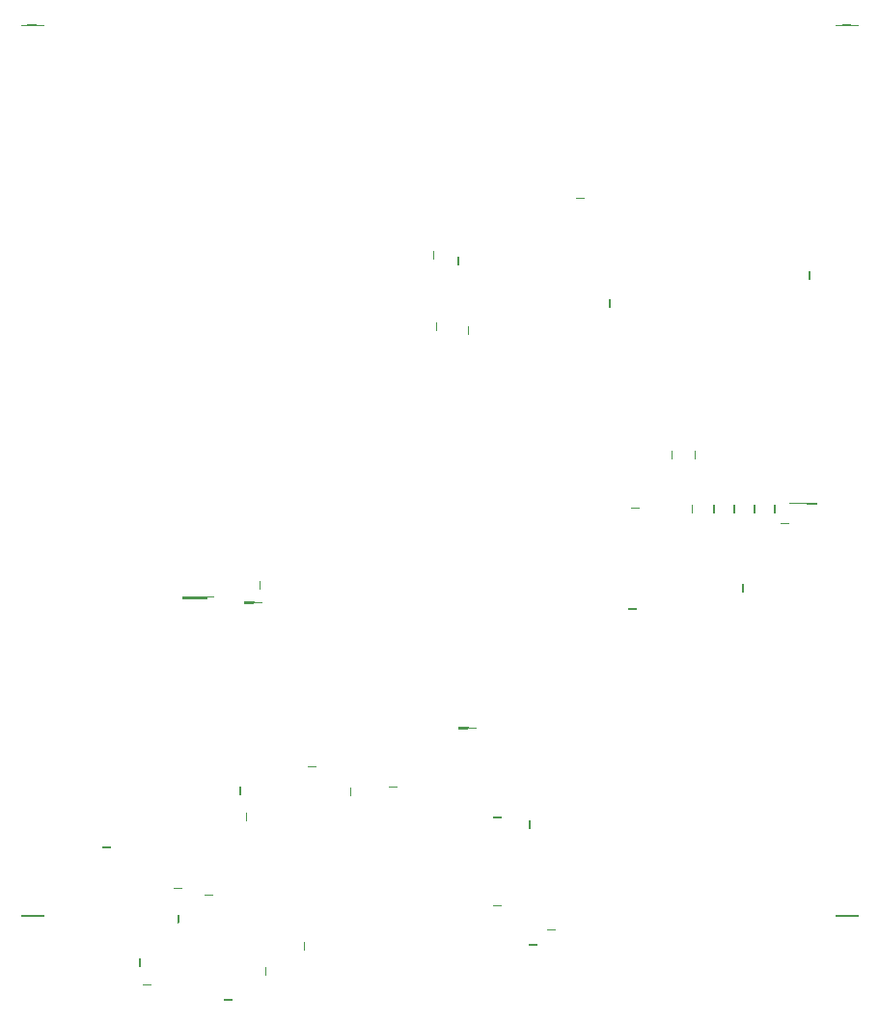
<source format=gbr>
%TF.GenerationSoftware,Altium Limited,Altium Designer,20.0.11 (256)*%
G04 Layer_Color=32768*
%FSLAX26Y26*%
%MOIN*%
%TF.FileFunction,Other,Mechanical_3*%
%TF.Part,Single*%
G01*
G75*
%TA.AperFunction,NonConductor*%
%ADD164C,0.000100*%
D164*
X930402Y1445622D02*
Y1444622D01*
Y1445122D01*
X931068D01*
Y1445622D01*
Y1444622D01*
X931401Y1445622D02*
X931734D01*
X931568D01*
Y1444622D01*
X931401D01*
X931734D01*
X932901Y1445455D02*
X932734Y1445622D01*
X932401D01*
X932234Y1445455D01*
Y1445289D01*
X932401Y1445122D01*
X932734D01*
X932901Y1444955D01*
Y1444789D01*
X932734Y1444622D01*
X932401D01*
X932234Y1444789D01*
X933234Y1445622D02*
X933900D01*
X933567D01*
Y1444622D01*
X934734Y1445622D02*
X934400D01*
X934234Y1445455D01*
Y1444789D01*
X934400Y1444622D01*
X934734D01*
X934900Y1444789D01*
Y1445455D01*
X934734Y1445622D01*
X935233Y1444622D02*
Y1445622D01*
X935733D01*
X935900Y1445455D01*
Y1445122D01*
X935733Y1444955D01*
X935233D01*
X935567D02*
X935900Y1444622D01*
X936233Y1445622D02*
Y1445455D01*
X936566Y1445122D01*
X936900Y1445455D01*
Y1445622D01*
X936566Y1445122D02*
Y1444622D01*
X937233Y1445289D02*
X937399D01*
Y1445122D01*
X937233D01*
Y1445289D01*
Y1444789D02*
X937399D01*
Y1444622D01*
X937233D01*
Y1444789D01*
X939066Y1444622D02*
Y1445622D01*
X939399Y1445289D01*
X939732Y1445622D01*
Y1444622D01*
X940065Y1445622D02*
X940732D01*
X940399D01*
Y1444622D01*
X942065Y1445455D02*
X942231Y1445622D01*
X942564D01*
X942731Y1445455D01*
Y1444789D01*
X942564Y1444622D01*
X942231D01*
X942065Y1444789D01*
Y1445455D01*
X943731Y1444622D02*
X943064D01*
X943731Y1445289D01*
Y1445455D01*
X943564Y1445622D01*
X943231D01*
X943064Y1445455D01*
X944064Y1444622D02*
X944397D01*
X944231D01*
Y1445622D01*
X944064Y1445455D01*
X944897Y1445622D02*
X945564D01*
Y1445455D01*
X944897Y1444789D01*
Y1444622D01*
X945897D02*
X946230D01*
X946063D01*
Y1445622D01*
X945897Y1445455D01*
X946730Y1444622D02*
X947063D01*
X946897D01*
Y1445622D01*
X946730Y1445455D01*
X947730Y1444456D02*
X947896Y1444622D01*
Y1444789D01*
X947730D01*
Y1444622D01*
X947896D01*
X947730Y1444456D01*
X947563Y1444289D01*
X950062Y1445622D02*
X949729D01*
X949562Y1445455D01*
Y1444789D01*
X949729Y1444622D01*
X950062D01*
X950229Y1444789D01*
Y1445455D01*
X950062Y1445622D01*
X950562D02*
Y1444622D01*
X951229D01*
X951562Y1445622D02*
Y1444622D01*
X952062D01*
X952228Y1444789D01*
Y1445455D01*
X952062Y1445622D01*
X951562D01*
X953228D02*
X952562D01*
Y1444622D01*
X953228D01*
X952562Y1445122D02*
X952895D01*
X953561Y1444622D02*
Y1445622D01*
X954061D01*
X954228Y1445455D01*
Y1445122D01*
X954061Y1444955D01*
X953561D01*
X953894D02*
X954228Y1444622D01*
X956227Y1445622D02*
X955561D01*
Y1445122D01*
X955894D01*
X955561D01*
Y1444622D01*
X957060Y1445622D02*
X956727D01*
X956560Y1445455D01*
Y1444789D01*
X956727Y1444622D01*
X957060D01*
X957227Y1444789D01*
Y1445455D01*
X957060Y1445622D01*
X958060D02*
X957727D01*
X957560Y1445455D01*
Y1444789D01*
X957727Y1444622D01*
X958060D01*
X958227Y1444789D01*
Y1445455D01*
X958060Y1445622D01*
X958560D02*
X959226D01*
X958893D01*
Y1444622D01*
X959559D02*
Y1445622D01*
X960059D01*
X960226Y1445455D01*
Y1445122D01*
X960059Y1444955D01*
X959559D01*
X960559Y1444622D02*
Y1445622D01*
X961059D01*
X961226Y1445455D01*
Y1445122D01*
X961059Y1444955D01*
X960559D01*
X960892D02*
X961226Y1444622D01*
X961559Y1445622D02*
X961892D01*
X961726D01*
Y1444622D01*
X961559D01*
X961892D01*
X962392D02*
Y1445622D01*
X963058Y1444622D01*
Y1445622D01*
X963392D02*
X964058D01*
X963725D01*
Y1444622D01*
X964391D02*
Y1444789D01*
X964558D01*
Y1444622D01*
X964391D01*
X966891Y1445455D02*
X966724Y1445622D01*
X966391D01*
X966224Y1445455D01*
Y1445289D01*
X966391Y1445122D01*
X966724D01*
X966891Y1444955D01*
Y1444789D01*
X966724Y1444622D01*
X966391D01*
X966224Y1444789D01*
X967224Y1445622D02*
X967890D01*
X967557D01*
Y1444622D01*
X968224D02*
Y1445289D01*
X968557Y1445622D01*
X968890Y1445289D01*
Y1444622D01*
Y1445122D01*
X968224D01*
X969223Y1444622D02*
Y1445622D01*
X969890Y1444622D01*
Y1445622D01*
X970223D02*
Y1444622D01*
X970723D01*
X970889Y1444789D01*
Y1445455D01*
X970723Y1445622D01*
X970223D01*
X971223Y1444622D02*
Y1445289D01*
X971556Y1445622D01*
X971889Y1445289D01*
Y1444622D01*
Y1445122D01*
X971223D01*
X972222Y1444622D02*
Y1445622D01*
X972722D01*
X972889Y1445455D01*
Y1445122D01*
X972722Y1444955D01*
X972222D01*
X972556D02*
X972889Y1444622D01*
X973222Y1445622D02*
Y1444622D01*
X973722D01*
X973889Y1444789D01*
Y1445455D01*
X973722Y1445622D01*
X973222D01*
X975221Y1444622D02*
Y1445622D01*
X975555Y1445289D01*
X975888Y1445622D01*
Y1444622D01*
X976221D02*
Y1445289D01*
X976554Y1445622D01*
X976888Y1445289D01*
Y1444622D01*
Y1445122D01*
X976221D01*
X977221Y1445622D02*
X977887Y1444622D01*
Y1445622D02*
X977221Y1444622D01*
X979220Y1445622D02*
Y1444622D01*
Y1445122D01*
X979887D01*
Y1445622D01*
Y1444622D01*
X980886Y1445622D02*
X980220D01*
Y1444622D01*
X980886D01*
X980220Y1445122D02*
X980553D01*
X981220Y1445622D02*
X981553D01*
X981386D01*
Y1444622D01*
X981220D01*
X981553D01*
X982719Y1445455D02*
X982553Y1445622D01*
X982219D01*
X982053Y1445455D01*
Y1444789D01*
X982219Y1444622D01*
X982553D01*
X982719Y1444789D01*
Y1445122D01*
X982386D01*
X983053Y1445622D02*
Y1444622D01*
Y1445122D01*
X983719D01*
Y1445622D01*
Y1444622D01*
X984052Y1445622D02*
X984719D01*
X984385D01*
Y1444622D01*
X986052D02*
X986385D01*
X986218D01*
Y1445622D01*
X986052Y1445455D01*
X986885Y1444622D02*
Y1444789D01*
X987051D01*
Y1444622D01*
X986885D01*
X987718D02*
X988051D01*
X987884D01*
Y1445622D01*
X987718Y1445455D01*
X988551Y1444622D02*
Y1445622D01*
X988884Y1445289D01*
X989217Y1445622D01*
Y1444622D01*
X989551D02*
Y1445622D01*
X989884Y1445289D01*
X990217Y1445622D01*
Y1444622D01*
X930402Y1447622D02*
Y1446622D01*
X931068D01*
X931901Y1447622D02*
X931568D01*
X931401Y1447455D01*
Y1446789D01*
X931568Y1446622D01*
X931901D01*
X932068Y1446789D01*
Y1447455D01*
X931901Y1447622D01*
X933067Y1447455D02*
X932901Y1447622D01*
X932567D01*
X932401Y1447455D01*
Y1446789D01*
X932567Y1446622D01*
X932901D01*
X933067Y1446789D01*
X933401Y1446622D02*
Y1447289D01*
X933734Y1447622D01*
X934067Y1447289D01*
Y1446622D01*
Y1447122D01*
X933401D01*
X934400Y1447622D02*
X935067D01*
X934734D01*
Y1446622D01*
X935400Y1447622D02*
X935733D01*
X935567D01*
Y1446622D01*
X935400D01*
X935733D01*
X936733Y1447622D02*
X936400D01*
X936233Y1447455D01*
Y1446789D01*
X936400Y1446622D01*
X936733D01*
X936900Y1446789D01*
Y1447455D01*
X936733Y1447622D01*
X937233Y1446622D02*
Y1447622D01*
X937899Y1446622D01*
Y1447622D01*
X938232Y1447289D02*
X938399D01*
Y1447122D01*
X938232D01*
Y1447289D01*
Y1446789D02*
X938399D01*
Y1446622D01*
X938232D01*
Y1446789D01*
X940732Y1447455D02*
X940565Y1447622D01*
X940232D01*
X940065Y1447455D01*
Y1447289D01*
X940232Y1447122D01*
X940565D01*
X940732Y1446955D01*
Y1446789D01*
X940565Y1446622D01*
X940232D01*
X940065Y1446789D01*
X941065Y1447622D02*
Y1446789D01*
X941232Y1446622D01*
X941565D01*
X941731Y1446789D01*
Y1447622D01*
X942065Y1446622D02*
Y1447622D01*
X942564D01*
X942731Y1447455D01*
Y1447122D01*
X942564Y1446955D01*
X942065D01*
X942398D02*
X942731Y1446622D01*
X943731Y1447622D02*
X943064D01*
Y1447122D01*
X943398D01*
X943064D01*
Y1446622D01*
X944064D02*
Y1447289D01*
X944397Y1447622D01*
X944731Y1447289D01*
Y1446622D01*
Y1447122D01*
X944064D01*
X945730Y1447455D02*
X945564Y1447622D01*
X945230D01*
X945064Y1447455D01*
Y1446789D01*
X945230Y1446622D01*
X945564D01*
X945730Y1446789D01*
X946730Y1447622D02*
X946063D01*
Y1446622D01*
X946730D01*
X946063Y1447122D02*
X946397D01*
X947063Y1446622D02*
Y1447622D01*
X947396Y1447289D01*
X947730Y1447622D01*
Y1446622D01*
X948563Y1447622D02*
X948230D01*
X948063Y1447455D01*
Y1446789D01*
X948230Y1446622D01*
X948563D01*
X948729Y1446789D01*
Y1447455D01*
X948563Y1447622D01*
X949063D02*
Y1446789D01*
X949229Y1446622D01*
X949562D01*
X949729Y1446789D01*
Y1447622D01*
X950062Y1446622D02*
Y1447622D01*
X950729Y1446622D01*
Y1447622D01*
X951062D02*
X951729D01*
X951395D01*
Y1446622D01*
X952728D02*
X952062D01*
X952728Y1447289D01*
Y1447455D01*
X952562Y1447622D01*
X952228D01*
X952062Y1447455D01*
X953061Y1447622D02*
Y1446622D01*
X953728D01*
X954728Y1447622D02*
X954061D01*
Y1446622D01*
X954728D01*
X954061Y1447122D02*
X954394D01*
X955061Y1446622D02*
Y1447289D01*
X955394Y1447622D01*
X955727Y1447289D01*
Y1446622D01*
Y1447122D01*
X955061D01*
X956061Y1447622D02*
Y1446622D01*
X956560D01*
X956727Y1446789D01*
Y1447455D01*
X956560Y1447622D01*
X956061D01*
X957060Y1446622D02*
Y1446789D01*
X957227D01*
Y1446622D01*
X957060D01*
X957893D02*
Y1447622D01*
X958393D01*
X958560Y1447455D01*
Y1447122D01*
X958393Y1446955D01*
X957893D01*
X959559Y1447455D02*
X959393Y1447622D01*
X959060D01*
X958893Y1447455D01*
Y1446789D01*
X959060Y1446622D01*
X959393D01*
X959559Y1446789D01*
X959893Y1447622D02*
Y1446622D01*
X960393D01*
X960559Y1446789D01*
Y1446955D01*
X960393Y1447122D01*
X959893D01*
X960393D01*
X960559Y1447289D01*
Y1447455D01*
X960393Y1447622D01*
X959893D01*
X960892D02*
Y1446622D01*
X961559D01*
X961892Y1447622D02*
X962225D01*
X962059D01*
Y1446622D01*
X961892D01*
X962225D01*
X962725Y1447622D02*
Y1446622D01*
X963225D01*
X963392Y1446789D01*
Y1446955D01*
X963225Y1447122D01*
X962725D01*
X963225D01*
X963392Y1447289D01*
Y1447455D01*
X963225Y1447622D01*
X962725D01*
X931068Y1442622D02*
X930402D01*
X931068Y1443289D01*
Y1443455D01*
X930901Y1443622D01*
X930568D01*
X930402Y1443455D01*
X931401Y1442622D02*
Y1442789D01*
X931568D01*
Y1442622D01*
X931401D01*
X933900Y1443455D02*
X933734Y1443622D01*
X933401D01*
X933234Y1443455D01*
Y1443289D01*
X933401Y1443122D01*
X933734D01*
X933900Y1442955D01*
Y1442789D01*
X933734Y1442622D01*
X933401D01*
X933234Y1442789D01*
X934900Y1443455D02*
X934734Y1443622D01*
X934400D01*
X934234Y1443455D01*
Y1443289D01*
X934400Y1443122D01*
X934734D01*
X934900Y1442955D01*
Y1442789D01*
X934734Y1442622D01*
X934400D01*
X934234Y1442789D01*
X936233Y1442622D02*
X936566D01*
X936400D01*
Y1443622D01*
X936233Y1443455D01*
X937066D02*
X937233Y1443622D01*
X937566D01*
X937733Y1443455D01*
Y1442789D01*
X937566Y1442622D01*
X937233D01*
X937066Y1442789D01*
Y1443455D01*
X938732Y1442622D02*
X938066D01*
X938732Y1443289D01*
Y1443455D01*
X938566Y1443622D01*
X938232D01*
X938066Y1443455D01*
X939732Y1443622D02*
X939066D01*
Y1443122D01*
X939399Y1443289D01*
X939565D01*
X939732Y1443122D01*
Y1442789D01*
X939565Y1442622D01*
X939232D01*
X939066Y1442789D01*
X940065Y1442622D02*
X940399D01*
X940232D01*
Y1443622D01*
X940065Y1443455D01*
X941565Y1442622D02*
X940898D01*
X941565Y1443289D01*
Y1443455D01*
X941398Y1443622D01*
X941065D01*
X940898Y1443455D01*
X942065Y1442456D02*
X942231Y1442622D01*
Y1442789D01*
X942065D01*
Y1442622D01*
X942231D01*
X942065Y1442456D01*
X941898Y1442289D01*
X943898Y1442622D02*
Y1443289D01*
X944231Y1443622D01*
X944564Y1443289D01*
Y1442622D01*
Y1443122D01*
X943898D01*
X944897Y1443622D02*
Y1442622D01*
X945397D01*
X945564Y1442789D01*
Y1443455D01*
X945397Y1443622D01*
X944897D01*
X945897D02*
Y1442622D01*
X946397D01*
X946563Y1442789D01*
Y1443455D01*
X946397Y1443622D01*
X945897D01*
X947563D02*
X946897D01*
Y1442622D01*
X947563D01*
X946897Y1443122D02*
X947230D01*
X947896Y1443622D02*
Y1442622D01*
X948396D01*
X948563Y1442789D01*
Y1443455D01*
X948396Y1443622D01*
X947896D01*
X950562Y1443455D02*
X950395Y1443622D01*
X950062D01*
X949896Y1443455D01*
Y1443289D01*
X950062Y1443122D01*
X950395D01*
X950562Y1442955D01*
Y1442789D01*
X950395Y1442622D01*
X950062D01*
X949896Y1442789D01*
X950895Y1443622D02*
X951229D01*
X951062D01*
Y1442622D01*
X950895D01*
X951229D01*
X951729Y1443622D02*
Y1442622D01*
X952395D01*
X952728Y1443622D02*
Y1442622D01*
Y1442955D01*
X953395Y1443622D01*
X952895Y1443122D01*
X953395Y1442622D01*
X954394Y1443455D02*
X954228Y1443622D01*
X953894D01*
X953728Y1443455D01*
Y1443289D01*
X953894Y1443122D01*
X954228D01*
X954394Y1442955D01*
Y1442789D01*
X954228Y1442622D01*
X953894D01*
X953728Y1442789D01*
X955394Y1443455D02*
X955227Y1443622D01*
X954894D01*
X954728Y1443455D01*
Y1442789D01*
X954894Y1442622D01*
X955227D01*
X955394Y1442789D01*
X955727Y1442622D02*
Y1443622D01*
X956227D01*
X956394Y1443455D01*
Y1443122D01*
X956227Y1442955D01*
X955727D01*
X956061D02*
X956394Y1442622D01*
X957394Y1443622D02*
X956727D01*
Y1442622D01*
X957394D01*
X956727Y1443122D02*
X957060D01*
X958393Y1443622D02*
X957727D01*
Y1442622D01*
X958393D01*
X957727Y1443122D02*
X958060D01*
X958726Y1442622D02*
Y1443622D01*
X959393Y1442622D01*
Y1443622D01*
X959726Y1442622D02*
Y1442789D01*
X959893D01*
Y1442622D01*
X959726D01*
X1671465Y1012000D02*
Y1011000D01*
Y1011500D01*
X1672131D01*
Y1012000D01*
Y1011000D01*
X1672464Y1012000D02*
X1672797D01*
X1672631D01*
Y1011000D01*
X1672464D01*
X1672797D01*
X1673964Y1011833D02*
X1673797Y1012000D01*
X1673464D01*
X1673297Y1011833D01*
Y1011667D01*
X1673464Y1011500D01*
X1673797D01*
X1673964Y1011333D01*
Y1011167D01*
X1673797Y1011000D01*
X1673464D01*
X1673297Y1011167D01*
X1674297Y1012000D02*
X1674964D01*
X1674630D01*
Y1011000D01*
X1675797Y1012000D02*
X1675463D01*
X1675297Y1011833D01*
Y1011167D01*
X1675463Y1011000D01*
X1675797D01*
X1675963Y1011167D01*
Y1011833D01*
X1675797Y1012000D01*
X1676296Y1011000D02*
Y1012000D01*
X1676796D01*
X1676963Y1011833D01*
Y1011500D01*
X1676796Y1011333D01*
X1676296D01*
X1676630D02*
X1676963Y1011000D01*
X1677296Y1012000D02*
Y1011833D01*
X1677629Y1011500D01*
X1677963Y1011833D01*
Y1012000D01*
X1677629Y1011500D02*
Y1011000D01*
X1678296Y1011667D02*
X1678463D01*
Y1011500D01*
X1678296D01*
Y1011667D01*
Y1011167D02*
X1678463D01*
Y1011000D01*
X1678296D01*
Y1011167D01*
X1680129Y1011000D02*
Y1012000D01*
X1680462Y1011667D01*
X1680795Y1012000D01*
Y1011000D01*
X1681128Y1012000D02*
X1681795D01*
X1681462D01*
Y1011000D01*
X1683128Y1011833D02*
X1683294Y1012000D01*
X1683628D01*
X1683794Y1011833D01*
Y1011167D01*
X1683628Y1011000D01*
X1683294D01*
X1683128Y1011167D01*
Y1011833D01*
X1684794Y1011000D02*
X1684128D01*
X1684794Y1011667D01*
Y1011833D01*
X1684627Y1012000D01*
X1684294D01*
X1684128Y1011833D01*
X1685127Y1011000D02*
X1685460D01*
X1685294D01*
Y1012000D01*
X1685127Y1011833D01*
X1685960Y1012000D02*
X1686627D01*
Y1011833D01*
X1685960Y1011167D01*
Y1011000D01*
X1686960D02*
X1687293D01*
X1687127D01*
Y1012000D01*
X1686960Y1011833D01*
X1687793Y1011000D02*
X1688126D01*
X1687960D01*
Y1012000D01*
X1687793Y1011833D01*
X1688793Y1010833D02*
X1688959Y1011000D01*
Y1011167D01*
X1688793D01*
Y1011000D01*
X1688959D01*
X1688793Y1010833D01*
X1688626Y1010667D01*
X1691125Y1012000D02*
X1690792D01*
X1690626Y1011833D01*
Y1011167D01*
X1690792Y1011000D01*
X1691125D01*
X1691292Y1011167D01*
Y1011833D01*
X1691125Y1012000D01*
X1691625D02*
Y1011000D01*
X1692292D01*
X1692625Y1012000D02*
Y1011000D01*
X1693125D01*
X1693292Y1011167D01*
Y1011833D01*
X1693125Y1012000D01*
X1692625D01*
X1694291D02*
X1693625D01*
Y1011000D01*
X1694291D01*
X1693625Y1011500D02*
X1693958D01*
X1694624Y1011000D02*
Y1012000D01*
X1695124D01*
X1695291Y1011833D01*
Y1011500D01*
X1695124Y1011333D01*
X1694624D01*
X1694958D02*
X1695291Y1011000D01*
X1697290Y1012000D02*
X1696624D01*
Y1011500D01*
X1696957D01*
X1696624D01*
Y1011000D01*
X1698123Y1012000D02*
X1697790D01*
X1697623Y1011833D01*
Y1011167D01*
X1697790Y1011000D01*
X1698123D01*
X1698290Y1011167D01*
Y1011833D01*
X1698123Y1012000D01*
X1699123D02*
X1698790D01*
X1698623Y1011833D01*
Y1011167D01*
X1698790Y1011000D01*
X1699123D01*
X1699290Y1011167D01*
Y1011833D01*
X1699123Y1012000D01*
X1699623D02*
X1700289D01*
X1699956D01*
Y1011000D01*
X1700623D02*
Y1012000D01*
X1701122D01*
X1701289Y1011833D01*
Y1011500D01*
X1701122Y1011333D01*
X1700623D01*
X1701622Y1011000D02*
Y1012000D01*
X1702122D01*
X1702289Y1011833D01*
Y1011500D01*
X1702122Y1011333D01*
X1701622D01*
X1701956D02*
X1702289Y1011000D01*
X1702622Y1012000D02*
X1702955D01*
X1702789D01*
Y1011000D01*
X1702622D01*
X1702955D01*
X1703455D02*
Y1012000D01*
X1704122Y1011000D01*
Y1012000D01*
X1704455D02*
X1705121D01*
X1704788D01*
Y1011000D01*
X1705455D02*
Y1011167D01*
X1705621D01*
Y1011000D01*
X1705455D01*
X1707954Y1011833D02*
X1707787Y1012000D01*
X1707454D01*
X1707287Y1011833D01*
Y1011667D01*
X1707454Y1011500D01*
X1707787D01*
X1707954Y1011333D01*
Y1011167D01*
X1707787Y1011000D01*
X1707454D01*
X1707287Y1011167D01*
X1708287Y1012000D02*
X1708954D01*
X1708620D01*
Y1011000D01*
X1709287D02*
Y1011667D01*
X1709620Y1012000D01*
X1709953Y1011667D01*
Y1011000D01*
Y1011500D01*
X1709287D01*
X1710286Y1011000D02*
Y1012000D01*
X1710953Y1011000D01*
Y1012000D01*
X1711286D02*
Y1011000D01*
X1711786D01*
X1711953Y1011167D01*
Y1011833D01*
X1711786Y1012000D01*
X1711286D01*
X1712286Y1011000D02*
Y1011667D01*
X1712619Y1012000D01*
X1712952Y1011667D01*
Y1011000D01*
Y1011500D01*
X1712286D01*
X1713285Y1011000D02*
Y1012000D01*
X1713785D01*
X1713952Y1011833D01*
Y1011500D01*
X1713785Y1011333D01*
X1713285D01*
X1713619D02*
X1713952Y1011000D01*
X1714285Y1012000D02*
Y1011000D01*
X1714785D01*
X1714952Y1011167D01*
Y1011833D01*
X1714785Y1012000D01*
X1714285D01*
X1716285Y1011000D02*
Y1012000D01*
X1716618Y1011667D01*
X1716951Y1012000D01*
Y1011000D01*
X1717284D02*
Y1011667D01*
X1717618Y1012000D01*
X1717951Y1011667D01*
Y1011000D01*
Y1011500D01*
X1717284D01*
X1718284Y1012000D02*
X1718950Y1011000D01*
Y1012000D02*
X1718284Y1011000D01*
X1720283Y1012000D02*
Y1011000D01*
Y1011500D01*
X1720950D01*
Y1012000D01*
Y1011000D01*
X1721950Y1012000D02*
X1721283D01*
Y1011000D01*
X1721950D01*
X1721283Y1011500D02*
X1721616D01*
X1722283Y1012000D02*
X1722616D01*
X1722449D01*
Y1011000D01*
X1722283D01*
X1722616D01*
X1723782Y1011833D02*
X1723616Y1012000D01*
X1723283D01*
X1723116Y1011833D01*
Y1011167D01*
X1723283Y1011000D01*
X1723616D01*
X1723782Y1011167D01*
Y1011500D01*
X1723449D01*
X1724116Y1012000D02*
Y1011000D01*
Y1011500D01*
X1724782D01*
Y1012000D01*
Y1011000D01*
X1725115Y1012000D02*
X1725782D01*
X1725448D01*
Y1011000D01*
X1727115D02*
X1727448D01*
X1727281D01*
Y1012000D01*
X1727115Y1011833D01*
X1727948Y1011000D02*
Y1011167D01*
X1728114D01*
Y1011000D01*
X1727948D01*
X1728781D02*
X1729114D01*
X1728947D01*
Y1012000D01*
X1728781Y1011833D01*
X1729614Y1011000D02*
Y1012000D01*
X1729947Y1011667D01*
X1730281Y1012000D01*
Y1011000D01*
X1730614D02*
Y1012000D01*
X1730947Y1011667D01*
X1731280Y1012000D01*
Y1011000D01*
X1671465Y1014000D02*
Y1013000D01*
X1672131D01*
X1672964Y1014000D02*
X1672631D01*
X1672464Y1013833D01*
Y1013167D01*
X1672631Y1013000D01*
X1672964D01*
X1673131Y1013167D01*
Y1013833D01*
X1672964Y1014000D01*
X1674130Y1013833D02*
X1673964Y1014000D01*
X1673631D01*
X1673464Y1013833D01*
Y1013167D01*
X1673631Y1013000D01*
X1673964D01*
X1674130Y1013167D01*
X1674464Y1013000D02*
Y1013667D01*
X1674797Y1014000D01*
X1675130Y1013667D01*
Y1013000D01*
Y1013500D01*
X1674464D01*
X1675463Y1014000D02*
X1676130D01*
X1675797D01*
Y1013000D01*
X1676463Y1014000D02*
X1676796D01*
X1676630D01*
Y1013000D01*
X1676463D01*
X1676796D01*
X1677796Y1014000D02*
X1677463D01*
X1677296Y1013833D01*
Y1013167D01*
X1677463Y1013000D01*
X1677796D01*
X1677963Y1013167D01*
Y1013833D01*
X1677796Y1014000D01*
X1678296Y1013000D02*
Y1014000D01*
X1678962Y1013000D01*
Y1014000D01*
X1679296Y1013667D02*
X1679462D01*
Y1013500D01*
X1679296D01*
Y1013667D01*
Y1013167D02*
X1679462D01*
Y1013000D01*
X1679296D01*
Y1013167D01*
X1681795Y1013833D02*
X1681628Y1014000D01*
X1681295D01*
X1681128Y1013833D01*
Y1013667D01*
X1681295Y1013500D01*
X1681628D01*
X1681795Y1013333D01*
Y1013167D01*
X1681628Y1013000D01*
X1681295D01*
X1681128Y1013167D01*
X1682128Y1014000D02*
Y1013167D01*
X1682295Y1013000D01*
X1682628D01*
X1682795Y1013167D01*
Y1014000D01*
X1683128Y1013000D02*
Y1014000D01*
X1683628D01*
X1683794Y1013833D01*
Y1013500D01*
X1683628Y1013333D01*
X1683128D01*
X1683461D02*
X1683794Y1013000D01*
X1684794Y1014000D02*
X1684128D01*
Y1013500D01*
X1684461D01*
X1684128D01*
Y1013000D01*
X1685127D02*
Y1013667D01*
X1685460Y1014000D01*
X1685794Y1013667D01*
Y1013000D01*
Y1013500D01*
X1685127D01*
X1686793Y1013833D02*
X1686627Y1014000D01*
X1686293D01*
X1686127Y1013833D01*
Y1013167D01*
X1686293Y1013000D01*
X1686627D01*
X1686793Y1013167D01*
X1687793Y1014000D02*
X1687127D01*
Y1013000D01*
X1687793D01*
X1687127Y1013500D02*
X1687460D01*
X1688126Y1013000D02*
Y1014000D01*
X1688459Y1013667D01*
X1688793Y1014000D01*
Y1013000D01*
X1689626Y1014000D02*
X1689293D01*
X1689126Y1013833D01*
Y1013167D01*
X1689293Y1013000D01*
X1689626D01*
X1689793Y1013167D01*
Y1013833D01*
X1689626Y1014000D01*
X1690126D02*
Y1013167D01*
X1690292Y1013000D01*
X1690626D01*
X1690792Y1013167D01*
Y1014000D01*
X1691125Y1013000D02*
Y1014000D01*
X1691792Y1013000D01*
Y1014000D01*
X1692125D02*
X1692792D01*
X1692458D01*
Y1013000D01*
X1693791D02*
X1693125D01*
X1693791Y1013667D01*
Y1013833D01*
X1693625Y1014000D01*
X1693291D01*
X1693125Y1013833D01*
X1694124Y1014000D02*
Y1013000D01*
X1694791D01*
X1695791Y1014000D02*
X1695124D01*
Y1013000D01*
X1695791D01*
X1695124Y1013500D02*
X1695457D01*
X1696124Y1013000D02*
Y1013667D01*
X1696457Y1014000D01*
X1696790Y1013667D01*
Y1013000D01*
Y1013500D01*
X1696124D01*
X1697124Y1014000D02*
Y1013000D01*
X1697623D01*
X1697790Y1013167D01*
Y1013833D01*
X1697623Y1014000D01*
X1697124D01*
X1698123Y1013000D02*
Y1013167D01*
X1698290D01*
Y1013000D01*
X1698123D01*
X1698956D02*
Y1014000D01*
X1699456D01*
X1699623Y1013833D01*
Y1013500D01*
X1699456Y1013333D01*
X1698956D01*
X1700623Y1013833D02*
X1700456Y1014000D01*
X1700123D01*
X1699956Y1013833D01*
Y1013167D01*
X1700123Y1013000D01*
X1700456D01*
X1700623Y1013167D01*
X1700956Y1014000D02*
Y1013000D01*
X1701456D01*
X1701622Y1013167D01*
Y1013333D01*
X1701456Y1013500D01*
X1700956D01*
X1701456D01*
X1701622Y1013667D01*
Y1013833D01*
X1701456Y1014000D01*
X1700956D01*
X1701956D02*
Y1013000D01*
X1702622D01*
X1702955Y1014000D02*
X1703288D01*
X1703122D01*
Y1013000D01*
X1702955D01*
X1703288D01*
X1703788Y1014000D02*
Y1013000D01*
X1704288D01*
X1704455Y1013167D01*
Y1013333D01*
X1704288Y1013500D01*
X1703788D01*
X1704288D01*
X1704455Y1013667D01*
Y1013833D01*
X1704288Y1014000D01*
X1703788D01*
X1672131Y1009000D02*
X1671465D01*
X1672131Y1009667D01*
Y1009833D01*
X1671964Y1010000D01*
X1671631D01*
X1671465Y1009833D01*
X1672464Y1009000D02*
Y1009167D01*
X1672631D01*
Y1009000D01*
X1672464D01*
X1674964Y1009833D02*
X1674797Y1010000D01*
X1674464D01*
X1674297Y1009833D01*
Y1009667D01*
X1674464Y1009500D01*
X1674797D01*
X1674964Y1009333D01*
Y1009167D01*
X1674797Y1009000D01*
X1674464D01*
X1674297Y1009167D01*
X1675963Y1009833D02*
X1675797Y1010000D01*
X1675463D01*
X1675297Y1009833D01*
Y1009667D01*
X1675463Y1009500D01*
X1675797D01*
X1675963Y1009333D01*
Y1009167D01*
X1675797Y1009000D01*
X1675463D01*
X1675297Y1009167D01*
X1677296Y1009000D02*
X1677629D01*
X1677463D01*
Y1010000D01*
X1677296Y1009833D01*
X1678129D02*
X1678296Y1010000D01*
X1678629D01*
X1678796Y1009833D01*
Y1009167D01*
X1678629Y1009000D01*
X1678296D01*
X1678129Y1009167D01*
Y1009833D01*
X1679795Y1009000D02*
X1679129D01*
X1679795Y1009667D01*
Y1009833D01*
X1679629Y1010000D01*
X1679296D01*
X1679129Y1009833D01*
X1680795Y1010000D02*
X1680129D01*
Y1009500D01*
X1680462Y1009667D01*
X1680629D01*
X1680795Y1009500D01*
Y1009167D01*
X1680629Y1009000D01*
X1680295D01*
X1680129Y1009167D01*
X1681128Y1009000D02*
X1681462D01*
X1681295D01*
Y1010000D01*
X1681128Y1009833D01*
X1682628Y1009000D02*
X1681961D01*
X1682628Y1009667D01*
Y1009833D01*
X1682461Y1010000D01*
X1682128D01*
X1681961Y1009833D01*
X1683128Y1008833D02*
X1683294Y1009000D01*
Y1009167D01*
X1683128D01*
Y1009000D01*
X1683294D01*
X1683128Y1008833D01*
X1682961Y1008667D01*
X1684961Y1009000D02*
Y1009667D01*
X1685294Y1010000D01*
X1685627Y1009667D01*
Y1009000D01*
Y1009500D01*
X1684961D01*
X1685960Y1010000D02*
Y1009000D01*
X1686460D01*
X1686627Y1009167D01*
Y1009833D01*
X1686460Y1010000D01*
X1685960D01*
X1686960D02*
Y1009000D01*
X1687460D01*
X1687627Y1009167D01*
Y1009833D01*
X1687460Y1010000D01*
X1686960D01*
X1688626D02*
X1687960D01*
Y1009000D01*
X1688626D01*
X1687960Y1009500D02*
X1688293D01*
X1688959Y1010000D02*
Y1009000D01*
X1689459D01*
X1689626Y1009167D01*
Y1009833D01*
X1689459Y1010000D01*
X1688959D01*
X1691625Y1009833D02*
X1691459Y1010000D01*
X1691125D01*
X1690959Y1009833D01*
Y1009667D01*
X1691125Y1009500D01*
X1691459D01*
X1691625Y1009333D01*
Y1009167D01*
X1691459Y1009000D01*
X1691125D01*
X1690959Y1009167D01*
X1691958Y1010000D02*
X1692292D01*
X1692125D01*
Y1009000D01*
X1691958D01*
X1692292D01*
X1692792Y1010000D02*
Y1009000D01*
X1693458D01*
X1693791Y1010000D02*
Y1009000D01*
Y1009333D01*
X1694458Y1010000D01*
X1693958Y1009500D01*
X1694458Y1009000D01*
X1695457Y1009833D02*
X1695291Y1010000D01*
X1694958D01*
X1694791Y1009833D01*
Y1009667D01*
X1694958Y1009500D01*
X1695291D01*
X1695457Y1009333D01*
Y1009167D01*
X1695291Y1009000D01*
X1694958D01*
X1694791Y1009167D01*
X1696457Y1009833D02*
X1696291Y1010000D01*
X1695957D01*
X1695791Y1009833D01*
Y1009167D01*
X1695957Y1009000D01*
X1696291D01*
X1696457Y1009167D01*
X1696790Y1009000D02*
Y1010000D01*
X1697290D01*
X1697457Y1009833D01*
Y1009500D01*
X1697290Y1009333D01*
X1696790D01*
X1697124D02*
X1697457Y1009000D01*
X1698457Y1010000D02*
X1697790D01*
Y1009000D01*
X1698457D01*
X1697790Y1009500D02*
X1698123D01*
X1699456Y1010000D02*
X1698790D01*
Y1009000D01*
X1699456D01*
X1698790Y1009500D02*
X1699123D01*
X1699790Y1009000D02*
Y1010000D01*
X1700456Y1009000D01*
Y1010000D01*
X1700789Y1009000D02*
Y1009167D01*
X1700956D01*
Y1009000D01*
X1700789D01*
X1668167Y2613666D02*
X1668000Y2613500D01*
Y2613167D01*
X1668167Y2613000D01*
X1668333D01*
X1668500Y2613167D01*
Y2613500D01*
X1668667Y2613666D01*
X1668833D01*
X1669000Y2613500D01*
Y2613167D01*
X1668833Y2613000D01*
X1668167Y2614666D02*
X1668000Y2614499D01*
Y2614166D01*
X1668167Y2614000D01*
X1668333D01*
X1668500Y2614166D01*
Y2614499D01*
X1668667Y2614666D01*
X1668833D01*
X1669000Y2614499D01*
Y2614166D01*
X1668833Y2614000D01*
X1669000Y2615999D02*
Y2616332D01*
Y2616166D01*
X1668000D01*
X1668167Y2615999D01*
Y2616832D02*
X1668000Y2616999D01*
Y2617332D01*
X1668167Y2617499D01*
X1668833D01*
X1669000Y2617332D01*
Y2616999D01*
X1668833Y2616832D01*
X1668167D01*
X1669000Y2618498D02*
Y2617832D01*
X1668333Y2618498D01*
X1668167D01*
X1668000Y2618332D01*
Y2617999D01*
X1668167Y2617832D01*
X1668000Y2619498D02*
Y2618832D01*
X1668500D01*
X1668333Y2619165D01*
Y2619331D01*
X1668500Y2619498D01*
X1668833D01*
X1669000Y2619331D01*
Y2618998D01*
X1668833Y2618832D01*
X1669000Y2619831D02*
Y2620164D01*
Y2619998D01*
X1668000D01*
X1668167Y2619831D01*
X1669000Y2621331D02*
Y2620664D01*
X1668333Y2621331D01*
X1668167D01*
X1668000Y2621164D01*
Y2620831D01*
X1668167Y2620664D01*
X1669167Y2621831D02*
X1669000Y2621997D01*
X1668833D01*
Y2621831D01*
X1669000D01*
Y2621997D01*
X1669167Y2621831D01*
X1669333Y2621664D01*
X1669000Y2623664D02*
X1668333D01*
X1668000Y2623997D01*
X1668333Y2624330D01*
X1669000D01*
X1668500D01*
Y2623664D01*
X1668000Y2624663D02*
X1669000D01*
Y2625163D01*
X1668833Y2625330D01*
X1668167D01*
X1668000Y2625163D01*
Y2624663D01*
Y2625663D02*
X1669000D01*
Y2626163D01*
X1668833Y2626329D01*
X1668167D01*
X1668000Y2626163D01*
Y2625663D01*
Y2627329D02*
Y2626663D01*
X1669000D01*
Y2627329D01*
X1668500Y2626663D02*
Y2626996D01*
X1668000Y2627662D02*
X1669000D01*
Y2628162D01*
X1668833Y2628329D01*
X1668167D01*
X1668000Y2628162D01*
Y2627662D01*
X1668167Y2630328D02*
X1668000Y2630162D01*
Y2629828D01*
X1668167Y2629662D01*
X1668333D01*
X1668500Y2629828D01*
Y2630162D01*
X1668667Y2630328D01*
X1668833D01*
X1669000Y2630162D01*
Y2629828D01*
X1668833Y2629662D01*
X1668000Y2630661D02*
Y2630995D01*
Y2630828D01*
X1669000D01*
Y2630661D01*
Y2630995D01*
X1668000Y2631494D02*
X1669000D01*
Y2632161D01*
X1668000Y2632494D02*
X1669000D01*
X1668667D01*
X1668000Y2633161D01*
X1668500Y2632661D01*
X1669000Y2633161D01*
X1668167Y2634160D02*
X1668000Y2633994D01*
Y2633660D01*
X1668167Y2633494D01*
X1668333D01*
X1668500Y2633660D01*
Y2633994D01*
X1668667Y2634160D01*
X1668833D01*
X1669000Y2633994D01*
Y2633660D01*
X1668833Y2633494D01*
X1668167Y2635160D02*
X1668000Y2634993D01*
Y2634660D01*
X1668167Y2634494D01*
X1668833D01*
X1669000Y2634660D01*
Y2634993D01*
X1668833Y2635160D01*
X1669000Y2635493D02*
X1668000D01*
Y2635993D01*
X1668167Y2636160D01*
X1668500D01*
X1668667Y2635993D01*
Y2635493D01*
Y2635827D02*
X1669000Y2636160D01*
X1668000Y2637160D02*
Y2636493D01*
X1669000D01*
Y2637160D01*
X1668500Y2636493D02*
Y2636826D01*
X1668000Y2638159D02*
Y2637493D01*
X1669000D01*
Y2638159D01*
X1668500Y2637493D02*
Y2637826D01*
X1669000Y2638492D02*
X1668000D01*
X1669000Y2639159D01*
X1668000D01*
X1669000Y2639492D02*
X1668833D01*
Y2639659D01*
X1669000D01*
Y2639492D01*
X2907000Y1789000D02*
Y1790000D01*
Y1789500D01*
X2906334D01*
Y1789000D01*
Y1790000D01*
X2906000Y1789000D02*
X2905667D01*
X2905834D01*
Y1790000D01*
X2906000D01*
X2905667D01*
X2904501Y1789167D02*
X2904667Y1789000D01*
X2905001D01*
X2905167Y1789167D01*
Y1789333D01*
X2905001Y1789500D01*
X2904667D01*
X2904501Y1789667D01*
Y1789833D01*
X2904667Y1790000D01*
X2905001D01*
X2905167Y1789833D01*
X2904168Y1789000D02*
X2903501D01*
X2903834D01*
Y1790000D01*
X2902668Y1789000D02*
X2903001D01*
X2903168Y1789167D01*
Y1789833D01*
X2903001Y1790000D01*
X2902668D01*
X2902501Y1789833D01*
Y1789167D01*
X2902668Y1789000D01*
X2902168Y1790000D02*
Y1789000D01*
X2901668D01*
X2901502Y1789167D01*
Y1789500D01*
X2901668Y1789667D01*
X2902168D01*
X2901835D02*
X2901502Y1790000D01*
X2901168Y1789000D02*
Y1789167D01*
X2900835Y1789500D01*
X2900502Y1789167D01*
Y1789000D01*
X2900835Y1789500D02*
Y1790000D01*
X2900169Y1789333D02*
X2900002D01*
Y1789500D01*
X2900169D01*
Y1789333D01*
Y1789833D02*
X2900002D01*
Y1790000D01*
X2900169D01*
Y1789833D01*
X2898336Y1790000D02*
Y1789000D01*
X2898003Y1789333D01*
X2897669Y1789000D01*
Y1790000D01*
X2897336Y1789000D02*
X2896670D01*
X2897003D01*
Y1790000D01*
X2895337Y1789167D02*
X2895170Y1789000D01*
X2894837D01*
X2894670Y1789167D01*
Y1789833D01*
X2894837Y1790000D01*
X2895170D01*
X2895337Y1789833D01*
Y1789167D01*
X2893671Y1790000D02*
X2894337D01*
X2893671Y1789333D01*
Y1789167D01*
X2893837Y1789000D01*
X2894171D01*
X2894337Y1789167D01*
X2893337Y1790000D02*
X2893004D01*
X2893171D01*
Y1789000D01*
X2893337Y1789167D01*
X2892504D02*
X2892338Y1789000D01*
X2892005D01*
X2891838Y1789167D01*
Y1789833D01*
X2892005Y1790000D01*
X2892338D01*
X2892504Y1789833D01*
Y1789167D01*
X2891505Y1790000D02*
X2891171D01*
X2891338D01*
Y1789000D01*
X2891505Y1789167D01*
X2890671Y1790000D02*
X2890338D01*
X2890505D01*
Y1789000D01*
X2890671Y1789167D01*
X2889672Y1790167D02*
X2889505Y1790000D01*
Y1789833D01*
X2889672D01*
Y1790000D01*
X2889505D01*
X2889672Y1790167D01*
X2889838Y1790333D01*
X2887339Y1789000D02*
X2887672D01*
X2887839Y1789167D01*
Y1789833D01*
X2887672Y1790000D01*
X2887339D01*
X2887173Y1789833D01*
Y1789167D01*
X2887339Y1789000D01*
X2886839D02*
Y1790000D01*
X2886173D01*
X2885840Y1789000D02*
Y1790000D01*
X2885340D01*
X2885173Y1789833D01*
Y1789167D01*
X2885340Y1789000D01*
X2885840D01*
X2884173D02*
X2884840D01*
Y1790000D01*
X2884173D01*
X2884840Y1789500D02*
X2884507D01*
X2883840Y1790000D02*
Y1789000D01*
X2883340D01*
X2883174Y1789167D01*
Y1789500D01*
X2883340Y1789667D01*
X2883840D01*
X2883507D02*
X2883174Y1790000D01*
X2881174Y1789000D02*
X2881841D01*
Y1789500D01*
X2881508D01*
X2881841D01*
Y1790000D01*
X2880341Y1789000D02*
X2880675D01*
X2880841Y1789167D01*
Y1789833D01*
X2880675Y1790000D01*
X2880341D01*
X2880175Y1789833D01*
Y1789167D01*
X2880341Y1789000D01*
X2879342D02*
X2879675D01*
X2879841Y1789167D01*
Y1789833D01*
X2879675Y1790000D01*
X2879342D01*
X2879175Y1789833D01*
Y1789167D01*
X2879342Y1789000D01*
X2878842D02*
X2878175D01*
X2878508D01*
Y1790000D01*
X2877842D02*
Y1789000D01*
X2877342D01*
X2877175Y1789167D01*
Y1789500D01*
X2877342Y1789667D01*
X2877842D01*
X2876842Y1790000D02*
Y1789000D01*
X2876343D01*
X2876176Y1789167D01*
Y1789500D01*
X2876343Y1789667D01*
X2876842D01*
X2876509D02*
X2876176Y1790000D01*
X2875843Y1789000D02*
X2875509D01*
X2875676D01*
Y1790000D01*
X2875843D01*
X2875509D01*
X2875010D02*
Y1789000D01*
X2874343Y1790000D01*
Y1789000D01*
X2874010D02*
X2873343D01*
X2873677D01*
Y1790000D01*
X2872843Y1790167D02*
X2872677Y1790000D01*
Y1789833D01*
X2872843D01*
Y1790000D01*
X2872677D01*
X2872843Y1790167D01*
X2873010Y1790333D01*
X2870344Y1789167D02*
X2870511Y1789000D01*
X2870844D01*
X2871011Y1789167D01*
Y1789333D01*
X2870844Y1789500D01*
X2870511D01*
X2870344Y1789667D01*
Y1789833D01*
X2870511Y1790000D01*
X2870844D01*
X2871011Y1789833D01*
X2870011Y1790000D02*
Y1789333D01*
X2869678Y1789000D01*
X2869345Y1789333D01*
Y1790000D01*
Y1789500D01*
X2870011D01*
X2869011Y1790000D02*
Y1789000D01*
X2868678Y1789333D01*
X2868345Y1789000D01*
Y1790000D01*
X2867345Y1789000D02*
X2868012D01*
Y1790000D01*
X2867345D01*
X2868012Y1789500D02*
X2867678D01*
X2865346Y1789167D02*
X2865512Y1789000D01*
X2865846D01*
X2866012Y1789167D01*
Y1789333D01*
X2865846Y1789500D01*
X2865512D01*
X2865346Y1789667D01*
Y1789833D01*
X2865512Y1790000D01*
X2865846D01*
X2866012Y1789833D01*
X2865012Y1789000D02*
X2864679D01*
X2864846D01*
Y1790000D01*
X2865012D01*
X2864679D01*
X2864179Y1789000D02*
X2863513D01*
Y1789167D01*
X2864179Y1789833D01*
Y1790000D01*
X2863513D01*
X2862513Y1789000D02*
X2863180D01*
Y1790000D01*
X2862513D01*
X2863180Y1789500D02*
X2862847D01*
X2861180Y1790000D02*
Y1789333D01*
X2860847Y1789000D01*
X2860514Y1789333D01*
Y1790000D01*
Y1789500D01*
X2861180D01*
X2859514Y1789167D02*
X2859681Y1789000D01*
X2860014D01*
X2860181Y1789167D01*
Y1789333D01*
X2860014Y1789500D01*
X2859681D01*
X2859514Y1789667D01*
Y1789833D01*
X2859681Y1790000D01*
X2860014D01*
X2860181Y1789833D01*
X2858181Y1789167D02*
X2858015Y1789000D01*
X2857681D01*
X2857515Y1789167D01*
Y1789833D01*
X2857681Y1790000D01*
X2858015D01*
X2858181Y1789833D01*
Y1789167D01*
X2856515Y1789000D02*
X2856848Y1789167D01*
X2857182Y1789500D01*
Y1789833D01*
X2857015Y1790000D01*
X2856682D01*
X2856515Y1789833D01*
Y1789667D01*
X2856682Y1789500D01*
X2857182D01*
X2856182Y1789167D02*
X2856015Y1789000D01*
X2855682D01*
X2855515Y1789167D01*
Y1789833D01*
X2855682Y1790000D01*
X2856015D01*
X2856182Y1789833D01*
Y1789167D01*
X2855182D02*
X2855015Y1789000D01*
X2854682D01*
X2854516Y1789167D01*
Y1789333D01*
X2854682Y1789500D01*
X2854849D01*
X2854682D01*
X2854516Y1789667D01*
Y1789833D01*
X2854682Y1790000D01*
X2855015D01*
X2855182Y1789833D01*
X2854182Y1790167D02*
X2853516D01*
X2853183Y1790000D02*
Y1789000D01*
X2852683D01*
X2852516Y1789167D01*
Y1789500D01*
X2852683Y1789667D01*
X2853183D01*
X2852849D02*
X2852516Y1790000D01*
X2851517Y1789000D02*
X2852183D01*
Y1790000D01*
X2851517D01*
X2852183Y1789500D02*
X2851850D01*
X2850517Y1789167D02*
X2850684Y1789000D01*
X2851017D01*
X2851183Y1789167D01*
Y1789333D01*
X2851017Y1789500D01*
X2850684D01*
X2850517Y1789667D01*
Y1789833D01*
X2850684Y1790000D01*
X2851017D01*
X2851183Y1789833D01*
X2848517Y1789000D02*
X2849184D01*
Y1789500D01*
X2848851D01*
X2849184D01*
Y1790000D01*
X2847684Y1789000D02*
X2848018D01*
X2848184Y1789167D01*
Y1789833D01*
X2848018Y1790000D01*
X2847684D01*
X2847518Y1789833D01*
Y1789167D01*
X2847684Y1789000D01*
X2846685D02*
X2847018D01*
X2847184Y1789167D01*
Y1789833D01*
X2847018Y1790000D01*
X2846685D01*
X2846518Y1789833D01*
Y1789167D01*
X2846685Y1789000D01*
X2846185D02*
X2845518D01*
X2845852D01*
Y1790000D01*
X2845185D02*
Y1789000D01*
X2844685D01*
X2844519Y1789167D01*
Y1789500D01*
X2844685Y1789667D01*
X2845185D01*
X2844185Y1790000D02*
Y1789000D01*
X2843686D01*
X2843519Y1789167D01*
Y1789500D01*
X2843686Y1789667D01*
X2844185D01*
X2843852D02*
X2843519Y1790000D01*
X2843186Y1789000D02*
X2842852D01*
X2843019D01*
Y1790000D01*
X2843186D01*
X2842852D01*
X2842353D02*
Y1789000D01*
X2841686Y1790000D01*
Y1789000D01*
X2841353D02*
X2840686D01*
X2841020D01*
Y1790000D01*
X2840353D02*
Y1789833D01*
X2840187D01*
Y1790000D01*
X2840353D01*
X2907000Y1787000D02*
Y1788000D01*
X2906334D01*
X2905501Y1787000D02*
X2905834D01*
X2906000Y1787167D01*
Y1787833D01*
X2905834Y1788000D01*
X2905501D01*
X2905334Y1787833D01*
Y1787167D01*
X2905501Y1787000D01*
X2904334Y1787167D02*
X2904501Y1787000D01*
X2904834D01*
X2905001Y1787167D01*
Y1787833D01*
X2904834Y1788000D01*
X2904501D01*
X2904334Y1787833D01*
X2904001Y1788000D02*
Y1787333D01*
X2903668Y1787000D01*
X2903334Y1787333D01*
Y1788000D01*
Y1787500D01*
X2904001D01*
X2903001Y1787000D02*
X2902335D01*
X2902668D01*
Y1788000D01*
X2902001Y1787000D02*
X2901668D01*
X2901835D01*
Y1788000D01*
X2902001D01*
X2901668D01*
X2900669Y1787000D02*
X2901002D01*
X2901168Y1787167D01*
Y1787833D01*
X2901002Y1788000D01*
X2900669D01*
X2900502Y1787833D01*
Y1787167D01*
X2900669Y1787000D01*
X2900169Y1788000D02*
Y1787000D01*
X2899502Y1788000D01*
Y1787000D01*
X2899169Y1787333D02*
X2899002D01*
Y1787500D01*
X2899169D01*
Y1787333D01*
Y1787833D02*
X2899002D01*
Y1788000D01*
X2899169D01*
Y1787833D01*
X2896670Y1787167D02*
X2896836Y1787000D01*
X2897170D01*
X2897336Y1787167D01*
Y1787333D01*
X2897170Y1787500D01*
X2896836D01*
X2896670Y1787667D01*
Y1787833D01*
X2896836Y1788000D01*
X2897170D01*
X2897336Y1787833D01*
X2896336Y1787000D02*
Y1787833D01*
X2896170Y1788000D01*
X2895837D01*
X2895670Y1787833D01*
Y1787000D01*
X2895337Y1788000D02*
Y1787000D01*
X2894837D01*
X2894670Y1787167D01*
Y1787500D01*
X2894837Y1787667D01*
X2895337D01*
X2895004D02*
X2894670Y1788000D01*
X2893671Y1787000D02*
X2894337D01*
Y1787500D01*
X2894004D01*
X2894337D01*
Y1788000D01*
X2893337D02*
Y1787333D01*
X2893004Y1787000D01*
X2892671Y1787333D01*
Y1788000D01*
Y1787500D01*
X2893337D01*
X2891671Y1787167D02*
X2891838Y1787000D01*
X2892171D01*
X2892338Y1787167D01*
Y1787833D01*
X2892171Y1788000D01*
X2891838D01*
X2891671Y1787833D01*
X2890671Y1787000D02*
X2891338D01*
Y1788000D01*
X2890671D01*
X2891338Y1787500D02*
X2891005D01*
X2890338Y1788000D02*
Y1787000D01*
X2890005Y1787333D01*
X2889672Y1787000D01*
Y1788000D01*
X2888839Y1787000D02*
X2889172D01*
X2889339Y1787167D01*
Y1787833D01*
X2889172Y1788000D01*
X2888839D01*
X2888672Y1787833D01*
Y1787167D01*
X2888839Y1787000D01*
X2888339D02*
Y1787833D01*
X2888172Y1788000D01*
X2887839D01*
X2887672Y1787833D01*
Y1787000D01*
X2887339Y1788000D02*
Y1787000D01*
X2886673Y1788000D01*
Y1787000D01*
X2886340D02*
X2885673D01*
X2886006D01*
Y1788000D01*
X2884673D02*
X2885340D01*
X2884673Y1787333D01*
Y1787167D01*
X2884840Y1787000D01*
X2885173D01*
X2885340Y1787167D01*
X2884340Y1787000D02*
Y1788000D01*
X2883674D01*
X2882674Y1787000D02*
X2883340D01*
Y1788000D01*
X2882674D01*
X2883340Y1787500D02*
X2883007D01*
X2882341Y1788000D02*
Y1787333D01*
X2882008Y1787000D01*
X2881674Y1787333D01*
Y1788000D01*
Y1787500D01*
X2882341D01*
X2881341Y1787000D02*
Y1788000D01*
X2880841D01*
X2880675Y1787833D01*
Y1787167D01*
X2880841Y1787000D01*
X2881341D01*
X2880341Y1788000D02*
Y1787833D01*
X2880175D01*
Y1788000D01*
X2880341D01*
X2879508D02*
Y1787000D01*
X2879008D01*
X2878842Y1787167D01*
Y1787500D01*
X2879008Y1787667D01*
X2879508D01*
X2877842Y1787167D02*
X2878009Y1787000D01*
X2878342D01*
X2878508Y1787167D01*
Y1787833D01*
X2878342Y1788000D01*
X2878009D01*
X2877842Y1787833D01*
X2877509Y1787000D02*
Y1788000D01*
X2877009D01*
X2876842Y1787833D01*
Y1787667D01*
X2877009Y1787500D01*
X2877509D01*
X2877009D01*
X2876842Y1787333D01*
Y1787167D01*
X2877009Y1787000D01*
X2877509D01*
X2876509D02*
Y1788000D01*
X2875843D01*
X2875509Y1787000D02*
X2875176D01*
X2875343D01*
Y1788000D01*
X2875509D01*
X2875176D01*
X2874676Y1787000D02*
Y1788000D01*
X2874177D01*
X2874010Y1787833D01*
Y1787667D01*
X2874177Y1787500D01*
X2874676D01*
X2874177D01*
X2874010Y1787333D01*
Y1787167D01*
X2874177Y1787000D01*
X2874676D01*
X2838334Y1789167D02*
X2838500Y1789000D01*
X2838833D01*
X2839000Y1789167D01*
Y1789333D01*
X2838833Y1789500D01*
X2838500D01*
X2838334Y1789667D01*
Y1789833D01*
X2838500Y1790000D01*
X2838833D01*
X2839000Y1789833D01*
X2837334Y1789167D02*
X2837501Y1789000D01*
X2837834D01*
X2838000Y1789167D01*
Y1789333D01*
X2837834Y1789500D01*
X2837501D01*
X2837334Y1789667D01*
Y1789833D01*
X2837501Y1790000D01*
X2837834D01*
X2838000Y1789833D01*
X2836001Y1790000D02*
X2835668D01*
X2835834D01*
Y1789000D01*
X2836001Y1789167D01*
X2835168D02*
X2835001Y1789000D01*
X2834668D01*
X2834501Y1789167D01*
Y1789833D01*
X2834668Y1790000D01*
X2835001D01*
X2835168Y1789833D01*
Y1789167D01*
X2833502Y1790000D02*
X2834168D01*
X2833502Y1789333D01*
Y1789167D01*
X2833668Y1789000D01*
X2834001D01*
X2834168Y1789167D01*
X2832502Y1789000D02*
X2833168D01*
Y1789500D01*
X2832835Y1789333D01*
X2832669D01*
X2832502Y1789500D01*
Y1789833D01*
X2832669Y1790000D01*
X2833002D01*
X2833168Y1789833D01*
X2832169Y1790000D02*
X2831836D01*
X2832002D01*
Y1789000D01*
X2832169Y1789167D01*
X2830669Y1790000D02*
X2831336D01*
X2830669Y1789333D01*
Y1789167D01*
X2830836Y1789000D01*
X2831169D01*
X2831336Y1789167D01*
X2830169Y1790167D02*
X2830003Y1790000D01*
Y1789833D01*
X2830169D01*
Y1790000D01*
X2830003D01*
X2830169Y1790167D01*
X2830336Y1790333D01*
X2828336Y1790000D02*
Y1789333D01*
X2828003Y1789000D01*
X2827670Y1789333D01*
Y1790000D01*
Y1789500D01*
X2828336D01*
X2827337Y1789000D02*
Y1790000D01*
X2826837D01*
X2826670Y1789833D01*
Y1789167D01*
X2826837Y1789000D01*
X2827337D01*
X2826337D02*
Y1790000D01*
X2825837D01*
X2825671Y1789833D01*
Y1789167D01*
X2825837Y1789000D01*
X2826337D01*
X2824671D02*
X2825337D01*
Y1790000D01*
X2824671D01*
X2825337Y1789500D02*
X2825004D01*
X2824338Y1789000D02*
Y1790000D01*
X2823838D01*
X2823671Y1789833D01*
Y1789167D01*
X2823838Y1789000D01*
X2824338D01*
X2821672Y1789167D02*
X2821838Y1789000D01*
X2822172D01*
X2822338Y1789167D01*
Y1789333D01*
X2822172Y1789500D01*
X2821838D01*
X2821672Y1789667D01*
Y1789833D01*
X2821838Y1790000D01*
X2822172D01*
X2822338Y1789833D01*
X2821339Y1789000D02*
X2821005D01*
X2821172D01*
Y1790000D01*
X2821339D01*
X2821005D01*
X2820506Y1789000D02*
Y1790000D01*
X2819839D01*
X2819506Y1789000D02*
Y1790000D01*
Y1789667D01*
X2818839Y1789000D01*
X2819339Y1789500D01*
X2818839Y1790000D01*
X2817840Y1789167D02*
X2818006Y1789000D01*
X2818340D01*
X2818506Y1789167D01*
Y1789333D01*
X2818340Y1789500D01*
X2818006D01*
X2817840Y1789667D01*
Y1789833D01*
X2818006Y1790000D01*
X2818340D01*
X2818506Y1789833D01*
X2816840Y1789167D02*
X2817007Y1789000D01*
X2817340D01*
X2817506Y1789167D01*
Y1789833D01*
X2817340Y1790000D01*
X2817007D01*
X2816840Y1789833D01*
X2816507Y1790000D02*
Y1789000D01*
X2816007D01*
X2815840Y1789167D01*
Y1789500D01*
X2816007Y1789667D01*
X2816507D01*
X2816173D02*
X2815840Y1790000D01*
X2814840Y1789000D02*
X2815507D01*
Y1790000D01*
X2814840D01*
X2815507Y1789500D02*
X2815174D01*
X2813841Y1789000D02*
X2814507D01*
Y1790000D01*
X2813841D01*
X2814507Y1789500D02*
X2814174D01*
X2813508Y1790000D02*
Y1789000D01*
X2812841Y1790000D01*
Y1789000D01*
X2812508Y1790000D02*
Y1789833D01*
X2812341D01*
Y1790000D01*
X2812508D01*
X1703167Y2373666D02*
X1703000Y2373500D01*
Y2373167D01*
X1703167Y2373000D01*
X1703333D01*
X1703500Y2373167D01*
Y2373500D01*
X1703667Y2373666D01*
X1703833D01*
X1704000Y2373500D01*
Y2373167D01*
X1703833Y2373000D01*
X1703167Y2374666D02*
X1703000Y2374499D01*
Y2374166D01*
X1703167Y2374000D01*
X1703333D01*
X1703500Y2374166D01*
Y2374499D01*
X1703667Y2374666D01*
X1703833D01*
X1704000Y2374499D01*
Y2374166D01*
X1703833Y2374000D01*
X1704000Y2375999D02*
Y2376332D01*
Y2376166D01*
X1703000D01*
X1703167Y2375999D01*
Y2376832D02*
X1703000Y2376999D01*
Y2377332D01*
X1703167Y2377499D01*
X1703833D01*
X1704000Y2377332D01*
Y2376999D01*
X1703833Y2376832D01*
X1703167D01*
X1704000Y2378498D02*
Y2377832D01*
X1703333Y2378498D01*
X1703167D01*
X1703000Y2378332D01*
Y2377999D01*
X1703167Y2377832D01*
X1703000Y2379498D02*
Y2378832D01*
X1703500D01*
X1703333Y2379165D01*
Y2379331D01*
X1703500Y2379498D01*
X1703833D01*
X1704000Y2379331D01*
Y2378998D01*
X1703833Y2378832D01*
X1704000Y2379831D02*
Y2380164D01*
Y2379998D01*
X1703000D01*
X1703167Y2379831D01*
X1704000Y2381331D02*
Y2380664D01*
X1703333Y2381331D01*
X1703167D01*
X1703000Y2381164D01*
Y2380831D01*
X1703167Y2380664D01*
X1704167Y2381831D02*
X1704000Y2381997D01*
X1703833D01*
Y2381831D01*
X1704000D01*
Y2381997D01*
X1704167Y2381831D01*
X1704333Y2381664D01*
X1704000Y2383664D02*
X1703333D01*
X1703000Y2383997D01*
X1703333Y2384330D01*
X1704000D01*
X1703500D01*
Y2383664D01*
X1703000Y2384663D02*
X1704000D01*
Y2385163D01*
X1703833Y2385330D01*
X1703167D01*
X1703000Y2385163D01*
Y2384663D01*
Y2385663D02*
X1704000D01*
Y2386163D01*
X1703833Y2386329D01*
X1703167D01*
X1703000Y2386163D01*
Y2385663D01*
Y2387329D02*
Y2386663D01*
X1704000D01*
Y2387329D01*
X1703500Y2386663D02*
Y2386996D01*
X1703000Y2387662D02*
X1704000D01*
Y2388162D01*
X1703833Y2388329D01*
X1703167D01*
X1703000Y2388162D01*
Y2387662D01*
X1703167Y2390328D02*
X1703000Y2390162D01*
Y2389828D01*
X1703167Y2389662D01*
X1703333D01*
X1703500Y2389828D01*
Y2390162D01*
X1703667Y2390328D01*
X1703833D01*
X1704000Y2390162D01*
Y2389828D01*
X1703833Y2389662D01*
X1703000Y2390661D02*
Y2390995D01*
Y2390828D01*
X1704000D01*
Y2390661D01*
Y2390995D01*
X1703000Y2391494D02*
X1704000D01*
Y2392161D01*
X1703000Y2392494D02*
X1704000D01*
X1703667D01*
X1703000Y2393161D01*
X1703500Y2392661D01*
X1704000Y2393161D01*
X1703167Y2394160D02*
X1703000Y2393994D01*
Y2393660D01*
X1703167Y2393494D01*
X1703333D01*
X1703500Y2393660D01*
Y2393994D01*
X1703667Y2394160D01*
X1703833D01*
X1704000Y2393994D01*
Y2393660D01*
X1703833Y2393494D01*
X1703167Y2395160D02*
X1703000Y2394993D01*
Y2394660D01*
X1703167Y2394494D01*
X1703833D01*
X1704000Y2394660D01*
Y2394993D01*
X1703833Y2395160D01*
X1704000Y2395493D02*
X1703000D01*
Y2395993D01*
X1703167Y2396160D01*
X1703500D01*
X1703667Y2395993D01*
Y2395493D01*
Y2395827D02*
X1704000Y2396160D01*
X1703000Y2397160D02*
Y2396493D01*
X1704000D01*
Y2397160D01*
X1703500Y2396493D02*
Y2396826D01*
X1703000Y2398159D02*
Y2397493D01*
X1704000D01*
Y2398159D01*
X1703500Y2397493D02*
Y2397826D01*
X1704000Y2398492D02*
X1703000D01*
X1704000Y2399159D01*
X1703000D01*
X1704000Y2399492D02*
X1703833D01*
Y2399659D01*
X1704000D01*
Y2399492D01*
X180000Y366000D02*
Y365000D01*
X180667D01*
X181500Y366000D02*
X181166D01*
X181000Y365833D01*
Y365167D01*
X181166Y365000D01*
X181500D01*
X181666Y365167D01*
Y365833D01*
X181500Y366000D01*
X182666Y365833D02*
X182499Y366000D01*
X182166D01*
X181999Y365833D01*
Y365167D01*
X182166Y365000D01*
X182499D01*
X182666Y365167D01*
X182999Y365000D02*
Y365666D01*
X183332Y366000D01*
X183666Y365666D01*
Y365000D01*
Y365500D01*
X182999D01*
X183999Y366000D02*
X184665D01*
X184332D01*
Y365000D01*
X184999Y366000D02*
X185332D01*
X185165D01*
Y365000D01*
X184999D01*
X185332D01*
X186331Y366000D02*
X185998D01*
X185832Y365833D01*
Y365167D01*
X185998Y365000D01*
X186331D01*
X186498Y365167D01*
Y365833D01*
X186331Y366000D01*
X186831Y365000D02*
Y366000D01*
X187498Y365000D01*
Y366000D01*
X187831Y365666D02*
X187998D01*
Y365500D01*
X187831D01*
Y365666D01*
Y365167D02*
X187998D01*
Y365000D01*
X187831D01*
Y365167D01*
X189664Y366000D02*
X190330D01*
X189997D01*
Y365000D01*
X191163Y366000D02*
X190830D01*
X190663Y365833D01*
Y365167D01*
X190830Y365000D01*
X191163D01*
X191330Y365167D01*
Y365833D01*
X191163Y366000D01*
X192163D02*
X191830D01*
X191663Y365833D01*
Y365167D01*
X191830Y365000D01*
X192163D01*
X192330Y365167D01*
Y365833D01*
X192163Y366000D01*
X192663D02*
Y365000D01*
X193329D01*
X193663Y365500D02*
X194329D01*
X194662Y366000D02*
X195329D01*
X194995D01*
Y365000D01*
X196328Y366000D02*
X195662D01*
Y365000D01*
X196328D01*
X195662Y365500D02*
X195995D01*
X197328Y365833D02*
X197161Y366000D01*
X196828D01*
X196662Y365833D01*
Y365666D01*
X196828Y365500D01*
X197161D01*
X197328Y365333D01*
Y365167D01*
X197161Y365000D01*
X196828D01*
X196662Y365167D01*
X197661Y366000D02*
X198328D01*
X197995D01*
Y365000D01*
X198661Y365500D02*
X199328D01*
X199661Y365000D02*
Y366000D01*
X199994Y365666D01*
X200327Y366000D01*
Y365000D01*
X200661Y366000D02*
X201327D01*
X200994D01*
Y365000D01*
X202327Y365833D02*
X202160Y366000D01*
X201827D01*
X201660Y365833D01*
Y365167D01*
X201827Y365000D01*
X202160D01*
X202327Y365167D01*
Y365500D01*
X201993D01*
X202660Y365000D02*
Y365167D01*
X202827D01*
Y365000D01*
X202660D01*
X203493D02*
Y366000D01*
X203993D01*
X204160Y365833D01*
Y365500D01*
X203993Y365333D01*
X203493D01*
X205159Y365833D02*
X204993Y366000D01*
X204659D01*
X204493Y365833D01*
Y365167D01*
X204659Y365000D01*
X204993D01*
X205159Y365167D01*
X205492Y366000D02*
Y365000D01*
X205992D01*
X206159Y365167D01*
Y365333D01*
X205992Y365500D01*
X205492D01*
X205992D01*
X206159Y365666D01*
Y365833D01*
X205992Y366000D01*
X205492D01*
X206492D02*
Y365000D01*
X207159D01*
X207492Y366000D02*
X207825D01*
X207658D01*
Y365000D01*
X207492D01*
X207825D01*
X208325Y366000D02*
Y365000D01*
X208825D01*
X208991Y365167D01*
Y365333D01*
X208825Y365500D01*
X208325D01*
X208825D01*
X208991Y365666D01*
Y365833D01*
X208825Y366000D01*
X208325D01*
X159000Y364000D02*
Y363000D01*
Y363500D01*
X159667D01*
Y364000D01*
Y363000D01*
X160000Y364000D02*
X160333D01*
X160166D01*
Y363000D01*
X160000D01*
X160333D01*
X161499Y363833D02*
X161333Y364000D01*
X160999D01*
X160833Y363833D01*
Y363666D01*
X160999Y363500D01*
X161333D01*
X161499Y363333D01*
Y363167D01*
X161333Y363000D01*
X160999D01*
X160833Y363167D01*
X161833Y364000D02*
X162499D01*
X162166D01*
Y363000D01*
X163332Y364000D02*
X162999D01*
X162832Y363833D01*
Y363167D01*
X162999Y363000D01*
X163332D01*
X163499Y363167D01*
Y363833D01*
X163332Y364000D01*
X163832Y363000D02*
Y364000D01*
X164332D01*
X164498Y363833D01*
Y363500D01*
X164332Y363333D01*
X163832D01*
X164165D02*
X164498Y363000D01*
X164832Y364000D02*
Y363833D01*
X165165Y363500D01*
X165498Y363833D01*
Y364000D01*
X165165Y363500D02*
Y363000D01*
X165831Y363666D02*
X165998D01*
Y363500D01*
X165831D01*
Y363666D01*
Y363167D02*
X165998D01*
Y363000D01*
X165831D01*
Y363167D01*
X168331Y363833D02*
X168164Y364000D01*
X167831D01*
X167664Y363833D01*
Y363666D01*
X167831Y363500D01*
X168164D01*
X168331Y363333D01*
Y363167D01*
X168164Y363000D01*
X167831D01*
X167664Y363167D01*
X169330Y363833D02*
X169164Y364000D01*
X168830D01*
X168664Y363833D01*
Y363666D01*
X168830Y363500D01*
X169164D01*
X169330Y363333D01*
Y363167D01*
X169164Y363000D01*
X168830D01*
X168664Y363167D01*
X170663Y363833D02*
X170830Y364000D01*
X171163D01*
X171330Y363833D01*
Y363167D01*
X171163Y363000D01*
X170830D01*
X170663Y363167D01*
Y363833D01*
X171663Y363167D02*
X171829Y363000D01*
X172163D01*
X172329Y363167D01*
Y363833D01*
X172163Y364000D01*
X171829D01*
X171663Y363833D01*
Y363666D01*
X171829Y363500D01*
X172329D01*
X172663Y363000D02*
X172996D01*
X172829D01*
Y364000D01*
X172663Y363833D01*
X173496Y363167D02*
X173662Y363000D01*
X173995D01*
X174162Y363167D01*
Y363833D01*
X173995Y364000D01*
X173662D01*
X173496Y363833D01*
Y363666D01*
X173662Y363500D01*
X174162D01*
X174495Y363000D02*
X174829D01*
X174662D01*
Y364000D01*
X174495Y363833D01*
X175328D02*
X175495Y364000D01*
X175828D01*
X175995Y363833D01*
Y363666D01*
X175828Y363500D01*
X175662D01*
X175828D01*
X175995Y363333D01*
Y363167D01*
X175828Y363000D01*
X175495D01*
X175328Y363167D01*
X176495Y362833D02*
X176661Y363000D01*
Y363167D01*
X176495D01*
Y363000D01*
X176661D01*
X176495Y362833D01*
X176328Y362667D01*
X178994Y363833D02*
X178827Y364000D01*
X178494D01*
X178328Y363833D01*
Y363167D01*
X178494Y363000D01*
X178827D01*
X178994Y363167D01*
X179327Y363000D02*
Y364000D01*
X179827D01*
X179994Y363833D01*
Y363500D01*
X179827Y363333D01*
X179327D01*
X179661D02*
X179994Y363000D01*
X180994Y364000D02*
X180327D01*
Y363000D01*
X180994D01*
X180327Y363500D02*
X180660D01*
X181327Y363000D02*
Y363666D01*
X181660Y364000D01*
X181993Y363666D01*
Y363000D01*
Y363500D01*
X181327D01*
X182326Y364000D02*
X182993D01*
X182660D01*
Y363000D01*
X183993Y364000D02*
X183326D01*
Y363000D01*
X183993D01*
X183326Y363500D02*
X183659D01*
X184326Y364000D02*
Y363000D01*
X184826D01*
X184992Y363167D01*
Y363833D01*
X184826Y364000D01*
X184326D01*
X186325Y363000D02*
Y364000D01*
X186825D01*
X186992Y363833D01*
Y363500D01*
X186825Y363333D01*
X186325D01*
X187991Y364000D02*
X187325D01*
Y363000D01*
X187991D01*
X187325Y363500D02*
X187658D01*
X188325Y363000D02*
Y364000D01*
X188824D01*
X188991Y363833D01*
Y363500D01*
X188824Y363333D01*
X188325D01*
X188658D02*
X188991Y363000D01*
X190990Y363833D02*
X190824Y364000D01*
X190491D01*
X190324Y363833D01*
Y363666D01*
X190491Y363500D01*
X190824D01*
X190990Y363333D01*
Y363167D01*
X190824Y363000D01*
X190491D01*
X190324Y363167D01*
X191324Y363000D02*
Y364000D01*
X191823D01*
X191990Y363833D01*
Y363500D01*
X191823Y363333D01*
X191324D01*
X192323Y363000D02*
Y363666D01*
X192657Y364000D01*
X192990Y363666D01*
Y363000D01*
Y363500D01*
X192323D01*
X193990Y363833D02*
X193823Y364000D01*
X193490D01*
X193323Y363833D01*
Y363167D01*
X193490Y363000D01*
X193823D01*
X193990Y363167D01*
X194989Y364000D02*
X194323D01*
Y363000D01*
X194989D01*
X194323Y363500D02*
X194656D01*
X195322Y364000D02*
X195989Y363000D01*
Y364000D02*
X195322Y363000D01*
X197322Y364000D02*
Y363000D01*
X197822D01*
X197988Y363167D01*
Y363333D01*
X197822Y363500D01*
X197322D01*
X197822D01*
X197988Y363666D01*
Y363833D01*
X197822Y364000D01*
X197322D01*
X198322Y363000D02*
Y363666D01*
X198655Y364000D01*
X198988Y363666D01*
Y363000D01*
Y363500D01*
X198322D01*
X199988Y363833D02*
X199821Y364000D01*
X199488D01*
X199321Y363833D01*
Y363666D01*
X199488Y363500D01*
X199821D01*
X199988Y363333D01*
Y363167D01*
X199821Y363000D01*
X199488D01*
X199321Y363167D01*
X200321Y364000D02*
X200654D01*
X200488D01*
Y363000D01*
X200321D01*
X200654D01*
X201821Y363833D02*
X201654Y364000D01*
X201321D01*
X201154Y363833D01*
Y363167D01*
X201321Y363000D01*
X201654D01*
X201821Y363167D01*
X203820Y364000D02*
X203154D01*
Y363500D01*
X203487D01*
X203154D01*
Y363000D01*
X204153D02*
X204820Y363666D01*
X205153Y363000D02*
Y364000D01*
X205653D01*
X205819Y363833D01*
Y363500D01*
X205653Y363333D01*
X205153D01*
X207152Y363000D02*
Y363666D01*
X207486Y364000D01*
X207819Y363666D01*
Y363000D01*
Y363500D01*
X207152D01*
X208152Y363000D02*
Y364000D01*
X208819Y363000D01*
Y364000D01*
X209152D02*
Y363000D01*
X209651D01*
X209818Y363167D01*
Y363833D01*
X209651Y364000D01*
X209152D01*
X211818Y363833D02*
X211651Y364000D01*
X211318D01*
X211151Y363833D01*
Y363666D01*
X211318Y363500D01*
X211651D01*
X211818Y363333D01*
Y363167D01*
X211651Y363000D01*
X211318D01*
X211151Y363167D01*
X212151Y364000D02*
Y363833D01*
X212484Y363500D01*
X212817Y363833D01*
Y364000D01*
X212484Y363500D02*
Y363000D01*
X213150D02*
Y364000D01*
X213484Y363666D01*
X213817Y364000D01*
Y363000D01*
X214150Y364000D02*
Y363000D01*
X214650D01*
X214817Y363167D01*
Y363333D01*
X214650Y363500D01*
X214150D01*
X214650D01*
X214817Y363666D01*
Y363833D01*
X214650Y364000D01*
X214150D01*
X215650D02*
X215316D01*
X215150Y363833D01*
Y363167D01*
X215316Y363000D01*
X215650D01*
X215816Y363167D01*
Y363833D01*
X215650Y364000D01*
X216150D02*
Y363000D01*
X216816D01*
X218815Y363833D02*
X218649Y364000D01*
X218316D01*
X218149Y363833D01*
Y363167D01*
X218316Y363000D01*
X218649D01*
X218815Y363167D01*
X219149Y363000D02*
Y364000D01*
X219649D01*
X219815Y363833D01*
Y363500D01*
X219649Y363333D01*
X219149D01*
X219482D02*
X219815Y363000D01*
X220815Y364000D02*
X220148D01*
Y363000D01*
X220815D01*
X220148Y363500D02*
X220482D01*
X221148Y363000D02*
Y363666D01*
X221481Y364000D01*
X221815Y363666D01*
Y363000D01*
Y363500D01*
X221148D01*
X222148Y364000D02*
X222814D01*
X222481D01*
Y363000D01*
X223148Y364000D02*
X223481D01*
X223314D01*
Y363000D01*
X223148D01*
X223481D01*
X224480Y364000D02*
X224147D01*
X223981Y363833D01*
Y363167D01*
X224147Y363000D01*
X224480D01*
X224647Y363167D01*
Y363833D01*
X224480Y364000D01*
X224980Y363000D02*
Y364000D01*
X225647Y363000D01*
Y364000D01*
X227646Y363833D02*
X227480Y364000D01*
X227146D01*
X226980Y363833D01*
Y363666D01*
X227146Y363500D01*
X227480D01*
X227646Y363333D01*
Y363167D01*
X227480Y363000D01*
X227146D01*
X226980Y363167D01*
X227979Y364000D02*
X228646D01*
X228313D01*
Y363000D01*
X228979D02*
Y363666D01*
X229312Y364000D01*
X229646Y363666D01*
Y363000D01*
Y363500D01*
X228979D01*
X229979Y363000D02*
Y364000D01*
X230645Y363000D01*
Y364000D01*
X230978D02*
Y363000D01*
X231478D01*
X231645Y363167D01*
Y363833D01*
X231478Y364000D01*
X230978D01*
X231978Y363000D02*
Y363666D01*
X232311Y364000D01*
X232645Y363666D01*
Y363000D01*
Y363500D01*
X231978D01*
X232978Y363000D02*
Y364000D01*
X233478D01*
X233644Y363833D01*
Y363500D01*
X233478Y363333D01*
X232978D01*
X233311D02*
X233644Y363000D01*
X233978Y364000D02*
Y363000D01*
X234477D01*
X234644Y363167D01*
Y363833D01*
X234477Y364000D01*
X233978D01*
X235644Y363833D02*
X235477Y364000D01*
X235144D01*
X234977Y363833D01*
Y363666D01*
X235144Y363500D01*
X235477D01*
X235644Y363333D01*
Y363167D01*
X235477Y363000D01*
X235144D01*
X234977Y363167D01*
X235977Y363000D02*
Y363167D01*
X236144D01*
Y363000D01*
X235977D01*
X2191833Y2492334D02*
X2192000Y2492500D01*
Y2492833D01*
X2191833Y2493000D01*
X2191666D01*
X2191500Y2492833D01*
Y2492500D01*
X2191333Y2492334D01*
X2191167D01*
X2191000Y2492500D01*
Y2492833D01*
X2191167Y2493000D01*
X2191833Y2491334D02*
X2192000Y2491501D01*
Y2491834D01*
X2191833Y2492000D01*
X2191666D01*
X2191500Y2491834D01*
Y2491501D01*
X2191333Y2491334D01*
X2191167D01*
X2191000Y2491501D01*
Y2491834D01*
X2191167Y2492000D01*
X2191000Y2490001D02*
Y2489668D01*
Y2489834D01*
X2192000D01*
X2191833Y2490001D01*
Y2489168D02*
X2192000Y2489001D01*
Y2488668D01*
X2191833Y2488501D01*
X2191167D01*
X2191000Y2488668D01*
Y2489001D01*
X2191167Y2489168D01*
X2191833D01*
X2191000Y2487502D02*
Y2488168D01*
X2191666Y2487502D01*
X2191833D01*
X2192000Y2487668D01*
Y2488001D01*
X2191833Y2488168D01*
X2192000Y2486502D02*
Y2487168D01*
X2191500D01*
X2191666Y2486835D01*
Y2486669D01*
X2191500Y2486502D01*
X2191167D01*
X2191000Y2486669D01*
Y2487002D01*
X2191167Y2487168D01*
X2191000Y2486169D02*
Y2485836D01*
Y2486002D01*
X2192000D01*
X2191833Y2486169D01*
X2191000Y2484669D02*
Y2485336D01*
X2191666Y2484669D01*
X2191833D01*
X2192000Y2484836D01*
Y2485169D01*
X2191833Y2485336D01*
X2190833Y2484169D02*
X2191000Y2484003D01*
X2191167D01*
Y2484169D01*
X2191000D01*
Y2484003D01*
X2190833Y2484169D01*
X2190667Y2484336D01*
X2191000Y2482336D02*
X2191666D01*
X2192000Y2482003D01*
X2191666Y2481670D01*
X2191000D01*
X2191500D01*
Y2482336D01*
X2192000Y2481337D02*
X2191000D01*
Y2480837D01*
X2191167Y2480670D01*
X2191833D01*
X2192000Y2480837D01*
Y2481337D01*
Y2480337D02*
X2191000D01*
Y2479837D01*
X2191167Y2479671D01*
X2191833D01*
X2192000Y2479837D01*
Y2480337D01*
Y2478671D02*
Y2479337D01*
X2191000D01*
Y2478671D01*
X2191500Y2479337D02*
Y2479004D01*
X2192000Y2478338D02*
X2191000D01*
Y2477838D01*
X2191167Y2477671D01*
X2191833D01*
X2192000Y2477838D01*
Y2478338D01*
X2191833Y2475672D02*
X2192000Y2475838D01*
Y2476172D01*
X2191833Y2476338D01*
X2191666D01*
X2191500Y2476172D01*
Y2475838D01*
X2191333Y2475672D01*
X2191167D01*
X2191000Y2475838D01*
Y2476172D01*
X2191167Y2476338D01*
X2192000Y2475339D02*
Y2475005D01*
Y2475172D01*
X2191000D01*
Y2475339D01*
Y2475005D01*
X2192000Y2474506D02*
X2191000D01*
Y2473839D01*
X2192000Y2473506D02*
X2191000D01*
X2191333D01*
X2192000Y2472839D01*
X2191500Y2473339D01*
X2191000Y2472839D01*
X2191833Y2471840D02*
X2192000Y2472006D01*
Y2472340D01*
X2191833Y2472506D01*
X2191666D01*
X2191500Y2472340D01*
Y2472006D01*
X2191333Y2471840D01*
X2191167D01*
X2191000Y2472006D01*
Y2472340D01*
X2191167Y2472506D01*
X2191833Y2470840D02*
X2192000Y2471007D01*
Y2471340D01*
X2191833Y2471506D01*
X2191167D01*
X2191000Y2471340D01*
Y2471007D01*
X2191167Y2470840D01*
X2191000Y2470507D02*
X2192000D01*
Y2470007D01*
X2191833Y2469840D01*
X2191500D01*
X2191333Y2470007D01*
Y2470507D01*
Y2470173D02*
X2191000Y2469840D01*
X2192000Y2468840D02*
Y2469507D01*
X2191000D01*
Y2468840D01*
X2191500Y2469507D02*
Y2469174D01*
X2192000Y2467841D02*
Y2468507D01*
X2191000D01*
Y2467841D01*
X2191500Y2468507D02*
Y2468174D01*
X2191000Y2467508D02*
X2192000D01*
X2191000Y2466841D01*
X2192000D01*
X2191000Y2466508D02*
X2191167D01*
Y2466341D01*
X2191000D01*
Y2466508D01*
X2881833Y2587334D02*
X2882000Y2587500D01*
Y2587833D01*
X2881833Y2588000D01*
X2881666D01*
X2881500Y2587833D01*
Y2587500D01*
X2881333Y2587334D01*
X2881167D01*
X2881000Y2587500D01*
Y2587833D01*
X2881167Y2588000D01*
X2881833Y2586334D02*
X2882000Y2586501D01*
Y2586834D01*
X2881833Y2587000D01*
X2881666D01*
X2881500Y2586834D01*
Y2586501D01*
X2881333Y2586334D01*
X2881167D01*
X2881000Y2586501D01*
Y2586834D01*
X2881167Y2587000D01*
X2881000Y2585001D02*
Y2584668D01*
Y2584834D01*
X2882000D01*
X2881833Y2585001D01*
Y2584168D02*
X2882000Y2584001D01*
Y2583668D01*
X2881833Y2583501D01*
X2881167D01*
X2881000Y2583668D01*
Y2584001D01*
X2881167Y2584168D01*
X2881833D01*
X2881000Y2582502D02*
Y2583168D01*
X2881666Y2582502D01*
X2881833D01*
X2882000Y2582668D01*
Y2583001D01*
X2881833Y2583168D01*
X2882000Y2581502D02*
Y2582168D01*
X2881500D01*
X2881666Y2581835D01*
Y2581669D01*
X2881500Y2581502D01*
X2881167D01*
X2881000Y2581669D01*
Y2582002D01*
X2881167Y2582168D01*
X2881000Y2581169D02*
Y2580836D01*
Y2581002D01*
X2882000D01*
X2881833Y2581169D01*
X2881000Y2579669D02*
Y2580336D01*
X2881666Y2579669D01*
X2881833D01*
X2882000Y2579836D01*
Y2580169D01*
X2881833Y2580336D01*
X2880833Y2579169D02*
X2881000Y2579003D01*
X2881167D01*
Y2579169D01*
X2881000D01*
Y2579003D01*
X2880833Y2579169D01*
X2880667Y2579336D01*
X2881000Y2577336D02*
X2881666D01*
X2882000Y2577003D01*
X2881666Y2576670D01*
X2881000D01*
X2881500D01*
Y2577336D01*
X2882000Y2576337D02*
X2881000D01*
Y2575837D01*
X2881167Y2575670D01*
X2881833D01*
X2882000Y2575837D01*
Y2576337D01*
Y2575337D02*
X2881000D01*
Y2574837D01*
X2881167Y2574671D01*
X2881833D01*
X2882000Y2574837D01*
Y2575337D01*
Y2573671D02*
Y2574337D01*
X2881000D01*
Y2573671D01*
X2881500Y2574337D02*
Y2574004D01*
X2882000Y2573338D02*
X2881000D01*
Y2572838D01*
X2881167Y2572671D01*
X2881833D01*
X2882000Y2572838D01*
Y2573338D01*
X2881833Y2570672D02*
X2882000Y2570838D01*
Y2571172D01*
X2881833Y2571338D01*
X2881666D01*
X2881500Y2571172D01*
Y2570838D01*
X2881333Y2570672D01*
X2881167D01*
X2881000Y2570838D01*
Y2571172D01*
X2881167Y2571338D01*
X2882000Y2570339D02*
Y2570005D01*
Y2570172D01*
X2881000D01*
Y2570339D01*
Y2570005D01*
X2882000Y2569506D02*
X2881000D01*
Y2568839D01*
X2882000Y2568506D02*
X2881000D01*
X2881333D01*
X2882000Y2567839D01*
X2881500Y2568339D01*
X2881000Y2567839D01*
X2881833Y2566840D02*
X2882000Y2567006D01*
Y2567340D01*
X2881833Y2567506D01*
X2881666D01*
X2881500Y2567340D01*
Y2567006D01*
X2881333Y2566840D01*
X2881167D01*
X2881000Y2567006D01*
Y2567340D01*
X2881167Y2567506D01*
X2881833Y2565840D02*
X2882000Y2566007D01*
Y2566340D01*
X2881833Y2566506D01*
X2881167D01*
X2881000Y2566340D01*
Y2566007D01*
X2881167Y2565840D01*
X2881000Y2565507D02*
X2882000D01*
Y2565007D01*
X2881833Y2564840D01*
X2881500D01*
X2881333Y2565007D01*
Y2565507D01*
Y2565173D02*
X2881000Y2564840D01*
X2882000Y2563840D02*
Y2564507D01*
X2881000D01*
Y2563840D01*
X2881500Y2564507D02*
Y2564174D01*
X2882000Y2562841D02*
Y2563507D01*
X2881000D01*
Y2562841D01*
X2881500Y2563507D02*
Y2563174D01*
X2881000Y2562508D02*
X2882000D01*
X2881000Y2561841D01*
X2882000D01*
X2881000Y2561508D02*
X2881167D01*
Y2561341D01*
X2881000D01*
Y2561508D01*
X568167Y188667D02*
X568000Y188500D01*
Y188167D01*
X568167Y188000D01*
X568333D01*
X568500Y188167D01*
Y188500D01*
X568667Y188667D01*
X568833D01*
X569000Y188500D01*
Y188167D01*
X568833Y188000D01*
X568167Y189666D02*
X568000Y189500D01*
Y189166D01*
X568167Y189000D01*
X568333D01*
X568500Y189166D01*
Y189500D01*
X568667Y189666D01*
X568833D01*
X569000Y189500D01*
Y189166D01*
X568833Y189000D01*
X569000Y190999D02*
Y191332D01*
Y191166D01*
X568000D01*
X568167Y190999D01*
Y191832D02*
X568000Y191999D01*
Y192332D01*
X568167Y192499D01*
X568833D01*
X569000Y192332D01*
Y191999D01*
X568833Y191832D01*
X568167D01*
X569000Y193498D02*
Y192832D01*
X568333Y193498D01*
X568167D01*
X568000Y193332D01*
Y192999D01*
X568167Y192832D01*
X568000Y194498D02*
Y193832D01*
X568500D01*
X568333Y194165D01*
Y194331D01*
X568500Y194498D01*
X568833D01*
X569000Y194331D01*
Y193998D01*
X568833Y193832D01*
X569000Y194831D02*
Y195165D01*
Y194998D01*
X568000D01*
X568167Y194831D01*
X569000Y196331D02*
Y195664D01*
X568333Y196331D01*
X568167D01*
X568000Y196164D01*
Y195831D01*
X568167Y195664D01*
X569167Y196831D02*
X569000Y196997D01*
X568833D01*
Y196831D01*
X569000D01*
Y196997D01*
X569167Y196831D01*
X569333Y196664D01*
X569000Y198663D02*
X568333D01*
X568000Y198997D01*
X568333Y199330D01*
X569000D01*
X568500D01*
Y198663D01*
X568000Y199663D02*
X569000D01*
Y200163D01*
X568833Y200330D01*
X568167D01*
X568000Y200163D01*
Y199663D01*
Y200663D02*
X569000D01*
Y201163D01*
X568833Y201329D01*
X568167D01*
X568000Y201163D01*
Y200663D01*
Y202329D02*
Y201663D01*
X569000D01*
Y202329D01*
X568500Y201663D02*
Y201996D01*
X568000Y202662D02*
X569000D01*
Y203162D01*
X568833Y203329D01*
X568167D01*
X568000Y203162D01*
Y202662D01*
X568167Y205328D02*
X568000Y205161D01*
Y204828D01*
X568167Y204662D01*
X568333D01*
X568500Y204828D01*
Y205161D01*
X568667Y205328D01*
X568833D01*
X569000Y205161D01*
Y204828D01*
X568833Y204662D01*
X568000Y205661D02*
Y205995D01*
Y205828D01*
X569000D01*
Y205661D01*
Y205995D01*
X568000Y206494D02*
X569000D01*
Y207161D01*
X568000Y207494D02*
X569000D01*
X568667D01*
X568000Y208161D01*
X568500Y207661D01*
X569000Y208161D01*
X568167Y209160D02*
X568000Y208994D01*
Y208661D01*
X568167Y208494D01*
X568333D01*
X568500Y208661D01*
Y208994D01*
X568667Y209160D01*
X568833D01*
X569000Y208994D01*
Y208661D01*
X568833Y208494D01*
X568167Y210160D02*
X568000Y209993D01*
Y209660D01*
X568167Y209494D01*
X568833D01*
X569000Y209660D01*
Y209993D01*
X568833Y210160D01*
X569000Y210493D02*
X568000D01*
Y210993D01*
X568167Y211160D01*
X568500D01*
X568667Y210993D01*
Y210493D01*
Y210827D02*
X569000Y211160D01*
X568000Y212160D02*
Y211493D01*
X569000D01*
Y212160D01*
X568500Y211493D02*
Y211826D01*
X568000Y213159D02*
Y212493D01*
X569000D01*
Y213159D01*
X568500Y212493D02*
Y212826D01*
X569000Y213492D02*
X568000D01*
X569000Y214159D01*
X568000D01*
X569000Y214492D02*
X568833D01*
Y214659D01*
X569000D01*
Y214492D01*
X1136833Y271334D02*
X1137000Y271500D01*
Y271833D01*
X1136833Y272000D01*
X1136667D01*
X1136500Y271833D01*
Y271500D01*
X1136333Y271334D01*
X1136167D01*
X1136000Y271500D01*
Y271833D01*
X1136167Y272000D01*
X1136833Y270334D02*
X1137000Y270500D01*
Y270834D01*
X1136833Y271000D01*
X1136667D01*
X1136500Y270834D01*
Y270500D01*
X1136333Y270334D01*
X1136167D01*
X1136000Y270500D01*
Y270834D01*
X1136167Y271000D01*
X1136000Y269001D02*
Y268668D01*
Y268834D01*
X1137000D01*
X1136833Y269001D01*
Y268168D02*
X1137000Y268001D01*
Y267668D01*
X1136833Y267501D01*
X1136167D01*
X1136000Y267668D01*
Y268001D01*
X1136167Y268168D01*
X1136833D01*
X1136000Y266502D02*
Y267168D01*
X1136667Y266502D01*
X1136833D01*
X1137000Y266668D01*
Y267002D01*
X1136833Y267168D01*
X1137000Y265502D02*
Y266168D01*
X1136500D01*
X1136667Y265835D01*
Y265669D01*
X1136500Y265502D01*
X1136167D01*
X1136000Y265669D01*
Y266002D01*
X1136167Y266168D01*
X1136000Y265169D02*
Y264836D01*
Y265002D01*
X1137000D01*
X1136833Y265169D01*
X1136000Y263669D02*
Y264336D01*
X1136667Y263669D01*
X1136833D01*
X1137000Y263836D01*
Y264169D01*
X1136833Y264336D01*
X1135833Y263169D02*
X1136000Y263003D01*
X1136167D01*
Y263169D01*
X1136000D01*
Y263003D01*
X1135833Y263169D01*
X1135667Y263336D01*
X1136000Y261337D02*
X1136667D01*
X1137000Y261003D01*
X1136667Y260670D01*
X1136000D01*
X1136500D01*
Y261337D01*
X1137000Y260337D02*
X1136000D01*
Y259837D01*
X1136167Y259670D01*
X1136833D01*
X1137000Y259837D01*
Y260337D01*
Y259337D02*
X1136000D01*
Y258837D01*
X1136167Y258671D01*
X1136833D01*
X1137000Y258837D01*
Y259337D01*
Y257671D02*
Y258337D01*
X1136000D01*
Y257671D01*
X1136500Y258337D02*
Y258004D01*
X1137000Y257338D02*
X1136000D01*
Y256838D01*
X1136167Y256671D01*
X1136833D01*
X1137000Y256838D01*
Y257338D01*
X1136833Y254672D02*
X1137000Y254839D01*
Y255172D01*
X1136833Y255338D01*
X1136667D01*
X1136500Y255172D01*
Y254839D01*
X1136333Y254672D01*
X1136167D01*
X1136000Y254839D01*
Y255172D01*
X1136167Y255338D01*
X1137000Y254339D02*
Y254005D01*
Y254172D01*
X1136000D01*
Y254339D01*
Y254005D01*
X1137000Y253506D02*
X1136000D01*
Y252839D01*
X1137000Y252506D02*
X1136000D01*
X1136333D01*
X1137000Y251839D01*
X1136500Y252339D01*
X1136000Y251839D01*
X1136833Y250840D02*
X1137000Y251006D01*
Y251339D01*
X1136833Y251506D01*
X1136667D01*
X1136500Y251339D01*
Y251006D01*
X1136333Y250840D01*
X1136167D01*
X1136000Y251006D01*
Y251339D01*
X1136167Y251506D01*
X1136833Y249840D02*
X1137000Y250007D01*
Y250340D01*
X1136833Y250506D01*
X1136167D01*
X1136000Y250340D01*
Y250007D01*
X1136167Y249840D01*
X1136000Y249507D02*
X1137000D01*
Y249007D01*
X1136833Y248840D01*
X1136500D01*
X1136333Y249007D01*
Y249507D01*
Y249173D02*
X1136000Y248840D01*
X1137000Y247840D02*
Y248507D01*
X1136000D01*
Y247840D01*
X1136500Y248507D02*
Y248174D01*
X1137000Y246841D02*
Y247507D01*
X1136000D01*
Y246841D01*
X1136500Y247507D02*
Y247174D01*
X1136000Y246508D02*
X1137000D01*
X1136000Y245841D01*
X1137000D01*
X1136000Y245508D02*
X1136167D01*
Y245341D01*
X1136000D01*
Y245508D01*
X467334Y599667D02*
X467500Y599500D01*
X467833D01*
X468000Y599667D01*
Y599833D01*
X467833Y600000D01*
X467500D01*
X467334Y600167D01*
Y600333D01*
X467500Y600500D01*
X467833D01*
X468000Y600333D01*
X466334Y599667D02*
X466500Y599500D01*
X466834D01*
X467000Y599667D01*
Y599833D01*
X466834Y600000D01*
X466500D01*
X466334Y600167D01*
Y600333D01*
X466500Y600500D01*
X466834D01*
X467000Y600333D01*
X465001Y600500D02*
X464668D01*
X464834D01*
Y599500D01*
X465001Y599667D01*
X464168D02*
X464001Y599500D01*
X463668D01*
X463501Y599667D01*
Y600333D01*
X463668Y600500D01*
X464001D01*
X464168Y600333D01*
Y599667D01*
X462502Y600500D02*
X463168D01*
X462502Y599833D01*
Y599667D01*
X462668Y599500D01*
X463002D01*
X463168Y599667D01*
X461502Y599500D02*
X462168D01*
Y600000D01*
X461835Y599833D01*
X461669D01*
X461502Y600000D01*
Y600333D01*
X461669Y600500D01*
X462002D01*
X462168Y600333D01*
X461169Y600500D02*
X460836D01*
X461002D01*
Y599500D01*
X461169Y599667D01*
X459669Y600500D02*
X460336D01*
X459669Y599833D01*
Y599667D01*
X459836Y599500D01*
X460169D01*
X460336Y599667D01*
X459169Y600667D02*
X459003Y600500D01*
Y600333D01*
X459169D01*
Y600500D01*
X459003D01*
X459169Y600667D01*
X459336Y600833D01*
X457337Y600500D02*
Y599833D01*
X457003Y599500D01*
X456670Y599833D01*
Y600500D01*
Y600000D01*
X457337D01*
X456337Y599500D02*
Y600500D01*
X455837D01*
X455670Y600333D01*
Y599667D01*
X455837Y599500D01*
X456337D01*
X455337D02*
Y600500D01*
X454837D01*
X454671Y600333D01*
Y599667D01*
X454837Y599500D01*
X455337D01*
X453671D02*
X454337D01*
Y600500D01*
X453671D01*
X454337Y600000D02*
X454004D01*
X453338Y599500D02*
Y600500D01*
X452838D01*
X452671Y600333D01*
Y599667D01*
X452838Y599500D01*
X453338D01*
X450672Y599667D02*
X450839Y599500D01*
X451172D01*
X451338Y599667D01*
Y599833D01*
X451172Y600000D01*
X450839D01*
X450672Y600167D01*
Y600333D01*
X450839Y600500D01*
X451172D01*
X451338Y600333D01*
X450339Y599500D02*
X450005D01*
X450172D01*
Y600500D01*
X450339D01*
X450005D01*
X449505Y599500D02*
Y600500D01*
X448839D01*
X448506Y599500D02*
Y600500D01*
Y600167D01*
X447839Y599500D01*
X448339Y600000D01*
X447839Y600500D01*
X446840Y599667D02*
X447006Y599500D01*
X447339D01*
X447506Y599667D01*
Y599833D01*
X447339Y600000D01*
X447006D01*
X446840Y600167D01*
Y600333D01*
X447006Y600500D01*
X447339D01*
X447506Y600333D01*
X445840Y599667D02*
X446007Y599500D01*
X446340D01*
X446506Y599667D01*
Y600333D01*
X446340Y600500D01*
X446007D01*
X445840Y600333D01*
X445507Y600500D02*
Y599500D01*
X445007D01*
X444840Y599667D01*
Y600000D01*
X445007Y600167D01*
X445507D01*
X445173D02*
X444840Y600500D01*
X443841Y599500D02*
X444507D01*
Y600500D01*
X443841D01*
X444507Y600000D02*
X444174D01*
X442841Y599500D02*
X443507D01*
Y600500D01*
X442841D01*
X443507Y600000D02*
X443174D01*
X442508Y600500D02*
Y599500D01*
X441841Y600500D01*
Y599500D01*
X441508Y600500D02*
Y600333D01*
X441341D01*
Y600500D01*
X441508D01*
X715472Y1466118D02*
Y1465118D01*
Y1465618D01*
X716139D01*
Y1466118D01*
Y1465118D01*
X716472Y1466118D02*
X716805D01*
X716639D01*
Y1465118D01*
X716472D01*
X716805D01*
X717972Y1465951D02*
X717805Y1466118D01*
X717472D01*
X717305Y1465951D01*
Y1465785D01*
X717472Y1465618D01*
X717805D01*
X717972Y1465451D01*
Y1465285D01*
X717805Y1465118D01*
X717472D01*
X717305Y1465285D01*
X718305Y1466118D02*
X718971D01*
X718638D01*
Y1465118D01*
X719804Y1466118D02*
X719471D01*
X719305Y1465951D01*
Y1465285D01*
X719471Y1465118D01*
X719804D01*
X719971Y1465285D01*
Y1465951D01*
X719804Y1466118D01*
X720304Y1465118D02*
Y1466118D01*
X720804D01*
X720971Y1465951D01*
Y1465618D01*
X720804Y1465451D01*
X720304D01*
X720638D02*
X720971Y1465118D01*
X721304Y1466118D02*
Y1465951D01*
X721637Y1465618D01*
X721971Y1465951D01*
Y1466118D01*
X721637Y1465618D02*
Y1465118D01*
X722304Y1465785D02*
X722470D01*
Y1465618D01*
X722304D01*
Y1465785D01*
Y1465285D02*
X722470D01*
Y1465118D01*
X722304D01*
Y1465285D01*
X724136Y1465118D02*
X724470D01*
X724303D01*
Y1466118D01*
X724136Y1465951D01*
X724970Y1465118D02*
Y1465285D01*
X725136D01*
Y1465118D01*
X724970D01*
X726802D02*
Y1466118D01*
X727136Y1465785D01*
X727469Y1466118D01*
Y1465118D01*
X727802Y1466118D02*
X728469D01*
X728135D01*
Y1465118D01*
X729802Y1465951D02*
X729968Y1466118D01*
X730301D01*
X730468Y1465951D01*
Y1465285D01*
X730301Y1465118D01*
X729968D01*
X729802Y1465285D01*
Y1465951D01*
X730801Y1465285D02*
X730968Y1465118D01*
X731301D01*
X731468Y1465285D01*
Y1465951D01*
X731301Y1466118D01*
X730968D01*
X730801Y1465951D01*
Y1465785D01*
X730968Y1465618D01*
X731468D01*
X731801Y1465951D02*
X731967Y1466118D01*
X732301D01*
X732467Y1465951D01*
Y1465285D01*
X732301Y1465118D01*
X731967D01*
X731801Y1465285D01*
Y1465951D01*
X732801Y1465285D02*
X732967Y1465118D01*
X733300D01*
X733467Y1465285D01*
Y1465951D01*
X733300Y1466118D01*
X732967D01*
X732801Y1465951D01*
Y1465785D01*
X732967Y1465618D01*
X733467D01*
X733800Y1465951D02*
X733967Y1466118D01*
X734300D01*
X734467Y1465951D01*
Y1465285D01*
X734300Y1465118D01*
X733967D01*
X733800Y1465285D01*
Y1465951D01*
X734800Y1465285D02*
X734967Y1465118D01*
X735300D01*
X735466Y1465285D01*
Y1465951D01*
X735300Y1466118D01*
X734967D01*
X734800Y1465951D01*
Y1465785D01*
X734967Y1465618D01*
X735466D01*
X735966Y1464952D02*
X736133Y1465118D01*
Y1465285D01*
X735966D01*
Y1465118D01*
X736133D01*
X735966Y1464952D01*
X735800Y1464785D01*
X737799Y1466118D02*
Y1465285D01*
X737966Y1465118D01*
X738299D01*
X738466Y1465285D01*
Y1466118D01*
X738799Y1465118D02*
Y1466118D01*
X739299D01*
X739465Y1465951D01*
Y1465618D01*
X739299Y1465451D01*
X738799D01*
X739798Y1466118D02*
Y1465118D01*
X740298D01*
X740465Y1465285D01*
Y1465951D01*
X740298Y1466118D01*
X739798D01*
X740798Y1465118D02*
Y1465785D01*
X741131Y1466118D01*
X741465Y1465785D01*
Y1465118D01*
Y1465618D01*
X740798D01*
X741798Y1466118D02*
X742464D01*
X742131D01*
Y1465118D01*
X743464Y1466118D02*
X742798D01*
Y1465118D01*
X743464D01*
X742798Y1465618D02*
X743131D01*
X743797Y1466118D02*
Y1465118D01*
X744297D01*
X744464Y1465285D01*
Y1465951D01*
X744297Y1466118D01*
X743797D01*
X745797D02*
Y1465118D01*
X746130Y1465451D01*
X746463Y1465118D01*
Y1466118D01*
X746796D02*
X747130D01*
X746963D01*
Y1465118D01*
X746796D01*
X747130D01*
X747630Y1466118D02*
X748296D01*
X747963D01*
Y1465118D01*
X748629Y1466118D02*
Y1465118D01*
Y1465618D01*
X749296D01*
Y1466118D01*
Y1465118D01*
X750629D02*
Y1465785D01*
X750962Y1466118D01*
X751295Y1465785D01*
Y1465118D01*
Y1465618D01*
X750629D01*
X752295Y1465951D02*
X752128Y1466118D01*
X751795D01*
X751628Y1465951D01*
Y1465785D01*
X751795Y1465618D01*
X752128D01*
X752295Y1465451D01*
Y1465285D01*
X752128Y1465118D01*
X751795D01*
X751628Y1465285D01*
X753294Y1465951D02*
X753128Y1466118D01*
X752795D01*
X752628Y1465951D01*
Y1465785D01*
X752795Y1465618D01*
X753128D01*
X753294Y1465451D01*
Y1465285D01*
X753128Y1465118D01*
X752795D01*
X752628Y1465285D01*
X753628Y1466118D02*
Y1465951D01*
X753961Y1465618D01*
X754294Y1465951D01*
Y1466118D01*
X753961Y1465618D02*
Y1465118D01*
X756294D02*
X756127Y1465285D01*
X755960Y1465118D01*
X755794D01*
X755627Y1465285D01*
Y1465451D01*
X755794Y1465618D01*
X755627Y1465785D01*
Y1465951D01*
X755794Y1466118D01*
X755960D01*
X756127Y1465951D01*
Y1465785D01*
X755960Y1465618D01*
X756127Y1465451D01*
Y1465285D01*
X756294Y1465618D02*
X756127Y1465451D01*
X755794Y1465618D02*
X755960D01*
X758293Y1465951D02*
X758126Y1466118D01*
X757793D01*
X757626Y1465951D01*
Y1465285D01*
X757793Y1465118D01*
X758126D01*
X758293Y1465285D01*
X759126Y1466118D02*
X758793D01*
X758626Y1465951D01*
Y1465285D01*
X758793Y1465118D01*
X759126D01*
X759293Y1465285D01*
Y1465951D01*
X759126Y1466118D01*
X759626D02*
Y1465285D01*
X759793Y1465118D01*
X760126D01*
X760292Y1465285D01*
Y1466118D01*
X760626Y1465118D02*
Y1466118D01*
X761125D01*
X761292Y1465951D01*
Y1465618D01*
X761125Y1465451D01*
X760626D01*
X760959D02*
X761292Y1465118D01*
X761625Y1466118D02*
X762292D01*
X761958D01*
Y1465118D01*
X762625Y1466118D02*
Y1465951D01*
X762958Y1465618D01*
X763292Y1465951D01*
Y1466118D01*
X762958Y1465618D02*
Y1465118D01*
X763625D02*
Y1465785D01*
X763958Y1466118D01*
X764291Y1465785D01*
Y1465118D01*
Y1465618D01*
X763625D01*
X764624Y1465118D02*
Y1466118D01*
X765124D01*
X765291Y1465951D01*
Y1465618D01*
X765124Y1465451D01*
X764624D01*
X764958D02*
X765291Y1465118D01*
X765624Y1466118D02*
Y1465118D01*
X766124D01*
X766291Y1465285D01*
Y1465951D01*
X766124Y1466118D01*
X765624D01*
X767624D02*
Y1465118D01*
X768123D01*
X768290Y1465285D01*
Y1465951D01*
X768123Y1466118D01*
X767624D01*
X769290D02*
X768623D01*
Y1465118D01*
X769290D01*
X768623Y1465618D02*
X768956D01*
X769623Y1466118D02*
X770289D01*
X769956D01*
Y1465118D01*
X770623D02*
Y1465785D01*
X770956Y1466118D01*
X771289Y1465785D01*
Y1465118D01*
Y1465618D01*
X770623D01*
X771622Y1466118D02*
X771956D01*
X771789D01*
Y1465118D01*
X771622D01*
X771956D01*
X772455Y1466118D02*
Y1465118D01*
X773122D01*
X774122Y1465951D02*
X773955Y1466118D01*
X773622D01*
X773455Y1465951D01*
Y1465785D01*
X773622Y1465618D01*
X773955D01*
X774122Y1465451D01*
Y1465285D01*
X773955Y1465118D01*
X773622D01*
X773455Y1465285D01*
X774455Y1465118D02*
Y1465285D01*
X774621D01*
Y1465118D01*
X774455D01*
X776954Y1466118D02*
X776288D01*
Y1465118D01*
X776954D01*
X776288Y1465618D02*
X776621D01*
X777287Y1466118D02*
X777954Y1465118D01*
Y1466118D02*
X777287Y1465118D01*
X778287Y1466118D02*
X778953D01*
X778620D01*
Y1465118D01*
X779287D02*
Y1466118D01*
X779787D01*
X779953Y1465951D01*
Y1465618D01*
X779787Y1465451D01*
X779287D01*
X779620D02*
X779953Y1465118D01*
X780286Y1466118D02*
Y1465285D01*
X780453Y1465118D01*
X780786D01*
X780953Y1465285D01*
Y1466118D01*
X781286D02*
Y1465118D01*
X781786D01*
X781953Y1465285D01*
Y1465951D01*
X781786Y1466118D01*
X781286D01*
X782952D02*
X782286D01*
Y1465118D01*
X782952D01*
X782286Y1465618D02*
X782619D01*
X783285Y1466118D02*
Y1465118D01*
X783785D01*
X783952Y1465285D01*
Y1465951D01*
X783785Y1466118D01*
X783285D01*
X785285Y1465951D02*
X785452Y1466118D01*
X785785D01*
X785951Y1465951D01*
Y1465785D01*
X785785Y1465618D01*
X785618D01*
X785785D01*
X785951Y1465451D01*
Y1465285D01*
X785785Y1465118D01*
X785452D01*
X785285Y1465285D01*
X786285Y1466118D02*
Y1465118D01*
X786784D01*
X786951Y1465285D01*
Y1465951D01*
X786784Y1466118D01*
X786285D01*
X788284Y1465118D02*
Y1466118D01*
X788784D01*
X788951Y1465951D01*
Y1465618D01*
X788784Y1465451D01*
X788284D01*
X788617D02*
X788951Y1465118D01*
X789950Y1466118D02*
X789284D01*
Y1465118D01*
X789950D01*
X789284Y1465618D02*
X789617D01*
X790283D02*
X790950D01*
X791950Y1465951D02*
X791783Y1466118D01*
X791450D01*
X791283Y1465951D01*
Y1465785D01*
X791450Y1465618D01*
X791783D01*
X791950Y1465451D01*
Y1465285D01*
X791783Y1465118D01*
X791450D01*
X791283Y1465285D01*
X792283Y1466118D02*
X792616D01*
X792449D01*
Y1465118D01*
X792283D01*
X792616D01*
X793116Y1466118D02*
X793782D01*
Y1465951D01*
X793116Y1465285D01*
Y1465118D01*
X793782D01*
X794782Y1466118D02*
X794116D01*
Y1465118D01*
X794782D01*
X794116Y1465618D02*
X794449D01*
X795115Y1466118D02*
Y1465118D01*
X795615D01*
X795782Y1465285D01*
Y1465951D01*
X795615Y1466118D01*
X795115D01*
X797115D02*
Y1465118D01*
X797615D01*
X797781Y1465285D01*
Y1465451D01*
X797615Y1465618D01*
X797115D01*
X797615D01*
X797781Y1465785D01*
Y1465951D01*
X797615Y1466118D01*
X797115D01*
X798114Y1465118D02*
Y1465785D01*
X798448Y1466118D01*
X798781Y1465785D01*
Y1465118D01*
Y1465618D01*
X798114D01*
X799781Y1465951D02*
X799614Y1466118D01*
X799281D01*
X799114Y1465951D01*
Y1465785D01*
X799281Y1465618D01*
X799614D01*
X799781Y1465451D01*
Y1465285D01*
X799614Y1465118D01*
X799281D01*
X799114Y1465285D01*
X800780Y1466118D02*
X800114D01*
Y1465118D01*
X800780D01*
X800114Y1465618D02*
X800447D01*
X801114Y1466118D02*
Y1465118D01*
X801613D01*
X801780Y1465285D01*
Y1465951D01*
X801613Y1466118D01*
X801114D01*
X803613D02*
X803279D01*
X803113Y1465951D01*
Y1465285D01*
X803279Y1465118D01*
X803613D01*
X803779Y1465285D01*
Y1465951D01*
X803613Y1466118D01*
X804113Y1465118D02*
Y1466118D01*
X804779Y1465118D01*
Y1466118D01*
X806112D02*
X806779D01*
X806445D01*
Y1465118D01*
X807112Y1466118D02*
Y1465118D01*
X807611D01*
X807778Y1465285D01*
Y1465951D01*
X807611Y1466118D01*
X807112D01*
X808111D02*
Y1465118D01*
Y1465451D01*
X808778Y1466118D01*
X808278Y1465618D01*
X808778Y1465118D01*
X810777Y1465951D02*
X810611Y1466118D01*
X810277D01*
X810111Y1465951D01*
Y1465785D01*
X810277Y1465618D01*
X810611D01*
X810777Y1465451D01*
Y1465285D01*
X810611Y1465118D01*
X810277D01*
X810111Y1465285D01*
X811111Y1465118D02*
Y1466118D01*
X811444Y1465785D01*
X811777Y1466118D01*
Y1465118D01*
X812110Y1466118D02*
X812777D01*
X812443D01*
Y1465118D01*
X814110Y1466118D02*
X814443D01*
X814276D01*
Y1465118D01*
X814110D01*
X814443D01*
X814943D02*
Y1466118D01*
X815609Y1465118D01*
Y1466118D01*
X815942D02*
Y1465118D01*
X816442D01*
X816609Y1465285D01*
Y1465951D01*
X816442Y1466118D01*
X815942D01*
X816942D02*
Y1465285D01*
X817109Y1465118D01*
X817442D01*
X817609Y1465285D01*
Y1466118D01*
X818608Y1465951D02*
X818442Y1466118D01*
X818108D01*
X817942Y1465951D01*
Y1465285D01*
X818108Y1465118D01*
X818442D01*
X818608Y1465285D01*
X818942Y1466118D02*
X819608D01*
X819275D01*
Y1465118D01*
X820441Y1466118D02*
X820108D01*
X819941Y1465951D01*
Y1465285D01*
X820108Y1465118D01*
X820441D01*
X820608Y1465285D01*
Y1465951D01*
X820441Y1466118D01*
X820941Y1465118D02*
Y1466118D01*
X821441D01*
X821607Y1465951D01*
Y1465618D01*
X821441Y1465451D01*
X820941D01*
X821274D02*
X821607Y1465118D01*
X822607Y1465951D02*
X822440Y1466118D01*
X822107D01*
X821941Y1465951D01*
Y1465785D01*
X822107Y1465618D01*
X822440D01*
X822607Y1465451D01*
Y1465285D01*
X822440Y1465118D01*
X822107D01*
X821941Y1465285D01*
X822940Y1465118D02*
Y1465285D01*
X823107D01*
Y1465118D01*
X822940D01*
X716068Y1462748D02*
X715402D01*
X716068Y1463415D01*
Y1463581D01*
X715901Y1463748D01*
X715568D01*
X715402Y1463581D01*
X716401Y1462748D02*
Y1462915D01*
X716568D01*
Y1462748D01*
X716401D01*
X718900Y1463581D02*
X718734Y1463748D01*
X718401D01*
X718234Y1463581D01*
Y1463415D01*
X718401Y1463248D01*
X718734D01*
X718900Y1463081D01*
Y1462915D01*
X718734Y1462748D01*
X718401D01*
X718234Y1462915D01*
X719900Y1463581D02*
X719734Y1463748D01*
X719400D01*
X719234Y1463581D01*
Y1463415D01*
X719400Y1463248D01*
X719734D01*
X719900Y1463081D01*
Y1462915D01*
X719734Y1462748D01*
X719400D01*
X719234Y1462915D01*
X721233Y1462748D02*
X721566D01*
X721400D01*
Y1463748D01*
X721233Y1463581D01*
X722066D02*
X722233Y1463748D01*
X722566D01*
X722733Y1463581D01*
Y1462915D01*
X722566Y1462748D01*
X722233D01*
X722066Y1462915D01*
Y1463581D01*
X723732Y1462748D02*
X723066D01*
X723732Y1463415D01*
Y1463581D01*
X723566Y1463748D01*
X723232D01*
X723066Y1463581D01*
X724732Y1463748D02*
X724066D01*
Y1463248D01*
X724399Y1463415D01*
X724565D01*
X724732Y1463248D01*
Y1462915D01*
X724565Y1462748D01*
X724232D01*
X724066Y1462915D01*
X725065Y1462748D02*
X725399D01*
X725232D01*
Y1463748D01*
X725065Y1463581D01*
X726565Y1462748D02*
X725898D01*
X726565Y1463415D01*
Y1463581D01*
X726398Y1463748D01*
X726065D01*
X725898Y1463581D01*
X727065Y1462582D02*
X727231Y1462748D01*
Y1462915D01*
X727065D01*
Y1462748D01*
X727231D01*
X727065Y1462582D01*
X726898Y1462415D01*
X728898Y1462748D02*
Y1463415D01*
X729231Y1463748D01*
X729564Y1463415D01*
Y1462748D01*
Y1463248D01*
X728898D01*
X729897Y1463748D02*
Y1462748D01*
X730397D01*
X730564Y1462915D01*
Y1463581D01*
X730397Y1463748D01*
X729897D01*
X730897D02*
Y1462748D01*
X731397D01*
X731563Y1462915D01*
Y1463581D01*
X731397Y1463748D01*
X730897D01*
X732563D02*
X731897D01*
Y1462748D01*
X732563D01*
X731897Y1463248D02*
X732230D01*
X732896Y1463748D02*
Y1462748D01*
X733396D01*
X733563Y1462915D01*
Y1463581D01*
X733396Y1463748D01*
X732896D01*
X735562Y1463581D02*
X735395Y1463748D01*
X735062D01*
X734896Y1463581D01*
Y1463415D01*
X735062Y1463248D01*
X735395D01*
X735562Y1463081D01*
Y1462915D01*
X735395Y1462748D01*
X735062D01*
X734896Y1462915D01*
X735895Y1463748D02*
X736229D01*
X736062D01*
Y1462748D01*
X735895D01*
X736229D01*
X736729Y1463748D02*
Y1462748D01*
X737395D01*
X737728Y1463748D02*
Y1462748D01*
Y1463081D01*
X738395Y1463748D01*
X737895Y1463248D01*
X738395Y1462748D01*
X739394Y1463581D02*
X739228Y1463748D01*
X738894D01*
X738728Y1463581D01*
Y1463415D01*
X738894Y1463248D01*
X739228D01*
X739394Y1463081D01*
Y1462915D01*
X739228Y1462748D01*
X738894D01*
X738728Y1462915D01*
X740394Y1463581D02*
X740227Y1463748D01*
X739894D01*
X739728Y1463581D01*
Y1462915D01*
X739894Y1462748D01*
X740227D01*
X740394Y1462915D01*
X740727Y1462748D02*
Y1463748D01*
X741227D01*
X741394Y1463581D01*
Y1463248D01*
X741227Y1463081D01*
X740727D01*
X741061D02*
X741394Y1462748D01*
X742394Y1463748D02*
X741727D01*
Y1462748D01*
X742394D01*
X741727Y1463248D02*
X742060D01*
X743393Y1463748D02*
X742727D01*
Y1462748D01*
X743393D01*
X742727Y1463248D02*
X743060D01*
X743726Y1462748D02*
Y1463748D01*
X744393Y1462748D01*
Y1463748D01*
X744726Y1462748D02*
Y1462915D01*
X744893D01*
Y1462748D01*
X744726D01*
X716139Y1461197D02*
X715472D01*
Y1460697D01*
X715806D01*
X715472D01*
Y1460197D01*
X716972Y1461197D02*
X716639D01*
X716472Y1461030D01*
Y1460364D01*
X716639Y1460197D01*
X716972D01*
X717139Y1460364D01*
Y1461030D01*
X716972Y1461197D01*
X717972D02*
X717638D01*
X717472Y1461030D01*
Y1460364D01*
X717638Y1460197D01*
X717972D01*
X718138Y1460364D01*
Y1461030D01*
X717972Y1461197D01*
X718471D02*
X719138D01*
X718805D01*
Y1460197D01*
X719471D02*
Y1461197D01*
X719971D01*
X720138Y1461030D01*
Y1460697D01*
X719971Y1460530D01*
X719471D01*
X720471Y1460197D02*
Y1461197D01*
X720971D01*
X721137Y1461030D01*
Y1460697D01*
X720971Y1460530D01*
X720471D01*
X720804D02*
X721137Y1460197D01*
X721471Y1461197D02*
X721804D01*
X721637D01*
Y1460197D01*
X721471D01*
X721804D01*
X722304D02*
Y1461197D01*
X722970Y1460197D01*
Y1461197D01*
X723303D02*
X723970D01*
X723637D01*
Y1460197D01*
X725303Y1461197D02*
Y1460197D01*
X725636Y1460530D01*
X725969Y1460197D01*
Y1461197D01*
X726303D02*
Y1460197D01*
Y1460697D01*
X726969D01*
Y1461197D01*
Y1460197D01*
X727969Y1461197D02*
X727302D01*
Y1460197D01*
X727969D01*
X727302Y1460697D02*
X727635D01*
X728302Y1460197D02*
Y1461197D01*
X728802D01*
X728968Y1461030D01*
Y1460697D01*
X728802Y1460530D01*
X728302D01*
X728635D02*
X728968Y1460197D01*
X729968Y1461197D02*
X729302D01*
Y1460197D01*
X729968D01*
X729302Y1460697D02*
X729635D01*
X731301Y1461197D02*
Y1460364D01*
X731468Y1460197D01*
X731801D01*
X731967Y1460364D01*
Y1461197D01*
X732967Y1461030D02*
X732801Y1461197D01*
X732467D01*
X732301Y1461030D01*
Y1460863D01*
X732467Y1460697D01*
X732801D01*
X732967Y1460530D01*
Y1460364D01*
X732801Y1460197D01*
X732467D01*
X732301Y1460364D01*
X733967Y1461197D02*
X733300D01*
Y1460197D01*
X733967D01*
X733300Y1460697D02*
X733634D01*
X734300Y1461197D02*
Y1460197D01*
X734800D01*
X734967Y1460364D01*
Y1461030D01*
X734800Y1461197D01*
X734300D01*
X735300Y1460863D02*
X735466D01*
Y1460697D01*
X735300D01*
Y1460863D01*
Y1460364D02*
X735466D01*
Y1460197D01*
X735300D01*
Y1460364D01*
X737133Y1460197D02*
X737466D01*
X737299D01*
Y1461197D01*
X737133Y1461030D01*
X737966Y1460197D02*
Y1460364D01*
X738132D01*
Y1460197D01*
X737966D01*
X739798D02*
Y1461197D01*
X740298D01*
X740465Y1461030D01*
Y1460697D01*
X740298Y1460530D01*
X739798D01*
X740798Y1460197D02*
Y1460863D01*
X741131Y1461197D01*
X741465Y1460863D01*
Y1460197D01*
Y1460697D01*
X740798D01*
X742464Y1461030D02*
X742298Y1461197D01*
X741965D01*
X741798Y1461030D01*
Y1460863D01*
X741965Y1460697D01*
X742298D01*
X742464Y1460530D01*
Y1460364D01*
X742298Y1460197D01*
X741965D01*
X741798Y1460364D01*
X743464Y1461030D02*
X743297Y1461197D01*
X742964D01*
X742798Y1461030D01*
Y1460863D01*
X742964Y1460697D01*
X743297D01*
X743464Y1460530D01*
Y1460364D01*
X743297Y1460197D01*
X742964D01*
X742798Y1460364D01*
X743797Y1461197D02*
X744130D01*
X743964D01*
Y1460197D01*
X743797D01*
X744130D01*
X744630Y1461197D02*
Y1460530D01*
X744964Y1460197D01*
X745297Y1460530D01*
Y1461197D01*
X746297D02*
X745630D01*
Y1460197D01*
X746297D01*
X745630Y1460697D02*
X745963D01*
X748296Y1461030D02*
X748129Y1461197D01*
X747796D01*
X747630Y1461030D01*
Y1460364D01*
X747796Y1460197D01*
X748129D01*
X748296Y1460364D01*
X749129Y1461197D02*
X748796D01*
X748629Y1461030D01*
Y1460364D01*
X748796Y1460197D01*
X749129D01*
X749296Y1460364D01*
Y1461030D01*
X749129Y1461197D01*
X749629Y1460197D02*
Y1461197D01*
X749962Y1460863D01*
X750295Y1461197D01*
Y1460197D01*
X750629D02*
Y1461197D01*
X751128D01*
X751295Y1461030D01*
Y1460697D01*
X751128Y1460530D01*
X750629D01*
X752128Y1461197D02*
X751795D01*
X751628Y1461030D01*
Y1460364D01*
X751795Y1460197D01*
X752128D01*
X752295Y1460364D01*
Y1461030D01*
X752128Y1461197D01*
X752628Y1460197D02*
Y1461197D01*
X753294Y1460197D01*
Y1461197D01*
X754294D02*
X753628D01*
Y1460197D01*
X754294D01*
X753628Y1460697D02*
X753961D01*
X754627Y1460197D02*
Y1461197D01*
X755294Y1460197D01*
Y1461197D01*
X755627D02*
X756294D01*
X755960D01*
Y1460197D01*
X757293Y1461030D02*
X757127Y1461197D01*
X756793D01*
X756627Y1461030D01*
Y1460863D01*
X756793Y1460697D01*
X757127D01*
X757293Y1460530D01*
Y1460364D01*
X757127Y1460197D01*
X756793D01*
X756627Y1460364D01*
X757626Y1460197D02*
X758293Y1460863D01*
X759293Y1461197D02*
X758626D01*
Y1460197D01*
X759293D01*
X758626Y1460697D02*
X758959D01*
X759626Y1460197D02*
Y1461197D01*
X759959Y1460863D01*
X760292Y1461197D01*
Y1460197D01*
X760626Y1461197D02*
X760959D01*
X760792D01*
Y1460197D01*
X760626D01*
X760959D01*
X763125Y1461197D02*
X762458D01*
Y1460697D01*
X762792D01*
X762458D01*
Y1460197D01*
X764125Y1461197D02*
X763458D01*
Y1460197D01*
X764125D01*
X763458Y1460697D02*
X763791D01*
X764458Y1460197D02*
Y1461197D01*
X764958D01*
X765124Y1461030D01*
Y1460697D01*
X764958Y1460530D01*
X764458D01*
X764791D02*
X765124Y1460197D01*
X765457D02*
Y1461197D01*
X765957D01*
X766124Y1461030D01*
Y1460697D01*
X765957Y1460530D01*
X765457D01*
X765791D02*
X766124Y1460197D01*
X766457Y1461197D02*
X766790D01*
X766624D01*
Y1460197D01*
X766457D01*
X766790D01*
X767290Y1461197D02*
X767957D01*
X767624D01*
Y1460197D01*
X768957Y1461197D02*
X768290D01*
Y1460197D01*
X768957D01*
X768290Y1460697D02*
X768623D01*
X770289Y1461197D02*
Y1460197D01*
X770789D01*
X770956Y1460364D01*
Y1460530D01*
X770789Y1460697D01*
X770289D01*
X770789D01*
X770956Y1460863D01*
Y1461030D01*
X770789Y1461197D01*
X770289D01*
X771956D02*
X771289D01*
Y1460197D01*
X771956D01*
X771289Y1460697D02*
X771622D01*
X772289Y1460197D02*
Y1460863D01*
X772622Y1461197D01*
X772955Y1460863D01*
Y1460197D01*
Y1460697D01*
X772289D01*
X773288Y1461197D02*
Y1460197D01*
X773788D01*
X773955Y1460364D01*
Y1461030D01*
X773788Y1461197D01*
X773288D01*
X774955Y1461030D02*
X774788Y1461197D01*
X774455D01*
X774288Y1461030D01*
Y1460863D01*
X774455Y1460697D01*
X774788D01*
X774955Y1460530D01*
Y1460364D01*
X774788Y1460197D01*
X774455D01*
X774288Y1460364D01*
X776288Y1460197D02*
Y1460863D01*
X776621Y1461197D01*
X776954Y1460863D01*
Y1460197D01*
Y1460697D01*
X776288D01*
X777287Y1460197D02*
Y1461197D01*
X777954Y1460197D01*
Y1461197D01*
X778287D02*
Y1460197D01*
X778787D01*
X778953Y1460364D01*
Y1461030D01*
X778787Y1461197D01*
X778287D01*
X780953Y1461030D02*
X780786Y1461197D01*
X780453D01*
X780286Y1461030D01*
Y1460364D01*
X780453Y1460197D01*
X780786D01*
X780953Y1460364D01*
X781286Y1461197D02*
Y1460197D01*
Y1460697D01*
X781953D01*
Y1461197D01*
Y1460197D01*
X782286Y1461197D02*
X782619D01*
X782452D01*
Y1460197D01*
X782286D01*
X782619D01*
X783119D02*
Y1461197D01*
X783619D01*
X783785Y1461030D01*
Y1460697D01*
X783619Y1460530D01*
X783119D01*
X784785Y1461030D02*
X784618Y1461197D01*
X784285D01*
X784119Y1461030D01*
Y1460863D01*
X784285Y1460697D01*
X784618D01*
X784785Y1460530D01*
Y1460364D01*
X784618Y1460197D01*
X784285D01*
X784119Y1460364D01*
X785118Y1460863D02*
X785285D01*
Y1460697D01*
X785118D01*
Y1460863D01*
Y1460364D02*
X785285D01*
Y1460197D01*
X785118D01*
Y1460364D01*
X786618Y1461030D02*
X786451Y1461197D01*
X786118D01*
X785951Y1461030D01*
Y1460863D01*
X786118Y1460697D01*
X786451D01*
X786618Y1460530D01*
Y1460364D01*
X786451Y1460197D01*
X786118D01*
X785951Y1460364D01*
X786951Y1460197D02*
Y1461197D01*
X787284Y1460863D01*
X787618Y1461197D01*
Y1460197D01*
X787951Y1461197D02*
X788617D01*
X788284D01*
Y1460197D01*
X789950Y1461197D02*
X790283D01*
X790117D01*
Y1460197D01*
X789950D01*
X790283D01*
X790783D02*
Y1461197D01*
X791450Y1460197D01*
Y1461197D01*
X791783D02*
Y1460197D01*
X792283D01*
X792449Y1460364D01*
Y1461030D01*
X792283Y1461197D01*
X791783D01*
X792783D02*
Y1460364D01*
X792949Y1460197D01*
X793283D01*
X793449Y1460364D01*
Y1461197D01*
X794449Y1461030D02*
X794282Y1461197D01*
X793949D01*
X793782Y1461030D01*
Y1460364D01*
X793949Y1460197D01*
X794282D01*
X794449Y1460364D01*
X794782Y1461197D02*
X795449D01*
X795115D01*
Y1460197D01*
X796282Y1461197D02*
X795948D01*
X795782Y1461030D01*
Y1460364D01*
X795948Y1460197D01*
X796282D01*
X796448Y1460364D01*
Y1461030D01*
X796282Y1461197D01*
X796782Y1460197D02*
Y1461197D01*
X797281D01*
X797448Y1461030D01*
Y1460697D01*
X797281Y1460530D01*
X796782D01*
X797115D02*
X797448Y1460197D01*
X798448Y1461030D02*
X798281Y1461197D01*
X797948D01*
X797781Y1461030D01*
Y1460863D01*
X797948Y1460697D01*
X798281D01*
X798448Y1460530D01*
Y1460364D01*
X798281Y1460197D01*
X797948D01*
X797781Y1460364D01*
X1003167Y158667D02*
X1003000Y158500D01*
Y158167D01*
X1003167Y158000D01*
X1003333D01*
X1003500Y158167D01*
Y158500D01*
X1003667Y158667D01*
X1003833D01*
X1004000Y158500D01*
Y158167D01*
X1003833Y158000D01*
X1003167Y159666D02*
X1003000Y159500D01*
Y159166D01*
X1003167Y159000D01*
X1003333D01*
X1003500Y159166D01*
Y159500D01*
X1003667Y159666D01*
X1003833D01*
X1004000Y159500D01*
Y159166D01*
X1003833Y159000D01*
X1004000Y160999D02*
Y161332D01*
Y161166D01*
X1003000D01*
X1003167Y160999D01*
Y161832D02*
X1003000Y161999D01*
Y162332D01*
X1003167Y162499D01*
X1003833D01*
X1004000Y162332D01*
Y161999D01*
X1003833Y161832D01*
X1003167D01*
X1004000Y163498D02*
Y162832D01*
X1003333Y163498D01*
X1003167D01*
X1003000Y163332D01*
Y162999D01*
X1003167Y162832D01*
X1003000Y164498D02*
Y163832D01*
X1003500D01*
X1003333Y164165D01*
Y164331D01*
X1003500Y164498D01*
X1003833D01*
X1004000Y164331D01*
Y163998D01*
X1003833Y163832D01*
X1004000Y164831D02*
Y165165D01*
Y164998D01*
X1003000D01*
X1003167Y164831D01*
X1004000Y166331D02*
Y165664D01*
X1003333Y166331D01*
X1003167D01*
X1003000Y166164D01*
Y165831D01*
X1003167Y165664D01*
X1004167Y166831D02*
X1004000Y166997D01*
X1003833D01*
Y166831D01*
X1004000D01*
Y166997D01*
X1004167Y166831D01*
X1004333Y166664D01*
X1004000Y168663D02*
X1003333D01*
X1003000Y168997D01*
X1003333Y169330D01*
X1004000D01*
X1003500D01*
Y168663D01*
X1003000Y169663D02*
X1004000D01*
Y170163D01*
X1003833Y170330D01*
X1003167D01*
X1003000Y170163D01*
Y169663D01*
Y170663D02*
X1004000D01*
Y171163D01*
X1003833Y171329D01*
X1003167D01*
X1003000Y171163D01*
Y170663D01*
Y172329D02*
Y171663D01*
X1004000D01*
Y172329D01*
X1003500Y171663D02*
Y171996D01*
X1003000Y172662D02*
X1004000D01*
Y173162D01*
X1003833Y173329D01*
X1003167D01*
X1003000Y173162D01*
Y172662D01*
X1003167Y175328D02*
X1003000Y175161D01*
Y174828D01*
X1003167Y174662D01*
X1003333D01*
X1003500Y174828D01*
Y175161D01*
X1003667Y175328D01*
X1003833D01*
X1004000Y175161D01*
Y174828D01*
X1003833Y174662D01*
X1003000Y175661D02*
Y175995D01*
Y175828D01*
X1004000D01*
Y175661D01*
Y175995D01*
X1003000Y176494D02*
X1004000D01*
Y177161D01*
X1003000Y177494D02*
X1004000D01*
X1003667D01*
X1003000Y178161D01*
X1003500Y177661D01*
X1004000Y178161D01*
X1003167Y179160D02*
X1003000Y178994D01*
Y178661D01*
X1003167Y178494D01*
X1003333D01*
X1003500Y178661D01*
Y178994D01*
X1003667Y179160D01*
X1003833D01*
X1004000Y178994D01*
Y178661D01*
X1003833Y178494D01*
X1003167Y180160D02*
X1003000Y179993D01*
Y179660D01*
X1003167Y179494D01*
X1003833D01*
X1004000Y179660D01*
Y179993D01*
X1003833Y180160D01*
X1004000Y180493D02*
X1003000D01*
Y180993D01*
X1003167Y181160D01*
X1003500D01*
X1003667Y180993D01*
Y180493D01*
Y180827D02*
X1004000Y181160D01*
X1003000Y182160D02*
Y181493D01*
X1004000D01*
Y182160D01*
X1003500Y181493D02*
Y181826D01*
X1003000Y183159D02*
Y182493D01*
X1004000D01*
Y183159D01*
X1003500Y182493D02*
Y182826D01*
X1004000Y183492D02*
X1003000D01*
X1004000Y184159D01*
X1003000D01*
X1004000Y184492D02*
X1003833D01*
Y184659D01*
X1004000D01*
Y184492D01*
X886648Y73167D02*
X886815Y73000D01*
X887148D01*
X887315Y73167D01*
Y73334D01*
X887148Y73500D01*
X886815D01*
X886648Y73667D01*
Y73833D01*
X886815Y74000D01*
X887148D01*
X887315Y73833D01*
X885649Y73167D02*
X885815Y73000D01*
X886149D01*
X886315Y73167D01*
Y73334D01*
X886149Y73500D01*
X885815D01*
X885649Y73667D01*
Y73833D01*
X885815Y74000D01*
X886149D01*
X886315Y73833D01*
X884316Y74000D02*
X883983D01*
X884149D01*
Y73000D01*
X884316Y73167D01*
X883483D02*
X883316Y73000D01*
X882983D01*
X882816Y73167D01*
Y73833D01*
X882983Y74000D01*
X883316D01*
X883483Y73833D01*
Y73167D01*
X881817Y74000D02*
X882483D01*
X881817Y73334D01*
Y73167D01*
X881983Y73000D01*
X882316D01*
X882483Y73167D01*
X880817Y73000D02*
X881483D01*
Y73500D01*
X881150Y73334D01*
X880984D01*
X880817Y73500D01*
Y73833D01*
X880984Y74000D01*
X881317D01*
X881483Y73833D01*
X880484Y74000D02*
X880150D01*
X880317D01*
Y73000D01*
X880484Y73167D01*
X878984Y74000D02*
X879650D01*
X878984Y73334D01*
Y73167D01*
X879151Y73000D01*
X879484D01*
X879650Y73167D01*
X878484Y74167D02*
X878318Y74000D01*
Y73833D01*
X878484D01*
Y74000D01*
X878318D01*
X878484Y74167D01*
X878651Y74333D01*
X876651Y74000D02*
Y73334D01*
X876318Y73000D01*
X875985Y73334D01*
Y74000D01*
Y73500D01*
X876651D01*
X875652Y73000D02*
Y74000D01*
X875152D01*
X874985Y73833D01*
Y73167D01*
X875152Y73000D01*
X875652D01*
X874652D02*
Y74000D01*
X874152D01*
X873986Y73833D01*
Y73167D01*
X874152Y73000D01*
X874652D01*
X872986D02*
X873652D01*
Y74000D01*
X872986D01*
X873652Y73500D02*
X873319D01*
X872653Y73000D02*
Y74000D01*
X872153D01*
X871986Y73833D01*
Y73167D01*
X872153Y73000D01*
X872653D01*
X869987Y73167D02*
X870153Y73000D01*
X870487D01*
X870653Y73167D01*
Y73334D01*
X870487Y73500D01*
X870153D01*
X869987Y73667D01*
Y73833D01*
X870153Y74000D01*
X870487D01*
X870653Y73833D01*
X869654Y73000D02*
X869320D01*
X869487D01*
Y74000D01*
X869654D01*
X869320D01*
X868820Y73000D02*
Y74000D01*
X868154D01*
X867821Y73000D02*
Y74000D01*
Y73667D01*
X867154Y73000D01*
X867654Y73500D01*
X867154Y74000D01*
X866154Y73167D02*
X866321Y73000D01*
X866654D01*
X866821Y73167D01*
Y73334D01*
X866654Y73500D01*
X866321D01*
X866154Y73667D01*
Y73833D01*
X866321Y74000D01*
X866654D01*
X866821Y73833D01*
X865155Y73167D02*
X865322Y73000D01*
X865655D01*
X865821Y73167D01*
Y73833D01*
X865655Y74000D01*
X865322D01*
X865155Y73833D01*
X864822Y74000D02*
Y73000D01*
X864322D01*
X864155Y73167D01*
Y73500D01*
X864322Y73667D01*
X864822D01*
X864488D02*
X864155Y74000D01*
X863155Y73000D02*
X863822D01*
Y74000D01*
X863155D01*
X863822Y73500D02*
X863489D01*
X862156Y73000D02*
X862822D01*
Y74000D01*
X862156D01*
X862822Y73500D02*
X862489D01*
X861822Y74000D02*
Y73000D01*
X861156Y74000D01*
Y73000D01*
X860823Y74000D02*
Y73833D01*
X860656D01*
Y74000D01*
X860823D01*
X582131Y126833D02*
X581964Y127000D01*
X581631D01*
X581465Y126833D01*
Y126666D01*
X581631Y126500D01*
X581964D01*
X582131Y126333D01*
Y126167D01*
X581964Y126000D01*
X581631D01*
X581465Y126167D01*
X583131Y126833D02*
X582964Y127000D01*
X582631D01*
X582464Y126833D01*
Y126666D01*
X582631Y126500D01*
X582964D01*
X583131Y126333D01*
Y126167D01*
X582964Y126000D01*
X582631D01*
X582464Y126167D01*
X584464Y126000D02*
X584797D01*
X584630D01*
Y127000D01*
X584464Y126833D01*
X585297D02*
X585463Y127000D01*
X585797D01*
X585963Y126833D01*
Y126167D01*
X585797Y126000D01*
X585463D01*
X585297Y126167D01*
Y126833D01*
X586963Y126000D02*
X586296D01*
X586963Y126666D01*
Y126833D01*
X586796Y127000D01*
X586463D01*
X586296Y126833D01*
X587963Y127000D02*
X587296D01*
Y126500D01*
X587629Y126666D01*
X587796D01*
X587963Y126500D01*
Y126167D01*
X587796Y126000D01*
X587463D01*
X587296Y126167D01*
X588296Y126000D02*
X588629D01*
X588462D01*
Y127000D01*
X588296Y126833D01*
X589795Y126000D02*
X589129D01*
X589795Y126666D01*
Y126833D01*
X589629Y127000D01*
X589295D01*
X589129Y126833D01*
X590295Y125833D02*
X590462Y126000D01*
Y126167D01*
X590295D01*
Y126000D01*
X590462D01*
X590295Y125833D01*
X590129Y125667D01*
X592128Y126000D02*
Y126666D01*
X592461Y127000D01*
X592794Y126666D01*
Y126000D01*
Y126500D01*
X592128D01*
X593128Y127000D02*
Y126000D01*
X593628D01*
X593794Y126167D01*
Y126833D01*
X593628Y127000D01*
X593128D01*
X594127D02*
Y126000D01*
X594627D01*
X594794Y126167D01*
Y126833D01*
X594627Y127000D01*
X594127D01*
X595794D02*
X595127D01*
Y126000D01*
X595794D01*
X595127Y126500D02*
X595460D01*
X596127Y127000D02*
Y126000D01*
X596627D01*
X596793Y126167D01*
Y126833D01*
X596627Y127000D01*
X596127D01*
X598793Y126833D02*
X598626Y127000D01*
X598293D01*
X598126Y126833D01*
Y126666D01*
X598293Y126500D01*
X598626D01*
X598793Y126333D01*
Y126167D01*
X598626Y126000D01*
X598293D01*
X598126Y126167D01*
X599126Y127000D02*
X599459D01*
X599293D01*
Y126000D01*
X599126D01*
X599459D01*
X599959Y127000D02*
Y126000D01*
X600625D01*
X600959Y127000D02*
Y126000D01*
Y126333D01*
X601625Y127000D01*
X601125Y126500D01*
X601625Y126000D01*
X602625Y126833D02*
X602458Y127000D01*
X602125D01*
X601958Y126833D01*
Y126666D01*
X602125Y126500D01*
X602458D01*
X602625Y126333D01*
Y126167D01*
X602458Y126000D01*
X602125D01*
X601958Y126167D01*
X603625Y126833D02*
X603458Y127000D01*
X603125D01*
X602958Y126833D01*
Y126167D01*
X603125Y126000D01*
X603458D01*
X603625Y126167D01*
X603958Y126000D02*
Y127000D01*
X604458D01*
X604624Y126833D01*
Y126500D01*
X604458Y126333D01*
X603958D01*
X604291D02*
X604624Y126000D01*
X605624Y127000D02*
X604957D01*
Y126000D01*
X605624D01*
X604957Y126500D02*
X605291D01*
X606624Y127000D02*
X605957D01*
Y126000D01*
X606624D01*
X605957Y126500D02*
X606290D01*
X606957Y126000D02*
Y127000D01*
X607623Y126000D01*
Y127000D01*
X607957Y126000D02*
Y126167D01*
X608123D01*
Y126000D01*
X607957D01*
X983167Y1491682D02*
X983000Y1491515D01*
Y1491182D01*
X983167Y1491016D01*
X983333D01*
X983500Y1491182D01*
Y1491515D01*
X983667Y1491682D01*
X983833D01*
X984000Y1491515D01*
Y1491182D01*
X983833Y1491016D01*
X983167Y1492682D02*
X983000Y1492515D01*
Y1492182D01*
X983167Y1492015D01*
X983333D01*
X983500Y1492182D01*
Y1492515D01*
X983667Y1492682D01*
X983833D01*
X984000Y1492515D01*
Y1492182D01*
X983833Y1492015D01*
X984000Y1494015D02*
Y1494348D01*
Y1494181D01*
X983000D01*
X983167Y1494015D01*
Y1494848D02*
X983000Y1495014D01*
Y1495348D01*
X983167Y1495514D01*
X983833D01*
X984000Y1495348D01*
Y1495014D01*
X983833Y1494848D01*
X983167D01*
X984000Y1496514D02*
Y1495848D01*
X983333Y1496514D01*
X983167D01*
X983000Y1496347D01*
Y1496014D01*
X983167Y1495848D01*
X983000Y1497514D02*
Y1496847D01*
X983500D01*
X983333Y1497180D01*
Y1497347D01*
X983500Y1497514D01*
X983833D01*
X984000Y1497347D01*
Y1497014D01*
X983833Y1496847D01*
X984000Y1497847D02*
Y1498180D01*
Y1498014D01*
X983000D01*
X983167Y1497847D01*
X984000Y1499347D02*
Y1498680D01*
X983333Y1499347D01*
X983167D01*
X983000Y1499180D01*
Y1498847D01*
X983167Y1498680D01*
X984167Y1499846D02*
X984000Y1500013D01*
X983833D01*
Y1499846D01*
X984000D01*
Y1500013D01*
X984167Y1499846D01*
X984333Y1499680D01*
X984000Y1501679D02*
X983333D01*
X983000Y1502012D01*
X983333Y1502346D01*
X984000D01*
X983500D01*
Y1501679D01*
X983000Y1502679D02*
X984000D01*
Y1503179D01*
X983833Y1503345D01*
X983167D01*
X983000Y1503179D01*
Y1502679D01*
Y1503679D02*
X984000D01*
Y1504178D01*
X983833Y1504345D01*
X983167D01*
X983000Y1504178D01*
Y1503679D01*
Y1505345D02*
Y1504678D01*
X984000D01*
Y1505345D01*
X983500Y1504678D02*
Y1505012D01*
X983000Y1505678D02*
X984000D01*
Y1506178D01*
X983833Y1506344D01*
X983167D01*
X983000Y1506178D01*
Y1505678D01*
X983167Y1508344D02*
X983000Y1508177D01*
Y1507844D01*
X983167Y1507677D01*
X983333D01*
X983500Y1507844D01*
Y1508177D01*
X983667Y1508344D01*
X983833D01*
X984000Y1508177D01*
Y1507844D01*
X983833Y1507677D01*
X983000Y1508677D02*
Y1509010D01*
Y1508844D01*
X984000D01*
Y1508677D01*
Y1509010D01*
X983000Y1509510D02*
X984000D01*
Y1510177D01*
X983000Y1510510D02*
X984000D01*
X983667D01*
X983000Y1511176D01*
X983500Y1510677D01*
X984000Y1511176D01*
X983167Y1512176D02*
X983000Y1512009D01*
Y1511676D01*
X983167Y1511510D01*
X983333D01*
X983500Y1511676D01*
Y1512009D01*
X983667Y1512176D01*
X983833D01*
X984000Y1512009D01*
Y1511676D01*
X983833Y1511510D01*
X983167Y1513176D02*
X983000Y1513009D01*
Y1512676D01*
X983167Y1512509D01*
X983833D01*
X984000Y1512676D01*
Y1513009D01*
X983833Y1513176D01*
X984000Y1513509D02*
X983000D01*
Y1514009D01*
X983167Y1514176D01*
X983500D01*
X983667Y1514009D01*
Y1513509D01*
Y1513842D02*
X984000Y1514176D01*
X983000Y1515175D02*
Y1514509D01*
X984000D01*
Y1515175D01*
X983500Y1514509D02*
Y1514842D01*
X983000Y1516175D02*
Y1515508D01*
X984000D01*
Y1516175D01*
X983500Y1515508D02*
Y1515842D01*
X984000Y1516508D02*
X983000D01*
X984000Y1517175D01*
X983000D01*
X984000Y1517508D02*
X983833D01*
Y1517674D01*
X984000D01*
Y1517508D01*
X1583167Y2632666D02*
X1583000Y2632500D01*
Y2632167D01*
X1583167Y2632000D01*
X1583333D01*
X1583500Y2632167D01*
Y2632500D01*
X1583667Y2632666D01*
X1583833D01*
X1584000Y2632500D01*
Y2632167D01*
X1583833Y2632000D01*
X1583167Y2633666D02*
X1583000Y2633499D01*
Y2633166D01*
X1583167Y2633000D01*
X1583333D01*
X1583500Y2633166D01*
Y2633499D01*
X1583667Y2633666D01*
X1583833D01*
X1584000Y2633499D01*
Y2633166D01*
X1583833Y2633000D01*
X1584000Y2634999D02*
Y2635332D01*
Y2635166D01*
X1583000D01*
X1583167Y2634999D01*
Y2635832D02*
X1583000Y2635999D01*
Y2636332D01*
X1583167Y2636499D01*
X1583833D01*
X1584000Y2636332D01*
Y2635999D01*
X1583833Y2635832D01*
X1583167D01*
X1584000Y2637498D02*
Y2636832D01*
X1583333Y2637498D01*
X1583167D01*
X1583000Y2637332D01*
Y2636999D01*
X1583167Y2636832D01*
X1583000Y2638498D02*
Y2637832D01*
X1583500D01*
X1583333Y2638165D01*
Y2638331D01*
X1583500Y2638498D01*
X1583833D01*
X1584000Y2638331D01*
Y2637998D01*
X1583833Y2637832D01*
X1584000Y2638831D02*
Y2639164D01*
Y2638998D01*
X1583000D01*
X1583167Y2638831D01*
X1584000Y2640331D02*
Y2639664D01*
X1583333Y2640331D01*
X1583167D01*
X1583000Y2640164D01*
Y2639831D01*
X1583167Y2639664D01*
X1584167Y2640831D02*
X1584000Y2640997D01*
X1583833D01*
Y2640831D01*
X1584000D01*
Y2640997D01*
X1584167Y2640831D01*
X1584333Y2640664D01*
X1584000Y2642664D02*
X1583333D01*
X1583000Y2642997D01*
X1583333Y2643330D01*
X1584000D01*
X1583500D01*
Y2642664D01*
X1583000Y2643663D02*
X1584000D01*
Y2644163D01*
X1583833Y2644330D01*
X1583167D01*
X1583000Y2644163D01*
Y2643663D01*
Y2644663D02*
X1584000D01*
Y2645163D01*
X1583833Y2645329D01*
X1583167D01*
X1583000Y2645163D01*
Y2644663D01*
Y2646329D02*
Y2645663D01*
X1584000D01*
Y2646329D01*
X1583500Y2645663D02*
Y2645996D01*
X1583000Y2646662D02*
X1584000D01*
Y2647162D01*
X1583833Y2647329D01*
X1583167D01*
X1583000Y2647162D01*
Y2646662D01*
X1583167Y2649328D02*
X1583000Y2649162D01*
Y2648828D01*
X1583167Y2648662D01*
X1583333D01*
X1583500Y2648828D01*
Y2649162D01*
X1583667Y2649328D01*
X1583833D01*
X1584000Y2649162D01*
Y2648828D01*
X1583833Y2648662D01*
X1583000Y2649661D02*
Y2649995D01*
Y2649828D01*
X1584000D01*
Y2649661D01*
Y2649995D01*
X1583000Y2650494D02*
X1584000D01*
Y2651161D01*
X1583000Y2651494D02*
X1584000D01*
X1583667D01*
X1583000Y2652161D01*
X1583500Y2651661D01*
X1584000Y2652161D01*
X1583167Y2653160D02*
X1583000Y2652994D01*
Y2652660D01*
X1583167Y2652494D01*
X1583333D01*
X1583500Y2652660D01*
Y2652994D01*
X1583667Y2653160D01*
X1583833D01*
X1584000Y2652994D01*
Y2652660D01*
X1583833Y2652494D01*
X1583167Y2654160D02*
X1583000Y2653993D01*
Y2653660D01*
X1583167Y2653494D01*
X1583833D01*
X1584000Y2653660D01*
Y2653993D01*
X1583833Y2654160D01*
X1584000Y2654493D02*
X1583000D01*
Y2654993D01*
X1583167Y2655160D01*
X1583500D01*
X1583667Y2654993D01*
Y2654493D01*
Y2654827D02*
X1584000Y2655160D01*
X1583000Y2656160D02*
Y2655493D01*
X1584000D01*
Y2656160D01*
X1583500Y2655493D02*
Y2655826D01*
X1583000Y2657159D02*
Y2656493D01*
X1584000D01*
Y2657159D01*
X1583500Y2656493D02*
Y2656826D01*
X1584000Y2657492D02*
X1583000D01*
X1584000Y2658159D01*
X1583000D01*
X1584000Y2658492D02*
X1583833D01*
Y2658659D01*
X1584000D01*
Y2658492D01*
X1815798Y703167D02*
X1815965Y703000D01*
X1816298D01*
X1816465Y703167D01*
Y703333D01*
X1816298Y703500D01*
X1815965D01*
X1815798Y703667D01*
Y703833D01*
X1815965Y704000D01*
X1816298D01*
X1816465Y703833D01*
X1814798Y703167D02*
X1814965Y703000D01*
X1815298D01*
X1815465Y703167D01*
Y703333D01*
X1815298Y703500D01*
X1814965D01*
X1814798Y703667D01*
Y703833D01*
X1814965Y704000D01*
X1815298D01*
X1815465Y703833D01*
X1813466Y704000D02*
X1813132D01*
X1813299D01*
Y703000D01*
X1813466Y703167D01*
X1812632D02*
X1812466Y703000D01*
X1812133D01*
X1811966Y703167D01*
Y703833D01*
X1812133Y704000D01*
X1812466D01*
X1812632Y703833D01*
Y703167D01*
X1810966Y704000D02*
X1811633D01*
X1810966Y703333D01*
Y703167D01*
X1811133Y703000D01*
X1811466D01*
X1811633Y703167D01*
X1809966Y703000D02*
X1810633D01*
Y703500D01*
X1810300Y703333D01*
X1810133D01*
X1809966Y703500D01*
Y703833D01*
X1810133Y704000D01*
X1810466D01*
X1810633Y703833D01*
X1809633Y704000D02*
X1809300D01*
X1809467D01*
Y703000D01*
X1809633Y703167D01*
X1808134Y704000D02*
X1808800D01*
X1808134Y703333D01*
Y703167D01*
X1808300Y703000D01*
X1808634D01*
X1808800Y703167D01*
X1807634Y704167D02*
X1807467Y704000D01*
Y703833D01*
X1807634D01*
Y704000D01*
X1807467D01*
X1807634Y704167D01*
X1807801Y704333D01*
X1805801Y704000D02*
Y703333D01*
X1805468Y703000D01*
X1805135Y703333D01*
Y704000D01*
Y703500D01*
X1805801D01*
X1804801Y703000D02*
Y704000D01*
X1804302D01*
X1804135Y703833D01*
Y703167D01*
X1804302Y703000D01*
X1804801D01*
X1803802D02*
Y704000D01*
X1803302D01*
X1803135Y703833D01*
Y703167D01*
X1803302Y703000D01*
X1803802D01*
X1802136D02*
X1802802D01*
Y704000D01*
X1802136D01*
X1802802Y703500D02*
X1802469D01*
X1801802Y703000D02*
Y704000D01*
X1801303D01*
X1801136Y703833D01*
Y703167D01*
X1801303Y703000D01*
X1801802D01*
X1799136Y703167D02*
X1799303Y703000D01*
X1799636D01*
X1799803Y703167D01*
Y703333D01*
X1799636Y703500D01*
X1799303D01*
X1799136Y703667D01*
Y703833D01*
X1799303Y704000D01*
X1799636D01*
X1799803Y703833D01*
X1798803Y703000D02*
X1798470D01*
X1798637D01*
Y704000D01*
X1798803D01*
X1798470D01*
X1797970Y703000D02*
Y704000D01*
X1797304D01*
X1796970Y703000D02*
Y704000D01*
Y703667D01*
X1796304Y703000D01*
X1796804Y703500D01*
X1796304Y704000D01*
X1795304Y703167D02*
X1795471Y703000D01*
X1795804D01*
X1795971Y703167D01*
Y703333D01*
X1795804Y703500D01*
X1795471D01*
X1795304Y703667D01*
Y703833D01*
X1795471Y704000D01*
X1795804D01*
X1795971Y703833D01*
X1794304Y703167D02*
X1794471Y703000D01*
X1794804D01*
X1794971Y703167D01*
Y703833D01*
X1794804Y704000D01*
X1794471D01*
X1794304Y703833D01*
X1793971Y704000D02*
Y703000D01*
X1793472D01*
X1793305Y703167D01*
Y703500D01*
X1793472Y703667D01*
X1793971D01*
X1793638D02*
X1793305Y704000D01*
X1792305Y703000D02*
X1792972D01*
Y704000D01*
X1792305D01*
X1792972Y703500D02*
X1792638D01*
X1791305Y703000D02*
X1791972D01*
Y704000D01*
X1791305D01*
X1791972Y703500D02*
X1791639D01*
X1790972Y704000D02*
Y703000D01*
X1790306Y704000D01*
Y703000D01*
X1789973Y704000D02*
Y703833D01*
X1789806D01*
Y704000D01*
X1789973D01*
X1815798Y398167D02*
X1815965Y398000D01*
X1816298D01*
X1816465Y398167D01*
Y398334D01*
X1816298Y398500D01*
X1815965D01*
X1815798Y398667D01*
Y398833D01*
X1815965Y399000D01*
X1816298D01*
X1816465Y398833D01*
X1814798Y398167D02*
X1814965Y398000D01*
X1815298D01*
X1815465Y398167D01*
Y398334D01*
X1815298Y398500D01*
X1814965D01*
X1814798Y398667D01*
Y398833D01*
X1814965Y399000D01*
X1815298D01*
X1815465Y398833D01*
X1813466Y399000D02*
X1813132D01*
X1813299D01*
Y398000D01*
X1813466Y398167D01*
X1812632D02*
X1812466Y398000D01*
X1812133D01*
X1811966Y398167D01*
Y398833D01*
X1812133Y399000D01*
X1812466D01*
X1812632Y398833D01*
Y398167D01*
X1810966Y399000D02*
X1811633D01*
X1810966Y398334D01*
Y398167D01*
X1811133Y398000D01*
X1811466D01*
X1811633Y398167D01*
X1809966Y398000D02*
X1810633D01*
Y398500D01*
X1810300Y398334D01*
X1810133D01*
X1809966Y398500D01*
Y398833D01*
X1810133Y399000D01*
X1810466D01*
X1810633Y398833D01*
X1809633Y399000D02*
X1809300D01*
X1809467D01*
Y398000D01*
X1809633Y398167D01*
X1808134Y399000D02*
X1808800D01*
X1808134Y398334D01*
Y398167D01*
X1808300Y398000D01*
X1808634D01*
X1808800Y398167D01*
X1807634Y399167D02*
X1807467Y399000D01*
Y398833D01*
X1807634D01*
Y399000D01*
X1807467D01*
X1807634Y399167D01*
X1807801Y399333D01*
X1805801Y399000D02*
Y398334D01*
X1805468Y398000D01*
X1805135Y398334D01*
Y399000D01*
Y398500D01*
X1805801D01*
X1804801Y398000D02*
Y399000D01*
X1804302D01*
X1804135Y398833D01*
Y398167D01*
X1804302Y398000D01*
X1804801D01*
X1803802D02*
Y399000D01*
X1803302D01*
X1803135Y398833D01*
Y398167D01*
X1803302Y398000D01*
X1803802D01*
X1802136D02*
X1802802D01*
Y399000D01*
X1802136D01*
X1802802Y398500D02*
X1802469D01*
X1801802Y398000D02*
Y399000D01*
X1801303D01*
X1801136Y398833D01*
Y398167D01*
X1801303Y398000D01*
X1801802D01*
X1799136Y398167D02*
X1799303Y398000D01*
X1799636D01*
X1799803Y398167D01*
Y398334D01*
X1799636Y398500D01*
X1799303D01*
X1799136Y398667D01*
Y398833D01*
X1799303Y399000D01*
X1799636D01*
X1799803Y398833D01*
X1798803Y398000D02*
X1798470D01*
X1798637D01*
Y399000D01*
X1798803D01*
X1798470D01*
X1797970Y398000D02*
Y399000D01*
X1797304D01*
X1796970Y398000D02*
Y399000D01*
Y398667D01*
X1796304Y398000D01*
X1796804Y398500D01*
X1796304Y399000D01*
X1795304Y398167D02*
X1795471Y398000D01*
X1795804D01*
X1795971Y398167D01*
Y398334D01*
X1795804Y398500D01*
X1795471D01*
X1795304Y398667D01*
Y398833D01*
X1795471Y399000D01*
X1795804D01*
X1795971Y398833D01*
X1794304Y398167D02*
X1794471Y398000D01*
X1794804D01*
X1794971Y398167D01*
Y398833D01*
X1794804Y399000D01*
X1794471D01*
X1794304Y398833D01*
X1793971Y399000D02*
Y398000D01*
X1793472D01*
X1793305Y398167D01*
Y398500D01*
X1793472Y398667D01*
X1793971D01*
X1793638D02*
X1793305Y399000D01*
X1792305Y398000D02*
X1792972D01*
Y399000D01*
X1792305D01*
X1792972Y398500D02*
X1792638D01*
X1791305Y398000D02*
X1791972D01*
Y399000D01*
X1791305D01*
X1791972Y398500D02*
X1791639D01*
X1790972Y399000D02*
Y398000D01*
X1790306Y399000D01*
Y398000D01*
X1789973Y399000D02*
Y398833D01*
X1789806D01*
Y399000D01*
X1789973D01*
X915298Y807333D02*
X915464Y807500D01*
Y807833D01*
X915298Y808000D01*
X915131D01*
X914964Y807833D01*
Y807500D01*
X914798Y807333D01*
X914631D01*
X914465Y807500D01*
Y807833D01*
X914631Y808000D01*
X915298Y806334D02*
X915464Y806500D01*
Y806834D01*
X915298Y807000D01*
X915131D01*
X914964Y806834D01*
Y806500D01*
X914798Y806334D01*
X914631D01*
X914465Y806500D01*
Y806834D01*
X914631Y807000D01*
X914465Y805001D02*
Y804668D01*
Y804834D01*
X915464D01*
X915298Y805001D01*
Y804168D02*
X915464Y804001D01*
Y803668D01*
X915298Y803501D01*
X914631D01*
X914465Y803668D01*
Y804001D01*
X914631Y804168D01*
X915298D01*
X914465Y802502D02*
Y803168D01*
X915131Y802502D01*
X915298D01*
X915464Y802668D01*
Y803001D01*
X915298Y803168D01*
X915464Y801502D02*
Y802168D01*
X914964D01*
X915131Y801835D01*
Y801669D01*
X914964Y801502D01*
X914631D01*
X914465Y801669D01*
Y802002D01*
X914631Y802168D01*
X914465Y801169D02*
Y800836D01*
Y801002D01*
X915464D01*
X915298Y801169D01*
X914465Y799669D02*
Y800336D01*
X915131Y799669D01*
X915298D01*
X915464Y799836D01*
Y800169D01*
X915298Y800336D01*
X914298Y799169D02*
X914465Y799003D01*
X914631D01*
Y799169D01*
X914465D01*
Y799003D01*
X914298Y799169D01*
X914131Y799336D01*
X914465Y797337D02*
X915131D01*
X915464Y797003D01*
X915131Y796670D01*
X914465D01*
X914964D01*
Y797337D01*
X915464Y796337D02*
X914465D01*
Y795837D01*
X914631Y795670D01*
X915298D01*
X915464Y795837D01*
Y796337D01*
Y795337D02*
X914465D01*
Y794837D01*
X914631Y794671D01*
X915298D01*
X915464Y794837D01*
Y795337D01*
Y793671D02*
Y794337D01*
X914465D01*
Y793671D01*
X914964Y794337D02*
Y794004D01*
X915464Y793338D02*
X914465D01*
Y792838D01*
X914631Y792671D01*
X915298D01*
X915464Y792838D01*
Y793338D01*
X915298Y790672D02*
X915464Y790838D01*
Y791172D01*
X915298Y791338D01*
X915131D01*
X914964Y791172D01*
Y790838D01*
X914798Y790672D01*
X914631D01*
X914465Y790838D01*
Y791172D01*
X914631Y791338D01*
X915464Y790339D02*
Y790005D01*
Y790172D01*
X914465D01*
Y790339D01*
Y790005D01*
X915464Y789505D02*
X914465D01*
Y788839D01*
X915464Y788506D02*
X914465D01*
X914798D01*
X915464Y787839D01*
X914964Y788339D01*
X914465Y787839D01*
X915298Y786840D02*
X915464Y787006D01*
Y787340D01*
X915298Y787506D01*
X915131D01*
X914964Y787340D01*
Y787006D01*
X914798Y786840D01*
X914631D01*
X914465Y787006D01*
Y787340D01*
X914631Y787506D01*
X915298Y785840D02*
X915464Y786007D01*
Y786340D01*
X915298Y786506D01*
X914631D01*
X914465Y786340D01*
Y786007D01*
X914631Y785840D01*
X914465Y785507D02*
X915464D01*
Y785007D01*
X915298Y784840D01*
X914964D01*
X914798Y785007D01*
Y785507D01*
Y785173D02*
X914465Y784840D01*
X915464Y783841D02*
Y784507D01*
X914465D01*
Y783841D01*
X914964Y784507D02*
Y784174D01*
X915464Y782841D02*
Y783507D01*
X914465D01*
Y782841D01*
X914964Y783507D02*
Y783174D01*
X914465Y782508D02*
X915464D01*
X914465Y781841D01*
X915464D01*
X914465Y781508D02*
X914631D01*
Y781341D01*
X914465D01*
Y781508D01*
X1455798Y808167D02*
X1455965Y808000D01*
X1456298D01*
X1456465Y808167D01*
Y808333D01*
X1456298Y808500D01*
X1455965D01*
X1455798Y808667D01*
Y808833D01*
X1455965Y809000D01*
X1456298D01*
X1456465Y808833D01*
X1454798Y808167D02*
X1454965Y808000D01*
X1455298D01*
X1455465Y808167D01*
Y808333D01*
X1455298Y808500D01*
X1454965D01*
X1454798Y808667D01*
Y808833D01*
X1454965Y809000D01*
X1455298D01*
X1455465Y808833D01*
X1453466Y809000D02*
X1453132D01*
X1453299D01*
Y808000D01*
X1453466Y808167D01*
X1452632D02*
X1452466Y808000D01*
X1452133D01*
X1451966Y808167D01*
Y808833D01*
X1452133Y809000D01*
X1452466D01*
X1452632Y808833D01*
Y808167D01*
X1450966Y809000D02*
X1451633D01*
X1450966Y808333D01*
Y808167D01*
X1451133Y808000D01*
X1451466D01*
X1451633Y808167D01*
X1449966Y808000D02*
X1450633D01*
Y808500D01*
X1450300Y808333D01*
X1450133D01*
X1449966Y808500D01*
Y808833D01*
X1450133Y809000D01*
X1450466D01*
X1450633Y808833D01*
X1449633Y809000D02*
X1449300D01*
X1449467D01*
Y808000D01*
X1449633Y808167D01*
X1448134Y809000D02*
X1448800D01*
X1448134Y808333D01*
Y808167D01*
X1448300Y808000D01*
X1448634D01*
X1448800Y808167D01*
X1447634Y809167D02*
X1447467Y809000D01*
Y808833D01*
X1447634D01*
Y809000D01*
X1447467D01*
X1447634Y809167D01*
X1447801Y809333D01*
X1445801Y809000D02*
Y808333D01*
X1445468Y808000D01*
X1445135Y808333D01*
Y809000D01*
Y808500D01*
X1445801D01*
X1444801Y808000D02*
Y809000D01*
X1444302D01*
X1444135Y808833D01*
Y808167D01*
X1444302Y808000D01*
X1444801D01*
X1443802D02*
Y809000D01*
X1443302D01*
X1443135Y808833D01*
Y808167D01*
X1443302Y808000D01*
X1443802D01*
X1442136D02*
X1442802D01*
Y809000D01*
X1442136D01*
X1442802Y808500D02*
X1442469D01*
X1441802Y808000D02*
Y809000D01*
X1441303D01*
X1441136Y808833D01*
Y808167D01*
X1441303Y808000D01*
X1441802D01*
X1439136Y808167D02*
X1439303Y808000D01*
X1439636D01*
X1439803Y808167D01*
Y808333D01*
X1439636Y808500D01*
X1439303D01*
X1439136Y808667D01*
Y808833D01*
X1439303Y809000D01*
X1439636D01*
X1439803Y808833D01*
X1438803Y808000D02*
X1438470D01*
X1438637D01*
Y809000D01*
X1438803D01*
X1438470D01*
X1437970Y808000D02*
Y809000D01*
X1437304D01*
X1436970Y808000D02*
Y809000D01*
Y808667D01*
X1436304Y808000D01*
X1436804Y808500D01*
X1436304Y809000D01*
X1435304Y808167D02*
X1435471Y808000D01*
X1435804D01*
X1435971Y808167D01*
Y808333D01*
X1435804Y808500D01*
X1435471D01*
X1435304Y808667D01*
Y808833D01*
X1435471Y809000D01*
X1435804D01*
X1435971Y808833D01*
X1434304Y808167D02*
X1434471Y808000D01*
X1434804D01*
X1434971Y808167D01*
Y808833D01*
X1434804Y809000D01*
X1434471D01*
X1434304Y808833D01*
X1433971Y809000D02*
Y808000D01*
X1433472D01*
X1433305Y808167D01*
Y808500D01*
X1433472Y808667D01*
X1433971D01*
X1433638D02*
X1433305Y809000D01*
X1432305Y808000D02*
X1432972D01*
Y809000D01*
X1432305D01*
X1432972Y808500D02*
X1432638D01*
X1431305Y808000D02*
X1431972D01*
Y809000D01*
X1431305D01*
X1431972Y808500D02*
X1431639D01*
X1430972Y809000D02*
Y808000D01*
X1430306Y809000D01*
Y808000D01*
X1429973Y809000D02*
Y808833D01*
X1429806D01*
Y809000D01*
X1429973D01*
X1175798Y878167D02*
X1175965Y878000D01*
X1176298D01*
X1176465Y878167D01*
Y878333D01*
X1176298Y878500D01*
X1175965D01*
X1175798Y878667D01*
Y878833D01*
X1175965Y879000D01*
X1176298D01*
X1176465Y878833D01*
X1174798Y878167D02*
X1174965Y878000D01*
X1175298D01*
X1175465Y878167D01*
Y878333D01*
X1175298Y878500D01*
X1174965D01*
X1174798Y878667D01*
Y878833D01*
X1174965Y879000D01*
X1175298D01*
X1175465Y878833D01*
X1173466Y879000D02*
X1173132D01*
X1173299D01*
Y878000D01*
X1173466Y878167D01*
X1172632D02*
X1172466Y878000D01*
X1172133D01*
X1171966Y878167D01*
Y878833D01*
X1172133Y879000D01*
X1172466D01*
X1172632Y878833D01*
Y878167D01*
X1170966Y879000D02*
X1171633D01*
X1170966Y878333D01*
Y878167D01*
X1171133Y878000D01*
X1171466D01*
X1171633Y878167D01*
X1169966Y878000D02*
X1170633D01*
Y878500D01*
X1170300Y878333D01*
X1170133D01*
X1169966Y878500D01*
Y878833D01*
X1170133Y879000D01*
X1170466D01*
X1170633Y878833D01*
X1169633Y879000D02*
X1169300D01*
X1169467D01*
Y878000D01*
X1169633Y878167D01*
X1168134Y879000D02*
X1168800D01*
X1168134Y878333D01*
Y878167D01*
X1168300Y878000D01*
X1168634D01*
X1168800Y878167D01*
X1167634Y879167D02*
X1167467Y879000D01*
Y878833D01*
X1167634D01*
Y879000D01*
X1167467D01*
X1167634Y879167D01*
X1167801Y879333D01*
X1165801Y879000D02*
Y878333D01*
X1165468Y878000D01*
X1165135Y878333D01*
Y879000D01*
Y878500D01*
X1165801D01*
X1164801Y878000D02*
Y879000D01*
X1164302D01*
X1164135Y878833D01*
Y878167D01*
X1164302Y878000D01*
X1164801D01*
X1163802D02*
Y879000D01*
X1163302D01*
X1163135Y878833D01*
Y878167D01*
X1163302Y878000D01*
X1163802D01*
X1162136D02*
X1162802D01*
Y879000D01*
X1162136D01*
X1162802Y878500D02*
X1162469D01*
X1161802Y878000D02*
Y879000D01*
X1161303D01*
X1161136Y878833D01*
Y878167D01*
X1161303Y878000D01*
X1161802D01*
X1159136Y878167D02*
X1159303Y878000D01*
X1159636D01*
X1159803Y878167D01*
Y878333D01*
X1159636Y878500D01*
X1159303D01*
X1159136Y878667D01*
Y878833D01*
X1159303Y879000D01*
X1159636D01*
X1159803Y878833D01*
X1158803Y878000D02*
X1158470D01*
X1158637D01*
Y879000D01*
X1158803D01*
X1158470D01*
X1157970Y878000D02*
Y879000D01*
X1157304D01*
X1156970Y878000D02*
Y879000D01*
Y878667D01*
X1156304Y878000D01*
X1156804Y878500D01*
X1156304Y879000D01*
X1155304Y878167D02*
X1155471Y878000D01*
X1155804D01*
X1155971Y878167D01*
Y878333D01*
X1155804Y878500D01*
X1155471D01*
X1155304Y878667D01*
Y878833D01*
X1155471Y879000D01*
X1155804D01*
X1155971Y878833D01*
X1154304Y878167D02*
X1154471Y878000D01*
X1154804D01*
X1154971Y878167D01*
Y878833D01*
X1154804Y879000D01*
X1154471D01*
X1154304Y878833D01*
X1153971Y879000D02*
Y878000D01*
X1153472D01*
X1153305Y878167D01*
Y878500D01*
X1153472Y878667D01*
X1153971D01*
X1153638D02*
X1153305Y879000D01*
X1152305Y878000D02*
X1152972D01*
Y879000D01*
X1152305D01*
X1152972Y878500D02*
X1152638D01*
X1151305Y878000D02*
X1151972D01*
Y879000D01*
X1151305D01*
X1151972Y878500D02*
X1151639D01*
X1150972Y879000D02*
Y878000D01*
X1150306Y879000D01*
Y878000D01*
X1149973Y879000D02*
Y878833D01*
X1149806D01*
Y879000D01*
X1149973D01*
X1915298Y691333D02*
X1915464Y691500D01*
Y691833D01*
X1915298Y692000D01*
X1915131D01*
X1914964Y691833D01*
Y691500D01*
X1914798Y691333D01*
X1914631D01*
X1914465Y691500D01*
Y691833D01*
X1914631Y692000D01*
X1915298Y690334D02*
X1915464Y690500D01*
Y690834D01*
X1915298Y691000D01*
X1915131D01*
X1914964Y690834D01*
Y690500D01*
X1914798Y690334D01*
X1914631D01*
X1914465Y690500D01*
Y690834D01*
X1914631Y691000D01*
X1914465Y689001D02*
Y688668D01*
Y688834D01*
X1915464D01*
X1915298Y689001D01*
Y688168D02*
X1915464Y688001D01*
Y687668D01*
X1915298Y687501D01*
X1914631D01*
X1914465Y687668D01*
Y688001D01*
X1914631Y688168D01*
X1915298D01*
X1914465Y686502D02*
Y687168D01*
X1915131Y686502D01*
X1915298D01*
X1915464Y686668D01*
Y687001D01*
X1915298Y687168D01*
X1915464Y685502D02*
Y686168D01*
X1914964D01*
X1915131Y685835D01*
Y685669D01*
X1914964Y685502D01*
X1914631D01*
X1914465Y685669D01*
Y686002D01*
X1914631Y686168D01*
X1914465Y685169D02*
Y684836D01*
Y685002D01*
X1915464D01*
X1915298Y685169D01*
X1914465Y683669D02*
Y684336D01*
X1915131Y683669D01*
X1915298D01*
X1915464Y683836D01*
Y684169D01*
X1915298Y684336D01*
X1914298Y683169D02*
X1914465Y683003D01*
X1914631D01*
Y683169D01*
X1914465D01*
Y683003D01*
X1914298Y683169D01*
X1914131Y683336D01*
X1914465Y681337D02*
X1915131D01*
X1915464Y681003D01*
X1915131Y680670D01*
X1914465D01*
X1914964D01*
Y681337D01*
X1915464Y680337D02*
X1914465D01*
Y679837D01*
X1914631Y679670D01*
X1915298D01*
X1915464Y679837D01*
Y680337D01*
Y679337D02*
X1914465D01*
Y678837D01*
X1914631Y678671D01*
X1915298D01*
X1915464Y678837D01*
Y679337D01*
Y677671D02*
Y678337D01*
X1914465D01*
Y677671D01*
X1914964Y678337D02*
Y678004D01*
X1915464Y677338D02*
X1914465D01*
Y676838D01*
X1914631Y676671D01*
X1915298D01*
X1915464Y676838D01*
Y677338D01*
X1915298Y674672D02*
X1915464Y674838D01*
Y675172D01*
X1915298Y675338D01*
X1915131D01*
X1914964Y675172D01*
Y674838D01*
X1914798Y674672D01*
X1914631D01*
X1914465Y674838D01*
Y675172D01*
X1914631Y675338D01*
X1915464Y674339D02*
Y674005D01*
Y674172D01*
X1914465D01*
Y674339D01*
Y674005D01*
X1915464Y673505D02*
X1914465D01*
Y672839D01*
X1915464Y672506D02*
X1914465D01*
X1914798D01*
X1915464Y671839D01*
X1914964Y672339D01*
X1914465Y671839D01*
X1915298Y670840D02*
X1915464Y671006D01*
Y671340D01*
X1915298Y671506D01*
X1915131D01*
X1914964Y671340D01*
Y671006D01*
X1914798Y670840D01*
X1914631D01*
X1914465Y671006D01*
Y671340D01*
X1914631Y671506D01*
X1915298Y669840D02*
X1915464Y670007D01*
Y670340D01*
X1915298Y670506D01*
X1914631D01*
X1914465Y670340D01*
Y670007D01*
X1914631Y669840D01*
X1914465Y669507D02*
X1915464D01*
Y669007D01*
X1915298Y668840D01*
X1914964D01*
X1914798Y669007D01*
Y669507D01*
Y669173D02*
X1914465Y668840D01*
X1915464Y667841D02*
Y668507D01*
X1914465D01*
Y667841D01*
X1914964Y668507D02*
Y668174D01*
X1915464Y666841D02*
Y667507D01*
X1914465D01*
Y666841D01*
X1914964Y667507D02*
Y667174D01*
X1914465Y666508D02*
X1915464D01*
X1914465Y665841D01*
X1915464D01*
X1914465Y665508D02*
X1914631D01*
Y665341D01*
X1914465D01*
Y665508D01*
X936631Y693667D02*
X936465Y693500D01*
Y693167D01*
X936631Y693000D01*
X936798D01*
X936965Y693167D01*
Y693500D01*
X937131Y693667D01*
X937298D01*
X937465Y693500D01*
Y693167D01*
X937298Y693000D01*
X936631Y694666D02*
X936465Y694500D01*
Y694166D01*
X936631Y694000D01*
X936798D01*
X936965Y694166D01*
Y694500D01*
X937131Y694666D01*
X937298D01*
X937465Y694500D01*
Y694166D01*
X937298Y694000D01*
X937465Y695999D02*
Y696332D01*
Y696166D01*
X936465D01*
X936631Y695999D01*
Y696832D02*
X936465Y696999D01*
Y697332D01*
X936631Y697499D01*
X937298D01*
X937465Y697332D01*
Y696999D01*
X937298Y696832D01*
X936631D01*
X937465Y698498D02*
Y697832D01*
X936798Y698498D01*
X936631D01*
X936465Y698332D01*
Y697999D01*
X936631Y697832D01*
X936465Y699498D02*
Y698832D01*
X936965D01*
X936798Y699165D01*
Y699331D01*
X936965Y699498D01*
X937298D01*
X937465Y699331D01*
Y698998D01*
X937298Y698832D01*
X937465Y699831D02*
Y700164D01*
Y699998D01*
X936465D01*
X936631Y699831D01*
X937465Y701331D02*
Y700664D01*
X936798Y701331D01*
X936631D01*
X936465Y701164D01*
Y700831D01*
X936631Y700664D01*
X937631Y701831D02*
X937465Y701997D01*
X937298D01*
Y701831D01*
X937465D01*
Y701997D01*
X937631Y701831D01*
X937798Y701664D01*
X937465Y703663D02*
X936798D01*
X936465Y703997D01*
X936798Y704330D01*
X937465D01*
X936965D01*
Y703663D01*
X936465Y704663D02*
X937465D01*
Y705163D01*
X937298Y705330D01*
X936631D01*
X936465Y705163D01*
Y704663D01*
Y705663D02*
X937465D01*
Y706163D01*
X937298Y706329D01*
X936631D01*
X936465Y706163D01*
Y705663D01*
Y707329D02*
Y706663D01*
X937465D01*
Y707329D01*
X936965Y706663D02*
Y706996D01*
X936465Y707662D02*
X937465D01*
Y708162D01*
X937298Y708329D01*
X936631D01*
X936465Y708162D01*
Y707662D01*
X936631Y710328D02*
X936465Y710162D01*
Y709828D01*
X936631Y709662D01*
X936798D01*
X936965Y709828D01*
Y710162D01*
X937131Y710328D01*
X937298D01*
X937465Y710162D01*
Y709828D01*
X937298Y709662D01*
X936465Y710661D02*
Y710995D01*
Y710828D01*
X937465D01*
Y710661D01*
Y710995D01*
X936465Y711495D02*
X937465D01*
Y712161D01*
X936465Y712494D02*
X937465D01*
X937131D01*
X936465Y713161D01*
X936965Y712661D01*
X937465Y713161D01*
X936631Y714160D02*
X936465Y713994D01*
Y713660D01*
X936631Y713494D01*
X936798D01*
X936965Y713660D01*
Y713994D01*
X937131Y714160D01*
X937298D01*
X937465Y713994D01*
Y713660D01*
X937298Y713494D01*
X936631Y715160D02*
X936465Y714993D01*
Y714660D01*
X936631Y714494D01*
X937298D01*
X937465Y714660D01*
Y714993D01*
X937298Y715160D01*
X937465Y715493D02*
X936465D01*
Y715993D01*
X936631Y716160D01*
X936965D01*
X937131Y715993D01*
Y715493D01*
Y715827D02*
X937465Y716160D01*
X936465Y717159D02*
Y716493D01*
X937465D01*
Y717159D01*
X936965Y716493D02*
Y716826D01*
X936465Y718159D02*
Y717493D01*
X937465D01*
Y718159D01*
X936965Y717493D02*
Y717826D01*
X937465Y718492D02*
X936465D01*
X937465Y719159D01*
X936465D01*
X937465Y719492D02*
X937298D01*
Y719659D01*
X937465D01*
Y719492D01*
X2406833Y1967333D02*
X2407000Y1967500D01*
Y1967833D01*
X2406833Y1968000D01*
X2406666D01*
X2406500Y1967833D01*
Y1967500D01*
X2406333Y1967333D01*
X2406167D01*
X2406000Y1967500D01*
Y1967833D01*
X2406167Y1968000D01*
X2406833Y1966334D02*
X2407000Y1966501D01*
Y1966834D01*
X2406833Y1967000D01*
X2406666D01*
X2406500Y1966834D01*
Y1966501D01*
X2406333Y1966334D01*
X2406167D01*
X2406000Y1966501D01*
Y1966834D01*
X2406167Y1967000D01*
X2406000Y1965001D02*
Y1964668D01*
Y1964834D01*
X2407000D01*
X2406833Y1965001D01*
Y1964168D02*
X2407000Y1964001D01*
Y1963668D01*
X2406833Y1963501D01*
X2406167D01*
X2406000Y1963668D01*
Y1964001D01*
X2406167Y1964168D01*
X2406833D01*
X2406000Y1962502D02*
Y1963168D01*
X2406666Y1962502D01*
X2406833D01*
X2407000Y1962668D01*
Y1963002D01*
X2406833Y1963168D01*
X2407000Y1961502D02*
Y1962168D01*
X2406500D01*
X2406666Y1961835D01*
Y1961669D01*
X2406500Y1961502D01*
X2406167D01*
X2406000Y1961669D01*
Y1962002D01*
X2406167Y1962168D01*
X2406000Y1961169D02*
Y1960835D01*
Y1961002D01*
X2407000D01*
X2406833Y1961169D01*
X2406000Y1959669D02*
Y1960336D01*
X2406666Y1959669D01*
X2406833D01*
X2407000Y1959836D01*
Y1960169D01*
X2406833Y1960336D01*
X2405833Y1959169D02*
X2406000Y1959003D01*
X2406167D01*
Y1959169D01*
X2406000D01*
Y1959003D01*
X2405833Y1959169D01*
X2405667Y1959336D01*
X2406000Y1957336D02*
X2406666D01*
X2407000Y1957003D01*
X2406666Y1956670D01*
X2406000D01*
X2406500D01*
Y1957336D01*
X2407000Y1956337D02*
X2406000D01*
Y1955837D01*
X2406167Y1955670D01*
X2406833D01*
X2407000Y1955837D01*
Y1956337D01*
Y1955337D02*
X2406000D01*
Y1954837D01*
X2406167Y1954671D01*
X2406833D01*
X2407000Y1954837D01*
Y1955337D01*
Y1953671D02*
Y1954337D01*
X2406000D01*
Y1953671D01*
X2406500Y1954337D02*
Y1954004D01*
X2407000Y1953338D02*
X2406000D01*
Y1952838D01*
X2406167Y1952671D01*
X2406833D01*
X2407000Y1952838D01*
Y1953338D01*
X2406833Y1950672D02*
X2407000Y1950839D01*
Y1951172D01*
X2406833Y1951338D01*
X2406666D01*
X2406500Y1951172D01*
Y1950839D01*
X2406333Y1950672D01*
X2406167D01*
X2406000Y1950839D01*
Y1951172D01*
X2406167Y1951338D01*
X2407000Y1950339D02*
Y1950005D01*
Y1950172D01*
X2406000D01*
Y1950339D01*
Y1950005D01*
X2407000Y1949505D02*
X2406000D01*
Y1948839D01*
X2407000Y1948506D02*
X2406000D01*
X2406333D01*
X2407000Y1947839D01*
X2406500Y1948339D01*
X2406000Y1947839D01*
X2406833Y1946840D02*
X2407000Y1947006D01*
Y1947340D01*
X2406833Y1947506D01*
X2406666D01*
X2406500Y1947340D01*
Y1947006D01*
X2406333Y1946840D01*
X2406167D01*
X2406000Y1947006D01*
Y1947340D01*
X2406167Y1947506D01*
X2406833Y1945840D02*
X2407000Y1946007D01*
Y1946340D01*
X2406833Y1946506D01*
X2406167D01*
X2406000Y1946340D01*
Y1946007D01*
X2406167Y1945840D01*
X2406000Y1945507D02*
X2407000D01*
Y1945007D01*
X2406833Y1944840D01*
X2406500D01*
X2406333Y1945007D01*
Y1945507D01*
Y1945174D02*
X2406000Y1944840D01*
X2407000Y1943841D02*
Y1944507D01*
X2406000D01*
Y1943841D01*
X2406500Y1944507D02*
Y1944174D01*
X2407000Y1942841D02*
Y1943507D01*
X2406000D01*
Y1942841D01*
X2406500Y1943507D02*
Y1943174D01*
X2406000Y1942508D02*
X2407000D01*
X2406000Y1941841D01*
X2407000D01*
X2406000Y1941508D02*
X2406167D01*
Y1941341D01*
X2406000D01*
Y1941508D01*
X2486833Y1967333D02*
X2487000Y1967500D01*
Y1967833D01*
X2486833Y1968000D01*
X2486666D01*
X2486500Y1967833D01*
Y1967500D01*
X2486333Y1967333D01*
X2486167D01*
X2486000Y1967500D01*
Y1967833D01*
X2486167Y1968000D01*
X2486833Y1966334D02*
X2487000Y1966501D01*
Y1966834D01*
X2486833Y1967000D01*
X2486666D01*
X2486500Y1966834D01*
Y1966501D01*
X2486333Y1966334D01*
X2486167D01*
X2486000Y1966501D01*
Y1966834D01*
X2486167Y1967000D01*
X2486000Y1965001D02*
Y1964668D01*
Y1964834D01*
X2487000D01*
X2486833Y1965001D01*
Y1964168D02*
X2487000Y1964001D01*
Y1963668D01*
X2486833Y1963501D01*
X2486167D01*
X2486000Y1963668D01*
Y1964001D01*
X2486167Y1964168D01*
X2486833D01*
X2486000Y1962502D02*
Y1963168D01*
X2486666Y1962502D01*
X2486833D01*
X2487000Y1962668D01*
Y1963002D01*
X2486833Y1963168D01*
X2487000Y1961502D02*
Y1962168D01*
X2486500D01*
X2486666Y1961835D01*
Y1961669D01*
X2486500Y1961502D01*
X2486167D01*
X2486000Y1961669D01*
Y1962002D01*
X2486167Y1962168D01*
X2486000Y1961169D02*
Y1960835D01*
Y1961002D01*
X2487000D01*
X2486833Y1961169D01*
X2486000Y1959669D02*
Y1960336D01*
X2486666Y1959669D01*
X2486833D01*
X2487000Y1959836D01*
Y1960169D01*
X2486833Y1960336D01*
X2485833Y1959169D02*
X2486000Y1959003D01*
X2486167D01*
Y1959169D01*
X2486000D01*
Y1959003D01*
X2485833Y1959169D01*
X2485667Y1959336D01*
X2486000Y1957336D02*
X2486666D01*
X2487000Y1957003D01*
X2486666Y1956670D01*
X2486000D01*
X2486500D01*
Y1957336D01*
X2487000Y1956337D02*
X2486000D01*
Y1955837D01*
X2486167Y1955670D01*
X2486833D01*
X2487000Y1955837D01*
Y1956337D01*
Y1955337D02*
X2486000D01*
Y1954837D01*
X2486167Y1954671D01*
X2486833D01*
X2487000Y1954837D01*
Y1955337D01*
Y1953671D02*
Y1954337D01*
X2486000D01*
Y1953671D01*
X2486500Y1954337D02*
Y1954004D01*
X2487000Y1953338D02*
X2486000D01*
Y1952838D01*
X2486167Y1952671D01*
X2486833D01*
X2487000Y1952838D01*
Y1953338D01*
X2486833Y1950672D02*
X2487000Y1950839D01*
Y1951172D01*
X2486833Y1951338D01*
X2486666D01*
X2486500Y1951172D01*
Y1950839D01*
X2486333Y1950672D01*
X2486167D01*
X2486000Y1950839D01*
Y1951172D01*
X2486167Y1951338D01*
X2487000Y1950339D02*
Y1950005D01*
Y1950172D01*
X2486000D01*
Y1950339D01*
Y1950005D01*
X2487000Y1949505D02*
X2486000D01*
Y1948839D01*
X2487000Y1948506D02*
X2486000D01*
X2486333D01*
X2487000Y1947839D01*
X2486500Y1948339D01*
X2486000Y1947839D01*
X2486833Y1946840D02*
X2487000Y1947006D01*
Y1947340D01*
X2486833Y1947506D01*
X2486666D01*
X2486500Y1947340D01*
Y1947006D01*
X2486333Y1946840D01*
X2486167D01*
X2486000Y1947006D01*
Y1947340D01*
X2486167Y1947506D01*
X2486833Y1945840D02*
X2487000Y1946007D01*
Y1946340D01*
X2486833Y1946506D01*
X2486167D01*
X2486000Y1946340D01*
Y1946007D01*
X2486167Y1945840D01*
X2486000Y1945507D02*
X2487000D01*
Y1945007D01*
X2486833Y1944840D01*
X2486500D01*
X2486333Y1945007D01*
Y1945507D01*
Y1945174D02*
X2486000Y1944840D01*
X2487000Y1943841D02*
Y1944507D01*
X2486000D01*
Y1943841D01*
X2486500Y1944507D02*
Y1944174D01*
X2487000Y1942841D02*
Y1943507D01*
X2486000D01*
Y1942841D01*
X2486500Y1943507D02*
Y1943174D01*
X2486000Y1942508D02*
X2487000D01*
X2486000Y1941841D01*
X2487000D01*
X2486000Y1941508D02*
X2486167D01*
Y1941341D01*
X2486000D01*
Y1941508D01*
X2783666Y1718369D02*
X2783500Y1718535D01*
X2783167D01*
X2783000Y1718369D01*
Y1718202D01*
X2783167Y1718035D01*
X2783500D01*
X2783666Y1717869D01*
Y1717702D01*
X2783500Y1717535D01*
X2783167D01*
X2783000Y1717702D01*
X2784666Y1718369D02*
X2784499Y1718535D01*
X2784166D01*
X2784000Y1718369D01*
Y1718202D01*
X2784166Y1718035D01*
X2784499D01*
X2784666Y1717869D01*
Y1717702D01*
X2784499Y1717535D01*
X2784166D01*
X2784000Y1717702D01*
X2785999Y1717535D02*
X2786332D01*
X2786166D01*
Y1718535D01*
X2785999Y1718369D01*
X2786832D02*
X2786999Y1718535D01*
X2787332D01*
X2787499Y1718369D01*
Y1717702D01*
X2787332Y1717535D01*
X2786999D01*
X2786832Y1717702D01*
Y1718369D01*
X2788498Y1717535D02*
X2787832D01*
X2788498Y1718202D01*
Y1718369D01*
X2788332Y1718535D01*
X2787999D01*
X2787832Y1718369D01*
X2789498Y1718535D02*
X2788832D01*
Y1718035D01*
X2789165Y1718202D01*
X2789331D01*
X2789498Y1718035D01*
Y1717702D01*
X2789331Y1717535D01*
X2788998D01*
X2788832Y1717702D01*
X2789831Y1717535D02*
X2790164D01*
X2789998D01*
Y1718535D01*
X2789831Y1718369D01*
X2791331Y1717535D02*
X2790664D01*
X2791331Y1718202D01*
Y1718369D01*
X2791164Y1718535D01*
X2790831D01*
X2790664Y1718369D01*
X2791831Y1717369D02*
X2791997Y1717535D01*
Y1717702D01*
X2791831D01*
Y1717535D01*
X2791997D01*
X2791831Y1717369D01*
X2791664Y1717202D01*
X2793664Y1717535D02*
Y1718202D01*
X2793997Y1718535D01*
X2794330Y1718202D01*
Y1717535D01*
Y1718035D01*
X2793664D01*
X2794663Y1718535D02*
Y1717535D01*
X2795163D01*
X2795330Y1717702D01*
Y1718369D01*
X2795163Y1718535D01*
X2794663D01*
X2795663D02*
Y1717535D01*
X2796163D01*
X2796329Y1717702D01*
Y1718369D01*
X2796163Y1718535D01*
X2795663D01*
X2797329D02*
X2796663D01*
Y1717535D01*
X2797329D01*
X2796663Y1718035D02*
X2796996D01*
X2797662Y1718535D02*
Y1717535D01*
X2798162D01*
X2798329Y1717702D01*
Y1718369D01*
X2798162Y1718535D01*
X2797662D01*
X2800328Y1718369D02*
X2800162Y1718535D01*
X2799828D01*
X2799662Y1718369D01*
Y1718202D01*
X2799828Y1718035D01*
X2800162D01*
X2800328Y1717869D01*
Y1717702D01*
X2800162Y1717535D01*
X2799828D01*
X2799662Y1717702D01*
X2800661Y1718535D02*
X2800995D01*
X2800828D01*
Y1717535D01*
X2800661D01*
X2800995D01*
X2801494Y1718535D02*
Y1717535D01*
X2802161D01*
X2802494Y1718535D02*
Y1717535D01*
Y1717869D01*
X2803161Y1718535D01*
X2802661Y1718035D01*
X2803161Y1717535D01*
X2804160Y1718369D02*
X2803994Y1718535D01*
X2803660D01*
X2803494Y1718369D01*
Y1718202D01*
X2803660Y1718035D01*
X2803994D01*
X2804160Y1717869D01*
Y1717702D01*
X2803994Y1717535D01*
X2803660D01*
X2803494Y1717702D01*
X2805160Y1718369D02*
X2804993Y1718535D01*
X2804660D01*
X2804494Y1718369D01*
Y1717702D01*
X2804660Y1717535D01*
X2804993D01*
X2805160Y1717702D01*
X2805493Y1717535D02*
Y1718535D01*
X2805993D01*
X2806160Y1718369D01*
Y1718035D01*
X2805993Y1717869D01*
X2805493D01*
X2805827D02*
X2806160Y1717535D01*
X2807160Y1718535D02*
X2806493D01*
Y1717535D01*
X2807160D01*
X2806493Y1718035D02*
X2806826D01*
X2808159Y1718535D02*
X2807493D01*
Y1717535D01*
X2808159D01*
X2807493Y1718035D02*
X2807826D01*
X2808492Y1717535D02*
Y1718535D01*
X2809159Y1717535D01*
Y1718535D01*
X2809492Y1717535D02*
Y1717702D01*
X2809659D01*
Y1717535D01*
X2809492D01*
X2268666Y1771833D02*
X2268500Y1772000D01*
X2268167D01*
X2268000Y1771833D01*
Y1771667D01*
X2268167Y1771500D01*
X2268500D01*
X2268666Y1771333D01*
Y1771167D01*
X2268500Y1771000D01*
X2268167D01*
X2268000Y1771167D01*
X2269666Y1771833D02*
X2269499Y1772000D01*
X2269166D01*
X2269000Y1771833D01*
Y1771667D01*
X2269166Y1771500D01*
X2269499D01*
X2269666Y1771333D01*
Y1771167D01*
X2269499Y1771000D01*
X2269166D01*
X2269000Y1771167D01*
X2270999Y1771000D02*
X2271332D01*
X2271166D01*
Y1772000D01*
X2270999Y1771833D01*
X2271832D02*
X2271999Y1772000D01*
X2272332D01*
X2272499Y1771833D01*
Y1771167D01*
X2272332Y1771000D01*
X2271999D01*
X2271832Y1771167D01*
Y1771833D01*
X2273498Y1771000D02*
X2272832D01*
X2273498Y1771667D01*
Y1771833D01*
X2273332Y1772000D01*
X2272999D01*
X2272832Y1771833D01*
X2274498Y1772000D02*
X2273832D01*
Y1771500D01*
X2274165Y1771667D01*
X2274331D01*
X2274498Y1771500D01*
Y1771167D01*
X2274331Y1771000D01*
X2273998D01*
X2273832Y1771167D01*
X2274831Y1771000D02*
X2275164D01*
X2274998D01*
Y1772000D01*
X2274831Y1771833D01*
X2276331Y1771000D02*
X2275664D01*
X2276331Y1771667D01*
Y1771833D01*
X2276164Y1772000D01*
X2275831D01*
X2275664Y1771833D01*
X2276831Y1770833D02*
X2276997Y1771000D01*
Y1771167D01*
X2276831D01*
Y1771000D01*
X2276997D01*
X2276831Y1770833D01*
X2276664Y1770667D01*
X2278664Y1771000D02*
Y1771667D01*
X2278997Y1772000D01*
X2279330Y1771667D01*
Y1771000D01*
Y1771500D01*
X2278664D01*
X2279663Y1772000D02*
Y1771000D01*
X2280163D01*
X2280330Y1771167D01*
Y1771833D01*
X2280163Y1772000D01*
X2279663D01*
X2280663D02*
Y1771000D01*
X2281163D01*
X2281329Y1771167D01*
Y1771833D01*
X2281163Y1772000D01*
X2280663D01*
X2282329D02*
X2281663D01*
Y1771000D01*
X2282329D01*
X2281663Y1771500D02*
X2281996D01*
X2282662Y1772000D02*
Y1771000D01*
X2283162D01*
X2283329Y1771167D01*
Y1771833D01*
X2283162Y1772000D01*
X2282662D01*
X2285328Y1771833D02*
X2285162Y1772000D01*
X2284828D01*
X2284662Y1771833D01*
Y1771667D01*
X2284828Y1771500D01*
X2285162D01*
X2285328Y1771333D01*
Y1771167D01*
X2285162Y1771000D01*
X2284828D01*
X2284662Y1771167D01*
X2285661Y1772000D02*
X2285995D01*
X2285828D01*
Y1771000D01*
X2285661D01*
X2285995D01*
X2286494Y1772000D02*
Y1771000D01*
X2287161D01*
X2287494Y1772000D02*
Y1771000D01*
Y1771333D01*
X2288161Y1772000D01*
X2287661Y1771500D01*
X2288161Y1771000D01*
X2289160Y1771833D02*
X2288994Y1772000D01*
X2288660D01*
X2288494Y1771833D01*
Y1771667D01*
X2288660Y1771500D01*
X2288994D01*
X2289160Y1771333D01*
Y1771167D01*
X2288994Y1771000D01*
X2288660D01*
X2288494Y1771167D01*
X2290160Y1771833D02*
X2289993Y1772000D01*
X2289660D01*
X2289494Y1771833D01*
Y1771167D01*
X2289660Y1771000D01*
X2289993D01*
X2290160Y1771167D01*
X2290493Y1771000D02*
Y1772000D01*
X2290993D01*
X2291160Y1771833D01*
Y1771500D01*
X2290993Y1771333D01*
X2290493D01*
X2290827D02*
X2291160Y1771000D01*
X2292160Y1772000D02*
X2291493D01*
Y1771000D01*
X2292160D01*
X2291493Y1771500D02*
X2291826D01*
X2293159Y1772000D02*
X2292493D01*
Y1771000D01*
X2293159D01*
X2292493Y1771500D02*
X2292826D01*
X2293492Y1771000D02*
Y1772000D01*
X2294159Y1771000D01*
Y1772000D01*
X2294492Y1771000D02*
Y1771167D01*
X2294659D01*
Y1771000D01*
X2294492D01*
X2651833Y1507333D02*
X2652000Y1507500D01*
Y1507833D01*
X2651833Y1508000D01*
X2651666D01*
X2651500Y1507833D01*
Y1507500D01*
X2651333Y1507333D01*
X2651167D01*
X2651000Y1507500D01*
Y1507833D01*
X2651167Y1508000D01*
X2651833Y1506334D02*
X2652000Y1506501D01*
Y1506834D01*
X2651833Y1507000D01*
X2651666D01*
X2651500Y1506834D01*
Y1506501D01*
X2651333Y1506334D01*
X2651167D01*
X2651000Y1506501D01*
Y1506834D01*
X2651167Y1507000D01*
X2651000Y1505001D02*
Y1504668D01*
Y1504834D01*
X2652000D01*
X2651833Y1505001D01*
Y1504168D02*
X2652000Y1504001D01*
Y1503668D01*
X2651833Y1503501D01*
X2651167D01*
X2651000Y1503668D01*
Y1504001D01*
X2651167Y1504168D01*
X2651833D01*
X2651000Y1502502D02*
Y1503168D01*
X2651666Y1502502D01*
X2651833D01*
X2652000Y1502668D01*
Y1503002D01*
X2651833Y1503168D01*
X2652000Y1501502D02*
Y1502168D01*
X2651500D01*
X2651666Y1501835D01*
Y1501669D01*
X2651500Y1501502D01*
X2651167D01*
X2651000Y1501669D01*
Y1502002D01*
X2651167Y1502168D01*
X2651000Y1501169D02*
Y1500835D01*
Y1501002D01*
X2652000D01*
X2651833Y1501169D01*
X2651000Y1499669D02*
Y1500336D01*
X2651666Y1499669D01*
X2651833D01*
X2652000Y1499836D01*
Y1500169D01*
X2651833Y1500336D01*
X2650833Y1499169D02*
X2651000Y1499003D01*
X2651167D01*
Y1499169D01*
X2651000D01*
Y1499003D01*
X2650833Y1499169D01*
X2650667Y1499336D01*
X2651000Y1497336D02*
X2651666D01*
X2652000Y1497003D01*
X2651666Y1496670D01*
X2651000D01*
X2651500D01*
Y1497336D01*
X2652000Y1496337D02*
X2651000D01*
Y1495837D01*
X2651167Y1495670D01*
X2651833D01*
X2652000Y1495837D01*
Y1496337D01*
Y1495337D02*
X2651000D01*
Y1494837D01*
X2651167Y1494671D01*
X2651833D01*
X2652000Y1494837D01*
Y1495337D01*
Y1493671D02*
Y1494337D01*
X2651000D01*
Y1493671D01*
X2651500Y1494337D02*
Y1494004D01*
X2652000Y1493338D02*
X2651000D01*
Y1492838D01*
X2651167Y1492671D01*
X2651833D01*
X2652000Y1492838D01*
Y1493338D01*
X2651833Y1490672D02*
X2652000Y1490839D01*
Y1491172D01*
X2651833Y1491338D01*
X2651666D01*
X2651500Y1491172D01*
Y1490839D01*
X2651333Y1490672D01*
X2651167D01*
X2651000Y1490839D01*
Y1491172D01*
X2651167Y1491338D01*
X2652000Y1490339D02*
Y1490005D01*
Y1490172D01*
X2651000D01*
Y1490339D01*
Y1490005D01*
X2652000Y1489505D02*
X2651000D01*
Y1488839D01*
X2652000Y1488506D02*
X2651000D01*
X2651333D01*
X2652000Y1487839D01*
X2651500Y1488339D01*
X2651000Y1487839D01*
X2651833Y1486840D02*
X2652000Y1487006D01*
Y1487340D01*
X2651833Y1487506D01*
X2651666D01*
X2651500Y1487340D01*
Y1487006D01*
X2651333Y1486840D01*
X2651167D01*
X2651000Y1487006D01*
Y1487340D01*
X2651167Y1487506D01*
X2651833Y1485840D02*
X2652000Y1486007D01*
Y1486340D01*
X2651833Y1486506D01*
X2651167D01*
X2651000Y1486340D01*
Y1486007D01*
X2651167Y1485840D01*
X2651000Y1485507D02*
X2652000D01*
Y1485007D01*
X2651833Y1484840D01*
X2651500D01*
X2651333Y1485007D01*
Y1485507D01*
Y1485174D02*
X2651000Y1484840D01*
X2652000Y1483841D02*
Y1484507D01*
X2651000D01*
Y1483841D01*
X2651500Y1484507D02*
Y1484174D01*
X2652000Y1482841D02*
Y1483507D01*
X2651000D01*
Y1482841D01*
X2651500Y1483507D02*
Y1483174D01*
X2651000Y1482508D02*
X2652000D01*
X2651000Y1481841D01*
X2652000D01*
X2651000Y1481508D02*
X2651167D01*
Y1481341D01*
X2651000D01*
Y1481508D01*
X2761833Y1781333D02*
X2762000Y1781500D01*
Y1781833D01*
X2761833Y1782000D01*
X2761666D01*
X2761500Y1781833D01*
Y1781500D01*
X2761333Y1781333D01*
X2761167D01*
X2761000Y1781500D01*
Y1781833D01*
X2761167Y1782000D01*
X2761833Y1780334D02*
X2762000Y1780501D01*
Y1780834D01*
X2761833Y1781000D01*
X2761666D01*
X2761500Y1780834D01*
Y1780501D01*
X2761333Y1780334D01*
X2761167D01*
X2761000Y1780501D01*
Y1780834D01*
X2761167Y1781000D01*
X2761000Y1779001D02*
Y1778668D01*
Y1778834D01*
X2762000D01*
X2761833Y1779001D01*
Y1778168D02*
X2762000Y1778001D01*
Y1777668D01*
X2761833Y1777501D01*
X2761167D01*
X2761000Y1777668D01*
Y1778001D01*
X2761167Y1778168D01*
X2761833D01*
X2761000Y1776502D02*
Y1777168D01*
X2761666Y1776502D01*
X2761833D01*
X2762000Y1776668D01*
Y1777002D01*
X2761833Y1777168D01*
X2762000Y1775502D02*
Y1776168D01*
X2761500D01*
X2761666Y1775835D01*
Y1775669D01*
X2761500Y1775502D01*
X2761167D01*
X2761000Y1775669D01*
Y1776002D01*
X2761167Y1776168D01*
X2761000Y1775169D02*
Y1774835D01*
Y1775002D01*
X2762000D01*
X2761833Y1775169D01*
X2761000Y1773669D02*
Y1774336D01*
X2761666Y1773669D01*
X2761833D01*
X2762000Y1773836D01*
Y1774169D01*
X2761833Y1774336D01*
X2760833Y1773169D02*
X2761000Y1773003D01*
X2761167D01*
Y1773169D01*
X2761000D01*
Y1773003D01*
X2760833Y1773169D01*
X2760667Y1773336D01*
X2761000Y1771336D02*
X2761666D01*
X2762000Y1771003D01*
X2761666Y1770670D01*
X2761000D01*
X2761500D01*
Y1771336D01*
X2762000Y1770337D02*
X2761000D01*
Y1769837D01*
X2761167Y1769670D01*
X2761833D01*
X2762000Y1769837D01*
Y1770337D01*
Y1769337D02*
X2761000D01*
Y1768837D01*
X2761167Y1768671D01*
X2761833D01*
X2762000Y1768837D01*
Y1769337D01*
Y1767671D02*
Y1768337D01*
X2761000D01*
Y1767671D01*
X2761500Y1768337D02*
Y1768004D01*
X2762000Y1767338D02*
X2761000D01*
Y1766838D01*
X2761167Y1766671D01*
X2761833D01*
X2762000Y1766838D01*
Y1767338D01*
X2761833Y1764672D02*
X2762000Y1764839D01*
Y1765172D01*
X2761833Y1765338D01*
X2761666D01*
X2761500Y1765172D01*
Y1764839D01*
X2761333Y1764672D01*
X2761167D01*
X2761000Y1764839D01*
Y1765172D01*
X2761167Y1765338D01*
X2762000Y1764339D02*
Y1764005D01*
Y1764172D01*
X2761000D01*
Y1764339D01*
Y1764005D01*
X2762000Y1763505D02*
X2761000D01*
Y1762839D01*
X2762000Y1762506D02*
X2761000D01*
X2761333D01*
X2762000Y1761839D01*
X2761500Y1762339D01*
X2761000Y1761839D01*
X2761833Y1760840D02*
X2762000Y1761006D01*
Y1761340D01*
X2761833Y1761506D01*
X2761666D01*
X2761500Y1761340D01*
Y1761006D01*
X2761333Y1760840D01*
X2761167D01*
X2761000Y1761006D01*
Y1761340D01*
X2761167Y1761506D01*
X2761833Y1759840D02*
X2762000Y1760007D01*
Y1760340D01*
X2761833Y1760506D01*
X2761167D01*
X2761000Y1760340D01*
Y1760007D01*
X2761167Y1759840D01*
X2761000Y1759507D02*
X2762000D01*
Y1759007D01*
X2761833Y1758840D01*
X2761500D01*
X2761333Y1759007D01*
Y1759507D01*
Y1759174D02*
X2761000Y1758840D01*
X2762000Y1757841D02*
Y1758507D01*
X2761000D01*
Y1757841D01*
X2761500Y1758507D02*
Y1758174D01*
X2762000Y1756841D02*
Y1757507D01*
X2761000D01*
Y1756841D01*
X2761500Y1757507D02*
Y1757174D01*
X2761000Y1756508D02*
X2762000D01*
X2761000Y1755841D01*
X2762000D01*
X2761000Y1755508D02*
X2761167D01*
Y1755341D01*
X2761000D01*
Y1755508D01*
X2691991Y1781333D02*
X2692157Y1781500D01*
Y1781833D01*
X2691991Y1782000D01*
X2691824D01*
X2691657Y1781833D01*
Y1781500D01*
X2691491Y1781333D01*
X2691324D01*
X2691157Y1781500D01*
Y1781833D01*
X2691324Y1782000D01*
X2691991Y1780334D02*
X2692157Y1780501D01*
Y1780834D01*
X2691991Y1781000D01*
X2691824D01*
X2691657Y1780834D01*
Y1780501D01*
X2691491Y1780334D01*
X2691324D01*
X2691157Y1780501D01*
Y1780834D01*
X2691324Y1781000D01*
X2691157Y1779001D02*
Y1778668D01*
Y1778834D01*
X2692157D01*
X2691991Y1779001D01*
Y1778168D02*
X2692157Y1778001D01*
Y1777668D01*
X2691991Y1777501D01*
X2691324D01*
X2691157Y1777668D01*
Y1778001D01*
X2691324Y1778168D01*
X2691991D01*
X2691157Y1776502D02*
Y1777168D01*
X2691824Y1776502D01*
X2691991D01*
X2692157Y1776668D01*
Y1777002D01*
X2691991Y1777168D01*
X2692157Y1775502D02*
Y1776168D01*
X2691657D01*
X2691824Y1775835D01*
Y1775669D01*
X2691657Y1775502D01*
X2691324D01*
X2691157Y1775669D01*
Y1776002D01*
X2691324Y1776168D01*
X2691157Y1775169D02*
Y1774835D01*
Y1775002D01*
X2692157D01*
X2691991Y1775169D01*
X2691157Y1773669D02*
Y1774336D01*
X2691824Y1773669D01*
X2691991D01*
X2692157Y1773836D01*
Y1774169D01*
X2691991Y1774336D01*
X2690991Y1773169D02*
X2691157Y1773003D01*
X2691324D01*
Y1773169D01*
X2691157D01*
Y1773003D01*
X2690991Y1773169D01*
X2690824Y1773336D01*
X2691157Y1771336D02*
X2691824D01*
X2692157Y1771003D01*
X2691824Y1770670D01*
X2691157D01*
X2691657D01*
Y1771336D01*
X2692157Y1770337D02*
X2691157D01*
Y1769837D01*
X2691324Y1769670D01*
X2691991D01*
X2692157Y1769837D01*
Y1770337D01*
Y1769337D02*
X2691157D01*
Y1768837D01*
X2691324Y1768671D01*
X2691991D01*
X2692157Y1768837D01*
Y1769337D01*
Y1767671D02*
Y1768337D01*
X2691157D01*
Y1767671D01*
X2691657Y1768337D02*
Y1768004D01*
X2692157Y1767338D02*
X2691157D01*
Y1766838D01*
X2691324Y1766671D01*
X2691991D01*
X2692157Y1766838D01*
Y1767338D01*
X2691991Y1764672D02*
X2692157Y1764839D01*
Y1765172D01*
X2691991Y1765338D01*
X2691824D01*
X2691657Y1765172D01*
Y1764839D01*
X2691491Y1764672D01*
X2691324D01*
X2691157Y1764839D01*
Y1765172D01*
X2691324Y1765338D01*
X2692157Y1764339D02*
Y1764005D01*
Y1764172D01*
X2691157D01*
Y1764339D01*
Y1764005D01*
X2692157Y1763505D02*
X2691157D01*
Y1762839D01*
X2692157Y1762506D02*
X2691157D01*
X2691491D01*
X2692157Y1761839D01*
X2691657Y1762339D01*
X2691157Y1761839D01*
X2691991Y1760840D02*
X2692157Y1761006D01*
Y1761340D01*
X2691991Y1761506D01*
X2691824D01*
X2691657Y1761340D01*
Y1761006D01*
X2691491Y1760840D01*
X2691324D01*
X2691157Y1761006D01*
Y1761340D01*
X2691324Y1761506D01*
X2691991Y1759840D02*
X2692157Y1760007D01*
Y1760340D01*
X2691991Y1760506D01*
X2691324D01*
X2691157Y1760340D01*
Y1760007D01*
X2691324Y1759840D01*
X2691157Y1759507D02*
X2692157D01*
Y1759007D01*
X2691991Y1758840D01*
X2691657D01*
X2691491Y1759007D01*
Y1759507D01*
Y1759174D02*
X2691157Y1758840D01*
X2692157Y1757841D02*
Y1758507D01*
X2691157D01*
Y1757841D01*
X2691657Y1758507D02*
Y1758174D01*
X2692157Y1756841D02*
Y1757507D01*
X2691157D01*
Y1756841D01*
X2691657Y1757507D02*
Y1757174D01*
X2691157Y1756508D02*
X2692157D01*
X2691157Y1755841D01*
X2692157D01*
X2691157Y1755508D02*
X2691324D01*
Y1755341D01*
X2691157D01*
Y1755508D01*
X2621833Y1781333D02*
X2622000Y1781500D01*
Y1781833D01*
X2621833Y1782000D01*
X2621666D01*
X2621500Y1781833D01*
Y1781500D01*
X2621333Y1781333D01*
X2621167D01*
X2621000Y1781500D01*
Y1781833D01*
X2621167Y1782000D01*
X2621833Y1780334D02*
X2622000Y1780501D01*
Y1780834D01*
X2621833Y1781000D01*
X2621666D01*
X2621500Y1780834D01*
Y1780501D01*
X2621333Y1780334D01*
X2621167D01*
X2621000Y1780501D01*
Y1780834D01*
X2621167Y1781000D01*
X2621000Y1779001D02*
Y1778668D01*
Y1778834D01*
X2622000D01*
X2621833Y1779001D01*
Y1778168D02*
X2622000Y1778001D01*
Y1777668D01*
X2621833Y1777501D01*
X2621167D01*
X2621000Y1777668D01*
Y1778001D01*
X2621167Y1778168D01*
X2621833D01*
X2621000Y1776502D02*
Y1777168D01*
X2621666Y1776502D01*
X2621833D01*
X2622000Y1776668D01*
Y1777002D01*
X2621833Y1777168D01*
X2622000Y1775502D02*
Y1776168D01*
X2621500D01*
X2621666Y1775835D01*
Y1775669D01*
X2621500Y1775502D01*
X2621167D01*
X2621000Y1775669D01*
Y1776002D01*
X2621167Y1776168D01*
X2621000Y1775169D02*
Y1774835D01*
Y1775002D01*
X2622000D01*
X2621833Y1775169D01*
X2621000Y1773669D02*
Y1774336D01*
X2621666Y1773669D01*
X2621833D01*
X2622000Y1773836D01*
Y1774169D01*
X2621833Y1774336D01*
X2620833Y1773169D02*
X2621000Y1773003D01*
X2621167D01*
Y1773169D01*
X2621000D01*
Y1773003D01*
X2620833Y1773169D01*
X2620667Y1773336D01*
X2621000Y1771336D02*
X2621666D01*
X2622000Y1771003D01*
X2621666Y1770670D01*
X2621000D01*
X2621500D01*
Y1771336D01*
X2622000Y1770337D02*
X2621000D01*
Y1769837D01*
X2621167Y1769670D01*
X2621833D01*
X2622000Y1769837D01*
Y1770337D01*
Y1769337D02*
X2621000D01*
Y1768837D01*
X2621167Y1768671D01*
X2621833D01*
X2622000Y1768837D01*
Y1769337D01*
Y1767671D02*
Y1768337D01*
X2621000D01*
Y1767671D01*
X2621500Y1768337D02*
Y1768004D01*
X2622000Y1767338D02*
X2621000D01*
Y1766838D01*
X2621167Y1766671D01*
X2621833D01*
X2622000Y1766838D01*
Y1767338D01*
X2621833Y1764672D02*
X2622000Y1764839D01*
Y1765172D01*
X2621833Y1765338D01*
X2621666D01*
X2621500Y1765172D01*
Y1764839D01*
X2621333Y1764672D01*
X2621167D01*
X2621000Y1764839D01*
Y1765172D01*
X2621167Y1765338D01*
X2622000Y1764339D02*
Y1764005D01*
Y1764172D01*
X2621000D01*
Y1764339D01*
Y1764005D01*
X2622000Y1763505D02*
X2621000D01*
Y1762839D01*
X2622000Y1762506D02*
X2621000D01*
X2621333D01*
X2622000Y1761839D01*
X2621500Y1762339D01*
X2621000Y1761839D01*
X2621833Y1760840D02*
X2622000Y1761006D01*
Y1761340D01*
X2621833Y1761506D01*
X2621666D01*
X2621500Y1761340D01*
Y1761006D01*
X2621333Y1760840D01*
X2621167D01*
X2621000Y1761006D01*
Y1761340D01*
X2621167Y1761506D01*
X2621833Y1759840D02*
X2622000Y1760007D01*
Y1760340D01*
X2621833Y1760506D01*
X2621167D01*
X2621000Y1760340D01*
Y1760007D01*
X2621167Y1759840D01*
X2621000Y1759507D02*
X2622000D01*
Y1759007D01*
X2621833Y1758840D01*
X2621500D01*
X2621333Y1759007D01*
Y1759507D01*
Y1759174D02*
X2621000Y1758840D01*
X2622000Y1757841D02*
Y1758507D01*
X2621000D01*
Y1757841D01*
X2621500Y1758507D02*
Y1758174D01*
X2622000Y1756841D02*
Y1757507D01*
X2621000D01*
Y1756841D01*
X2621500Y1757507D02*
Y1757174D01*
X2621000Y1756508D02*
X2622000D01*
X2621000Y1755841D01*
X2622000D01*
X2621000Y1755508D02*
X2621167D01*
Y1755341D01*
X2621000D01*
Y1755508D01*
X2551833Y1781333D02*
X2552000Y1781500D01*
Y1781833D01*
X2551833Y1782000D01*
X2551666D01*
X2551500Y1781833D01*
Y1781500D01*
X2551333Y1781333D01*
X2551167D01*
X2551000Y1781500D01*
Y1781833D01*
X2551167Y1782000D01*
X2551833Y1780334D02*
X2552000Y1780501D01*
Y1780834D01*
X2551833Y1781000D01*
X2551666D01*
X2551500Y1780834D01*
Y1780501D01*
X2551333Y1780334D01*
X2551167D01*
X2551000Y1780501D01*
Y1780834D01*
X2551167Y1781000D01*
X2551000Y1779001D02*
Y1778668D01*
Y1778834D01*
X2552000D01*
X2551833Y1779001D01*
Y1778168D02*
X2552000Y1778001D01*
Y1777668D01*
X2551833Y1777501D01*
X2551167D01*
X2551000Y1777668D01*
Y1778001D01*
X2551167Y1778168D01*
X2551833D01*
X2551000Y1776502D02*
Y1777168D01*
X2551666Y1776502D01*
X2551833D01*
X2552000Y1776668D01*
Y1777002D01*
X2551833Y1777168D01*
X2552000Y1775502D02*
Y1776168D01*
X2551500D01*
X2551666Y1775835D01*
Y1775669D01*
X2551500Y1775502D01*
X2551167D01*
X2551000Y1775669D01*
Y1776002D01*
X2551167Y1776168D01*
X2551000Y1775169D02*
Y1774835D01*
Y1775002D01*
X2552000D01*
X2551833Y1775169D01*
X2551000Y1773669D02*
Y1774336D01*
X2551666Y1773669D01*
X2551833D01*
X2552000Y1773836D01*
Y1774169D01*
X2551833Y1774336D01*
X2550833Y1773169D02*
X2551000Y1773003D01*
X2551167D01*
Y1773169D01*
X2551000D01*
Y1773003D01*
X2550833Y1773169D01*
X2550667Y1773336D01*
X2551000Y1771336D02*
X2551666D01*
X2552000Y1771003D01*
X2551666Y1770670D01*
X2551000D01*
X2551500D01*
Y1771336D01*
X2552000Y1770337D02*
X2551000D01*
Y1769837D01*
X2551167Y1769670D01*
X2551833D01*
X2552000Y1769837D01*
Y1770337D01*
Y1769337D02*
X2551000D01*
Y1768837D01*
X2551167Y1768671D01*
X2551833D01*
X2552000Y1768837D01*
Y1769337D01*
Y1767671D02*
Y1768337D01*
X2551000D01*
Y1767671D01*
X2551500Y1768337D02*
Y1768004D01*
X2552000Y1767338D02*
X2551000D01*
Y1766838D01*
X2551167Y1766671D01*
X2551833D01*
X2552000Y1766838D01*
Y1767338D01*
X2551833Y1764672D02*
X2552000Y1764839D01*
Y1765172D01*
X2551833Y1765338D01*
X2551666D01*
X2551500Y1765172D01*
Y1764839D01*
X2551333Y1764672D01*
X2551167D01*
X2551000Y1764839D01*
Y1765172D01*
X2551167Y1765338D01*
X2552000Y1764339D02*
Y1764005D01*
Y1764172D01*
X2551000D01*
Y1764339D01*
Y1764005D01*
X2552000Y1763505D02*
X2551000D01*
Y1762839D01*
X2552000Y1762506D02*
X2551000D01*
X2551333D01*
X2552000Y1761839D01*
X2551500Y1762339D01*
X2551000Y1761839D01*
X2551833Y1760840D02*
X2552000Y1761006D01*
Y1761340D01*
X2551833Y1761506D01*
X2551666D01*
X2551500Y1761340D01*
Y1761006D01*
X2551333Y1760840D01*
X2551167D01*
X2551000Y1761006D01*
Y1761340D01*
X2551167Y1761506D01*
X2551833Y1759840D02*
X2552000Y1760007D01*
Y1760340D01*
X2551833Y1760506D01*
X2551167D01*
X2551000Y1760340D01*
Y1760007D01*
X2551167Y1759840D01*
X2551000Y1759507D02*
X2552000D01*
Y1759007D01*
X2551833Y1758840D01*
X2551500D01*
X2551333Y1759007D01*
Y1759507D01*
Y1759174D02*
X2551000Y1758840D01*
X2552000Y1757841D02*
Y1758507D01*
X2551000D01*
Y1757841D01*
X2551500Y1758507D02*
Y1758174D01*
X2552000Y1756841D02*
Y1757507D01*
X2551000D01*
Y1756841D01*
X2551500Y1757507D02*
Y1757174D01*
X2551000Y1756508D02*
X2552000D01*
X2551000Y1755841D01*
X2552000D01*
X2551000Y1755508D02*
X2551167D01*
Y1755341D01*
X2551000D01*
Y1755508D01*
X1593167Y2387666D02*
X1593000Y2387500D01*
Y2387167D01*
X1593167Y2387000D01*
X1593333D01*
X1593500Y2387167D01*
Y2387500D01*
X1593667Y2387666D01*
X1593833D01*
X1594000Y2387500D01*
Y2387167D01*
X1593833Y2387000D01*
X1593167Y2388666D02*
X1593000Y2388499D01*
Y2388166D01*
X1593167Y2388000D01*
X1593333D01*
X1593500Y2388166D01*
Y2388499D01*
X1593667Y2388666D01*
X1593833D01*
X1594000Y2388499D01*
Y2388166D01*
X1593833Y2388000D01*
X1594000Y2389999D02*
Y2390332D01*
Y2390166D01*
X1593000D01*
X1593167Y2389999D01*
Y2390832D02*
X1593000Y2390999D01*
Y2391332D01*
X1593167Y2391499D01*
X1593833D01*
X1594000Y2391332D01*
Y2390999D01*
X1593833Y2390832D01*
X1593167D01*
X1594000Y2392498D02*
Y2391832D01*
X1593333Y2392498D01*
X1593167D01*
X1593000Y2392332D01*
Y2391999D01*
X1593167Y2391832D01*
X1593000Y2393498D02*
Y2392832D01*
X1593500D01*
X1593333Y2393165D01*
Y2393331D01*
X1593500Y2393498D01*
X1593833D01*
X1594000Y2393331D01*
Y2392998D01*
X1593833Y2392832D01*
X1594000Y2393831D02*
Y2394164D01*
Y2393998D01*
X1593000D01*
X1593167Y2393831D01*
X1594000Y2395331D02*
Y2394664D01*
X1593333Y2395331D01*
X1593167D01*
X1593000Y2395164D01*
Y2394831D01*
X1593167Y2394664D01*
X1594167Y2395831D02*
X1594000Y2395997D01*
X1593833D01*
Y2395831D01*
X1594000D01*
Y2395997D01*
X1594167Y2395831D01*
X1594333Y2395664D01*
X1594000Y2397664D02*
X1593333D01*
X1593000Y2397997D01*
X1593333Y2398330D01*
X1594000D01*
X1593500D01*
Y2397664D01*
X1593000Y2398663D02*
X1594000D01*
Y2399163D01*
X1593833Y2399330D01*
X1593167D01*
X1593000Y2399163D01*
Y2398663D01*
Y2399663D02*
X1594000D01*
Y2400163D01*
X1593833Y2400329D01*
X1593167D01*
X1593000Y2400163D01*
Y2399663D01*
Y2401329D02*
Y2400663D01*
X1594000D01*
Y2401329D01*
X1593500Y2400663D02*
Y2400996D01*
X1593000Y2401662D02*
X1594000D01*
Y2402162D01*
X1593833Y2402329D01*
X1593167D01*
X1593000Y2402162D01*
Y2401662D01*
X1593167Y2404328D02*
X1593000Y2404162D01*
Y2403828D01*
X1593167Y2403662D01*
X1593333D01*
X1593500Y2403828D01*
Y2404162D01*
X1593667Y2404328D01*
X1593833D01*
X1594000Y2404162D01*
Y2403828D01*
X1593833Y2403662D01*
X1593000Y2404661D02*
Y2404995D01*
Y2404828D01*
X1594000D01*
Y2404661D01*
Y2404995D01*
X1593000Y2405494D02*
X1594000D01*
Y2406161D01*
X1593000Y2406494D02*
X1594000D01*
X1593667D01*
X1593000Y2407161D01*
X1593500Y2406661D01*
X1594000Y2407161D01*
X1593167Y2408160D02*
X1593000Y2407994D01*
Y2407660D01*
X1593167Y2407494D01*
X1593333D01*
X1593500Y2407660D01*
Y2407994D01*
X1593667Y2408160D01*
X1593833D01*
X1594000Y2407994D01*
Y2407660D01*
X1593833Y2407494D01*
X1593167Y2409160D02*
X1593000Y2408993D01*
Y2408660D01*
X1593167Y2408494D01*
X1593833D01*
X1594000Y2408660D01*
Y2408993D01*
X1593833Y2409160D01*
X1594000Y2409493D02*
X1593000D01*
Y2409993D01*
X1593167Y2410160D01*
X1593500D01*
X1593667Y2409993D01*
Y2409493D01*
Y2409827D02*
X1594000Y2410160D01*
X1593000Y2411160D02*
Y2410493D01*
X1594000D01*
Y2411160D01*
X1593500Y2410493D02*
Y2410826D01*
X1593000Y2412159D02*
Y2411493D01*
X1594000D01*
Y2412159D01*
X1593500Y2411493D02*
Y2411826D01*
X1594000Y2412492D02*
X1593000D01*
X1594000Y2413159D01*
X1593000D01*
X1594000Y2413492D02*
X1593833D01*
Y2413659D01*
X1594000D01*
Y2413492D01*
X159000Y3439000D02*
Y3438000D01*
Y3438500D01*
X159667D01*
Y3439000D01*
Y3438000D01*
X160000Y3439000D02*
X160333D01*
X160166D01*
Y3438000D01*
X160000D01*
X160333D01*
X161499Y3438833D02*
X161333Y3439000D01*
X160999D01*
X160833Y3438833D01*
Y3438666D01*
X160999Y3438500D01*
X161333D01*
X161499Y3438333D01*
Y3438167D01*
X161333Y3438000D01*
X160999D01*
X160833Y3438167D01*
X161833Y3439000D02*
X162499D01*
X162166D01*
Y3438000D01*
X163332Y3439000D02*
X162999D01*
X162832Y3438833D01*
Y3438167D01*
X162999Y3438000D01*
X163332D01*
X163499Y3438167D01*
Y3438833D01*
X163332Y3439000D01*
X163832Y3438000D02*
Y3439000D01*
X164332D01*
X164498Y3438833D01*
Y3438500D01*
X164332Y3438333D01*
X163832D01*
X164165D02*
X164498Y3438000D01*
X164832Y3439000D02*
Y3438833D01*
X165165Y3438500D01*
X165498Y3438833D01*
Y3439000D01*
X165165Y3438500D02*
Y3438000D01*
X165831Y3438666D02*
X165998D01*
Y3438500D01*
X165831D01*
Y3438666D01*
Y3438167D02*
X165998D01*
Y3438000D01*
X165831D01*
Y3438167D01*
X168331Y3438833D02*
X168164Y3439000D01*
X167831D01*
X167664Y3438833D01*
Y3438666D01*
X167831Y3438500D01*
X168164D01*
X168331Y3438333D01*
Y3438167D01*
X168164Y3438000D01*
X167831D01*
X167664Y3438167D01*
X169330Y3438833D02*
X169164Y3439000D01*
X168830D01*
X168664Y3438833D01*
Y3438666D01*
X168830Y3438500D01*
X169164D01*
X169330Y3438333D01*
Y3438167D01*
X169164Y3438000D01*
X168830D01*
X168664Y3438167D01*
X170663Y3438833D02*
X170830Y3439000D01*
X171163D01*
X171330Y3438833D01*
Y3438167D01*
X171163Y3438000D01*
X170830D01*
X170663Y3438167D01*
Y3438833D01*
X171663Y3438167D02*
X171829Y3438000D01*
X172163D01*
X172329Y3438167D01*
Y3438833D01*
X172163Y3439000D01*
X171829D01*
X171663Y3438833D01*
Y3438666D01*
X171829Y3438500D01*
X172329D01*
X172663Y3438000D02*
X172996D01*
X172829D01*
Y3439000D01*
X172663Y3438833D01*
X173496Y3438167D02*
X173662Y3438000D01*
X173995D01*
X174162Y3438167D01*
Y3438833D01*
X173995Y3439000D01*
X173662D01*
X173496Y3438833D01*
Y3438666D01*
X173662Y3438500D01*
X174162D01*
X174495Y3438000D02*
X174829D01*
X174662D01*
Y3439000D01*
X174495Y3438833D01*
X175328D02*
X175495Y3439000D01*
X175828D01*
X175995Y3438833D01*
Y3438666D01*
X175828Y3438500D01*
X175662D01*
X175828D01*
X175995Y3438333D01*
Y3438167D01*
X175828Y3438000D01*
X175495D01*
X175328Y3438167D01*
X176495Y3437833D02*
X176661Y3438000D01*
Y3438167D01*
X176495D01*
Y3438000D01*
X176661D01*
X176495Y3437833D01*
X176328Y3437667D01*
X178994Y3438833D02*
X178827Y3439000D01*
X178494D01*
X178328Y3438833D01*
Y3438167D01*
X178494Y3438000D01*
X178827D01*
X178994Y3438167D01*
X179327Y3438000D02*
Y3439000D01*
X179827D01*
X179994Y3438833D01*
Y3438500D01*
X179827Y3438333D01*
X179327D01*
X179661D02*
X179994Y3438000D01*
X180994Y3439000D02*
X180327D01*
Y3438000D01*
X180994D01*
X180327Y3438500D02*
X180660D01*
X181327Y3438000D02*
Y3438666D01*
X181660Y3439000D01*
X181993Y3438666D01*
Y3438000D01*
Y3438500D01*
X181327D01*
X182326Y3439000D02*
X182993D01*
X182660D01*
Y3438000D01*
X183993Y3439000D02*
X183326D01*
Y3438000D01*
X183993D01*
X183326Y3438500D02*
X183659D01*
X184326Y3439000D02*
Y3438000D01*
X184826D01*
X184992Y3438167D01*
Y3438833D01*
X184826Y3439000D01*
X184326D01*
X186325Y3438000D02*
Y3439000D01*
X186825D01*
X186992Y3438833D01*
Y3438500D01*
X186825Y3438333D01*
X186325D01*
X187991Y3439000D02*
X187325D01*
Y3438000D01*
X187991D01*
X187325Y3438500D02*
X187658D01*
X188325Y3438000D02*
Y3439000D01*
X188824D01*
X188991Y3438833D01*
Y3438500D01*
X188824Y3438333D01*
X188325D01*
X188658D02*
X188991Y3438000D01*
X190990Y3438833D02*
X190824Y3439000D01*
X190491D01*
X190324Y3438833D01*
Y3438666D01*
X190491Y3438500D01*
X190824D01*
X190990Y3438333D01*
Y3438167D01*
X190824Y3438000D01*
X190491D01*
X190324Y3438167D01*
X191324Y3438000D02*
Y3439000D01*
X191823D01*
X191990Y3438833D01*
Y3438500D01*
X191823Y3438333D01*
X191324D01*
X192323Y3438000D02*
Y3438666D01*
X192657Y3439000D01*
X192990Y3438666D01*
Y3438000D01*
Y3438500D01*
X192323D01*
X193990Y3438833D02*
X193823Y3439000D01*
X193490D01*
X193323Y3438833D01*
Y3438167D01*
X193490Y3438000D01*
X193823D01*
X193990Y3438167D01*
X194989Y3439000D02*
X194323D01*
Y3438000D01*
X194989D01*
X194323Y3438500D02*
X194656D01*
X195322Y3439000D02*
X195989Y3438000D01*
Y3439000D02*
X195322Y3438000D01*
X197322Y3439000D02*
Y3438000D01*
X197822D01*
X197988Y3438167D01*
Y3438333D01*
X197822Y3438500D01*
X197322D01*
X197822D01*
X197988Y3438666D01*
Y3438833D01*
X197822Y3439000D01*
X197322D01*
X198322Y3438000D02*
Y3438666D01*
X198655Y3439000D01*
X198988Y3438666D01*
Y3438000D01*
Y3438500D01*
X198322D01*
X199988Y3438833D02*
X199821Y3439000D01*
X199488D01*
X199321Y3438833D01*
Y3438666D01*
X199488Y3438500D01*
X199821D01*
X199988Y3438333D01*
Y3438167D01*
X199821Y3438000D01*
X199488D01*
X199321Y3438167D01*
X200321Y3439000D02*
X200654D01*
X200488D01*
Y3438000D01*
X200321D01*
X200654D01*
X201821Y3438833D02*
X201654Y3439000D01*
X201321D01*
X201154Y3438833D01*
Y3438167D01*
X201321Y3438000D01*
X201654D01*
X201821Y3438167D01*
X203820Y3439000D02*
X203154D01*
Y3438500D01*
X203487D01*
X203154D01*
Y3438000D01*
X204153D02*
X204820Y3438666D01*
X205153Y3438000D02*
Y3439000D01*
X205653D01*
X205819Y3438833D01*
Y3438500D01*
X205653Y3438333D01*
X205153D01*
X207152Y3438000D02*
Y3438666D01*
X207486Y3439000D01*
X207819Y3438666D01*
Y3438000D01*
Y3438500D01*
X207152D01*
X208152Y3438000D02*
Y3439000D01*
X208819Y3438000D01*
Y3439000D01*
X209152D02*
Y3438000D01*
X209651D01*
X209818Y3438167D01*
Y3438833D01*
X209651Y3439000D01*
X209152D01*
X211818Y3438833D02*
X211651Y3439000D01*
X211318D01*
X211151Y3438833D01*
Y3438666D01*
X211318Y3438500D01*
X211651D01*
X211818Y3438333D01*
Y3438167D01*
X211651Y3438000D01*
X211318D01*
X211151Y3438167D01*
X212151Y3439000D02*
Y3438833D01*
X212484Y3438500D01*
X212817Y3438833D01*
Y3439000D01*
X212484Y3438500D02*
Y3438000D01*
X213150D02*
Y3439000D01*
X213484Y3438666D01*
X213817Y3439000D01*
Y3438000D01*
X214150Y3439000D02*
Y3438000D01*
X214650D01*
X214817Y3438167D01*
Y3438333D01*
X214650Y3438500D01*
X214150D01*
X214650D01*
X214817Y3438666D01*
Y3438833D01*
X214650Y3439000D01*
X214150D01*
X215650D02*
X215316D01*
X215150Y3438833D01*
Y3438167D01*
X215316Y3438000D01*
X215650D01*
X215816Y3438167D01*
Y3438833D01*
X215650Y3439000D01*
X216150D02*
Y3438000D01*
X216816D01*
X218815Y3438833D02*
X218649Y3439000D01*
X218316D01*
X218149Y3438833D01*
Y3438167D01*
X218316Y3438000D01*
X218649D01*
X218815Y3438167D01*
X219149Y3438000D02*
Y3439000D01*
X219649D01*
X219815Y3438833D01*
Y3438500D01*
X219649Y3438333D01*
X219149D01*
X219482D02*
X219815Y3438000D01*
X220815Y3439000D02*
X220148D01*
Y3438000D01*
X220815D01*
X220148Y3438500D02*
X220482D01*
X221148Y3438000D02*
Y3438666D01*
X221481Y3439000D01*
X221815Y3438666D01*
Y3438000D01*
Y3438500D01*
X221148D01*
X222148Y3439000D02*
X222814D01*
X222481D01*
Y3438000D01*
X223148Y3439000D02*
X223481D01*
X223314D01*
Y3438000D01*
X223148D01*
X223481D01*
X224480Y3439000D02*
X224147D01*
X223981Y3438833D01*
Y3438167D01*
X224147Y3438000D01*
X224480D01*
X224647Y3438167D01*
Y3438833D01*
X224480Y3439000D01*
X224980Y3438000D02*
Y3439000D01*
X225647Y3438000D01*
Y3439000D01*
X227646Y3438833D02*
X227480Y3439000D01*
X227146D01*
X226980Y3438833D01*
Y3438666D01*
X227146Y3438500D01*
X227480D01*
X227646Y3438333D01*
Y3438167D01*
X227480Y3438000D01*
X227146D01*
X226980Y3438167D01*
X227979Y3439000D02*
X228646D01*
X228313D01*
Y3438000D01*
X228979D02*
Y3438666D01*
X229312Y3439000D01*
X229646Y3438666D01*
Y3438000D01*
Y3438500D01*
X228979D01*
X229979Y3438000D02*
Y3439000D01*
X230645Y3438000D01*
Y3439000D01*
X230978D02*
Y3438000D01*
X231478D01*
X231645Y3438167D01*
Y3438833D01*
X231478Y3439000D01*
X230978D01*
X231978Y3438000D02*
Y3438666D01*
X232311Y3439000D01*
X232645Y3438666D01*
Y3438000D01*
Y3438500D01*
X231978D01*
X232978Y3438000D02*
Y3439000D01*
X233478D01*
X233644Y3438833D01*
Y3438500D01*
X233478Y3438333D01*
X232978D01*
X233311D02*
X233644Y3438000D01*
X233978Y3439000D02*
Y3438000D01*
X234477D01*
X234644Y3438167D01*
Y3438833D01*
X234477Y3439000D01*
X233978D01*
X235644Y3438833D02*
X235477Y3439000D01*
X235144D01*
X234977Y3438833D01*
Y3438666D01*
X235144Y3438500D01*
X235477D01*
X235644Y3438333D01*
Y3438167D01*
X235477Y3438000D01*
X235144D01*
X234977Y3438167D01*
X235977Y3438000D02*
Y3438167D01*
X236144D01*
Y3438000D01*
X235977D01*
X180000Y3441000D02*
Y3440000D01*
X180667D01*
X181500Y3441000D02*
X181166D01*
X181000Y3440833D01*
Y3440167D01*
X181166Y3440000D01*
X181500D01*
X181666Y3440167D01*
Y3440833D01*
X181500Y3441000D01*
X182666Y3440833D02*
X182499Y3441000D01*
X182166D01*
X181999Y3440833D01*
Y3440167D01*
X182166Y3440000D01*
X182499D01*
X182666Y3440167D01*
X182999Y3440000D02*
Y3440666D01*
X183332Y3441000D01*
X183666Y3440666D01*
Y3440000D01*
Y3440500D01*
X182999D01*
X183999Y3441000D02*
X184665D01*
X184332D01*
Y3440000D01*
X184999Y3441000D02*
X185332D01*
X185165D01*
Y3440000D01*
X184999D01*
X185332D01*
X186331Y3441000D02*
X185998D01*
X185832Y3440833D01*
Y3440167D01*
X185998Y3440000D01*
X186331D01*
X186498Y3440167D01*
Y3440833D01*
X186331Y3441000D01*
X186831Y3440000D02*
Y3441000D01*
X187498Y3440000D01*
Y3441000D01*
X187831Y3440666D02*
X187998D01*
Y3440500D01*
X187831D01*
Y3440666D01*
Y3440167D02*
X187998D01*
Y3440000D01*
X187831D01*
Y3440167D01*
X189664Y3441000D02*
X190330D01*
X189997D01*
Y3440000D01*
X191163Y3441000D02*
X190830D01*
X190663Y3440833D01*
Y3440167D01*
X190830Y3440000D01*
X191163D01*
X191330Y3440167D01*
Y3440833D01*
X191163Y3441000D01*
X192163D02*
X191830D01*
X191663Y3440833D01*
Y3440167D01*
X191830Y3440000D01*
X192163D01*
X192330Y3440167D01*
Y3440833D01*
X192163Y3441000D01*
X192663D02*
Y3440000D01*
X193329D01*
X193663Y3440500D02*
X194329D01*
X194662Y3441000D02*
X195329D01*
X194995D01*
Y3440000D01*
X196328Y3441000D02*
X195662D01*
Y3440000D01*
X196328D01*
X195662Y3440500D02*
X195995D01*
X197328Y3440833D02*
X197161Y3441000D01*
X196828D01*
X196662Y3440833D01*
Y3440666D01*
X196828Y3440500D01*
X197161D01*
X197328Y3440333D01*
Y3440167D01*
X197161Y3440000D01*
X196828D01*
X196662Y3440167D01*
X197661Y3441000D02*
X198328D01*
X197995D01*
Y3440000D01*
X198661Y3440500D02*
X199328D01*
X199661Y3440000D02*
Y3441000D01*
X199994Y3440666D01*
X200327Y3441000D01*
Y3440000D01*
X200661Y3441000D02*
X201327D01*
X200994D01*
Y3440000D01*
X202327Y3440833D02*
X202160Y3441000D01*
X201827D01*
X201660Y3440833D01*
Y3440167D01*
X201827Y3440000D01*
X202160D01*
X202327Y3440167D01*
Y3440500D01*
X201993D01*
X202660Y3440000D02*
Y3440167D01*
X202827D01*
Y3440000D01*
X202660D01*
X203493D02*
Y3441000D01*
X203993D01*
X204160Y3440833D01*
Y3440500D01*
X203993Y3440333D01*
X203493D01*
X205159Y3440833D02*
X204993Y3441000D01*
X204659D01*
X204493Y3440833D01*
Y3440167D01*
X204659Y3440000D01*
X204993D01*
X205159Y3440167D01*
X205492Y3441000D02*
Y3440000D01*
X205992D01*
X206159Y3440167D01*
Y3440333D01*
X205992Y3440500D01*
X205492D01*
X205992D01*
X206159Y3440666D01*
Y3440833D01*
X205992Y3441000D01*
X205492D01*
X206492D02*
Y3440000D01*
X207159D01*
X207492Y3441000D02*
X207825D01*
X207658D01*
Y3440000D01*
X207492D01*
X207825D01*
X208325Y3441000D02*
Y3440000D01*
X208825D01*
X208991Y3440167D01*
Y3440333D01*
X208825Y3440500D01*
X208325D01*
X208825D01*
X208991Y3440666D01*
Y3440833D01*
X208825Y3441000D01*
X208325D01*
X2974000Y3439000D02*
Y3438000D01*
Y3438500D01*
X2974666D01*
Y3439000D01*
Y3438000D01*
X2975000Y3439000D02*
X2975333D01*
X2975166D01*
Y3438000D01*
X2975000D01*
X2975333D01*
X2976499Y3438833D02*
X2976333Y3439000D01*
X2975999D01*
X2975833Y3438833D01*
Y3438666D01*
X2975999Y3438500D01*
X2976333D01*
X2976499Y3438333D01*
Y3438167D01*
X2976333Y3438000D01*
X2975999D01*
X2975833Y3438167D01*
X2976832Y3439000D02*
X2977499D01*
X2977166D01*
Y3438000D01*
X2978332Y3439000D02*
X2977999D01*
X2977832Y3438833D01*
Y3438167D01*
X2977999Y3438000D01*
X2978332D01*
X2978499Y3438167D01*
Y3438833D01*
X2978332Y3439000D01*
X2978832Y3438000D02*
Y3439000D01*
X2979332D01*
X2979498Y3438833D01*
Y3438500D01*
X2979332Y3438333D01*
X2978832D01*
X2979165D02*
X2979498Y3438000D01*
X2979832Y3439000D02*
Y3438833D01*
X2980165Y3438500D01*
X2980498Y3438833D01*
Y3439000D01*
X2980165Y3438500D02*
Y3438000D01*
X2980831Y3438666D02*
X2980998D01*
Y3438500D01*
X2980831D01*
Y3438666D01*
Y3438167D02*
X2980998D01*
Y3438000D01*
X2980831D01*
Y3438167D01*
X2983331Y3438833D02*
X2983164Y3439000D01*
X2982831D01*
X2982664Y3438833D01*
Y3438666D01*
X2982831Y3438500D01*
X2983164D01*
X2983331Y3438333D01*
Y3438167D01*
X2983164Y3438000D01*
X2982831D01*
X2982664Y3438167D01*
X2984330Y3438833D02*
X2984164Y3439000D01*
X2983830D01*
X2983664Y3438833D01*
Y3438666D01*
X2983830Y3438500D01*
X2984164D01*
X2984330Y3438333D01*
Y3438167D01*
X2984164Y3438000D01*
X2983830D01*
X2983664Y3438167D01*
X2985663Y3438833D02*
X2985830Y3439000D01*
X2986163D01*
X2986330Y3438833D01*
Y3438167D01*
X2986163Y3438000D01*
X2985830D01*
X2985663Y3438167D01*
Y3438833D01*
X2986663Y3438167D02*
X2986829Y3438000D01*
X2987163D01*
X2987329Y3438167D01*
Y3438833D01*
X2987163Y3439000D01*
X2986829D01*
X2986663Y3438833D01*
Y3438666D01*
X2986829Y3438500D01*
X2987329D01*
X2987663Y3438000D02*
X2987996D01*
X2987829D01*
Y3439000D01*
X2987663Y3438833D01*
X2988496Y3438167D02*
X2988662Y3438000D01*
X2988995D01*
X2989162Y3438167D01*
Y3438833D01*
X2988995Y3439000D01*
X2988662D01*
X2988496Y3438833D01*
Y3438666D01*
X2988662Y3438500D01*
X2989162D01*
X2989495Y3438000D02*
X2989829D01*
X2989662D01*
Y3439000D01*
X2989495Y3438833D01*
X2990329D02*
X2990495Y3439000D01*
X2990828D01*
X2990995Y3438833D01*
Y3438666D01*
X2990828Y3438500D01*
X2990662D01*
X2990828D01*
X2990995Y3438333D01*
Y3438167D01*
X2990828Y3438000D01*
X2990495D01*
X2990329Y3438167D01*
X2991495Y3437833D02*
X2991661Y3438000D01*
Y3438167D01*
X2991495D01*
Y3438000D01*
X2991661D01*
X2991495Y3437833D01*
X2991328Y3437667D01*
X2993994Y3438833D02*
X2993827Y3439000D01*
X2993494D01*
X2993328Y3438833D01*
Y3438167D01*
X2993494Y3438000D01*
X2993827D01*
X2993994Y3438167D01*
X2994327Y3438000D02*
Y3439000D01*
X2994827D01*
X2994994Y3438833D01*
Y3438500D01*
X2994827Y3438333D01*
X2994327D01*
X2994660D02*
X2994994Y3438000D01*
X2995994Y3439000D02*
X2995327D01*
Y3438000D01*
X2995994D01*
X2995327Y3438500D02*
X2995660D01*
X2996327Y3438000D02*
Y3438666D01*
X2996660Y3439000D01*
X2996993Y3438666D01*
Y3438000D01*
Y3438500D01*
X2996327D01*
X2997326Y3439000D02*
X2997993D01*
X2997660D01*
Y3438000D01*
X2998993Y3439000D02*
X2998326D01*
Y3438000D01*
X2998993D01*
X2998326Y3438500D02*
X2998659D01*
X2999326Y3439000D02*
Y3438000D01*
X2999826D01*
X2999992Y3438167D01*
Y3438833D01*
X2999826Y3439000D01*
X2999326D01*
X3001325Y3438000D02*
Y3439000D01*
X3001825D01*
X3001992Y3438833D01*
Y3438500D01*
X3001825Y3438333D01*
X3001325D01*
X3002991Y3439000D02*
X3002325D01*
Y3438000D01*
X3002991D01*
X3002325Y3438500D02*
X3002658D01*
X3003325Y3438000D02*
Y3439000D01*
X3003824D01*
X3003991Y3438833D01*
Y3438500D01*
X3003824Y3438333D01*
X3003325D01*
X3003658D02*
X3003991Y3438000D01*
X3005990Y3438833D02*
X3005824Y3439000D01*
X3005491D01*
X3005324Y3438833D01*
Y3438666D01*
X3005491Y3438500D01*
X3005824D01*
X3005990Y3438333D01*
Y3438167D01*
X3005824Y3438000D01*
X3005491D01*
X3005324Y3438167D01*
X3006324Y3438000D02*
Y3439000D01*
X3006823D01*
X3006990Y3438833D01*
Y3438500D01*
X3006823Y3438333D01*
X3006324D01*
X3007323Y3438000D02*
Y3438666D01*
X3007657Y3439000D01*
X3007990Y3438666D01*
Y3438000D01*
Y3438500D01*
X3007323D01*
X3008990Y3438833D02*
X3008823Y3439000D01*
X3008490D01*
X3008323Y3438833D01*
Y3438167D01*
X3008490Y3438000D01*
X3008823D01*
X3008990Y3438167D01*
X3009989Y3439000D02*
X3009323D01*
Y3438000D01*
X3009989D01*
X3009323Y3438500D02*
X3009656D01*
X3010323Y3439000D02*
X3010989Y3438000D01*
Y3439000D02*
X3010323Y3438000D01*
X3012322Y3439000D02*
Y3438000D01*
X3012822D01*
X3012988Y3438167D01*
Y3438333D01*
X3012822Y3438500D01*
X3012322D01*
X3012822D01*
X3012988Y3438666D01*
Y3438833D01*
X3012822Y3439000D01*
X3012322D01*
X3013322Y3438000D02*
Y3438666D01*
X3013655Y3439000D01*
X3013988Y3438666D01*
Y3438000D01*
Y3438500D01*
X3013322D01*
X3014988Y3438833D02*
X3014821Y3439000D01*
X3014488D01*
X3014321Y3438833D01*
Y3438666D01*
X3014488Y3438500D01*
X3014821D01*
X3014988Y3438333D01*
Y3438167D01*
X3014821Y3438000D01*
X3014488D01*
X3014321Y3438167D01*
X3015321Y3439000D02*
X3015654D01*
X3015488D01*
Y3438000D01*
X3015321D01*
X3015654D01*
X3016821Y3438833D02*
X3016654Y3439000D01*
X3016321D01*
X3016154Y3438833D01*
Y3438167D01*
X3016321Y3438000D01*
X3016654D01*
X3016821Y3438167D01*
X3018820Y3439000D02*
X3018153D01*
Y3438500D01*
X3018487D01*
X3018153D01*
Y3438000D01*
X3019153D02*
X3019820Y3438666D01*
X3020153Y3438000D02*
Y3439000D01*
X3020653D01*
X3020819Y3438833D01*
Y3438500D01*
X3020653Y3438333D01*
X3020153D01*
X3022152Y3438000D02*
Y3438666D01*
X3022485Y3439000D01*
X3022819Y3438666D01*
Y3438000D01*
Y3438500D01*
X3022152D01*
X3023152Y3438000D02*
Y3439000D01*
X3023818Y3438000D01*
Y3439000D01*
X3024152D02*
Y3438000D01*
X3024651D01*
X3024818Y3438167D01*
Y3438833D01*
X3024651Y3439000D01*
X3024152D01*
X3026818Y3438833D02*
X3026651Y3439000D01*
X3026318D01*
X3026151Y3438833D01*
Y3438666D01*
X3026318Y3438500D01*
X3026651D01*
X3026818Y3438333D01*
Y3438167D01*
X3026651Y3438000D01*
X3026318D01*
X3026151Y3438167D01*
X3027151Y3439000D02*
Y3438833D01*
X3027484Y3438500D01*
X3027817Y3438833D01*
Y3439000D01*
X3027484Y3438500D02*
Y3438000D01*
X3028151D02*
Y3439000D01*
X3028484Y3438666D01*
X3028817Y3439000D01*
Y3438000D01*
X3029150Y3439000D02*
Y3438000D01*
X3029650D01*
X3029817Y3438167D01*
Y3438333D01*
X3029650Y3438500D01*
X3029150D01*
X3029650D01*
X3029817Y3438666D01*
Y3438833D01*
X3029650Y3439000D01*
X3029150D01*
X3030650D02*
X3030316D01*
X3030150Y3438833D01*
Y3438167D01*
X3030316Y3438000D01*
X3030650D01*
X3030816Y3438167D01*
Y3438833D01*
X3030650Y3439000D01*
X3031150D02*
Y3438000D01*
X3031816D01*
X3033816Y3438833D02*
X3033649Y3439000D01*
X3033316D01*
X3033149Y3438833D01*
Y3438167D01*
X3033316Y3438000D01*
X3033649D01*
X3033816Y3438167D01*
X3034149Y3438000D02*
Y3439000D01*
X3034648D01*
X3034815Y3438833D01*
Y3438500D01*
X3034648Y3438333D01*
X3034149D01*
X3034482D02*
X3034815Y3438000D01*
X3035815Y3439000D02*
X3035148D01*
Y3438000D01*
X3035815D01*
X3035148Y3438500D02*
X3035482D01*
X3036148Y3438000D02*
Y3438666D01*
X3036481Y3439000D01*
X3036815Y3438666D01*
Y3438000D01*
Y3438500D01*
X3036148D01*
X3037148Y3439000D02*
X3037814D01*
X3037481D01*
Y3438000D01*
X3038148Y3439000D02*
X3038481D01*
X3038314D01*
Y3438000D01*
X3038148D01*
X3038481D01*
X3039480Y3439000D02*
X3039147D01*
X3038981Y3438833D01*
Y3438167D01*
X3039147Y3438000D01*
X3039480D01*
X3039647Y3438167D01*
Y3438833D01*
X3039480Y3439000D01*
X3039980Y3438000D02*
Y3439000D01*
X3040647Y3438000D01*
Y3439000D01*
X3042646Y3438833D02*
X3042479Y3439000D01*
X3042146D01*
X3041980Y3438833D01*
Y3438666D01*
X3042146Y3438500D01*
X3042479D01*
X3042646Y3438333D01*
Y3438167D01*
X3042479Y3438000D01*
X3042146D01*
X3041980Y3438167D01*
X3042979Y3439000D02*
X3043646D01*
X3043313D01*
Y3438000D01*
X3043979D02*
Y3438666D01*
X3044312Y3439000D01*
X3044646Y3438666D01*
Y3438000D01*
Y3438500D01*
X3043979D01*
X3044979Y3438000D02*
Y3439000D01*
X3045645Y3438000D01*
Y3439000D01*
X3045979D02*
Y3438000D01*
X3046478D01*
X3046645Y3438167D01*
Y3438833D01*
X3046478Y3439000D01*
X3045979D01*
X3046978Y3438000D02*
Y3438666D01*
X3047311Y3439000D01*
X3047645Y3438666D01*
Y3438000D01*
Y3438500D01*
X3046978D01*
X3047978Y3438000D02*
Y3439000D01*
X3048478D01*
X3048644Y3438833D01*
Y3438500D01*
X3048478Y3438333D01*
X3047978D01*
X3048311D02*
X3048644Y3438000D01*
X3048978Y3439000D02*
Y3438000D01*
X3049477D01*
X3049644Y3438167D01*
Y3438833D01*
X3049477Y3439000D01*
X3048978D01*
X3050644Y3438833D02*
X3050477Y3439000D01*
X3050144D01*
X3049977Y3438833D01*
Y3438666D01*
X3050144Y3438500D01*
X3050477D01*
X3050644Y3438333D01*
Y3438167D01*
X3050477Y3438000D01*
X3050144D01*
X3049977Y3438167D01*
X3050977Y3438000D02*
Y3438167D01*
X3051144D01*
Y3438000D01*
X3050977D01*
X2995000Y3441000D02*
Y3440000D01*
X2995666D01*
X2996499Y3441000D02*
X2996166D01*
X2996000Y3440833D01*
Y3440167D01*
X2996166Y3440000D01*
X2996499D01*
X2996666Y3440167D01*
Y3440833D01*
X2996499Y3441000D01*
X2997666Y3440833D02*
X2997499Y3441000D01*
X2997166D01*
X2996999Y3440833D01*
Y3440167D01*
X2997166Y3440000D01*
X2997499D01*
X2997666Y3440167D01*
X2997999Y3440000D02*
Y3440666D01*
X2998332Y3441000D01*
X2998666Y3440666D01*
Y3440000D01*
Y3440500D01*
X2997999D01*
X2998999Y3441000D02*
X2999665D01*
X2999332D01*
Y3440000D01*
X2999999Y3441000D02*
X3000332D01*
X3000165D01*
Y3440000D01*
X2999999D01*
X3000332D01*
X3001331Y3441000D02*
X3000998D01*
X3000832Y3440833D01*
Y3440167D01*
X3000998Y3440000D01*
X3001331D01*
X3001498Y3440167D01*
Y3440833D01*
X3001331Y3441000D01*
X3001831Y3440000D02*
Y3441000D01*
X3002498Y3440000D01*
Y3441000D01*
X3002831Y3440666D02*
X3002998D01*
Y3440500D01*
X3002831D01*
Y3440666D01*
Y3440167D02*
X3002998D01*
Y3440000D01*
X3002831D01*
Y3440167D01*
X3004664Y3441000D02*
X3005330D01*
X3004997D01*
Y3440000D01*
X3006163Y3441000D02*
X3005830D01*
X3005664Y3440833D01*
Y3440167D01*
X3005830Y3440000D01*
X3006163D01*
X3006330Y3440167D01*
Y3440833D01*
X3006163Y3441000D01*
X3007163D02*
X3006830D01*
X3006663Y3440833D01*
Y3440167D01*
X3006830Y3440000D01*
X3007163D01*
X3007330Y3440167D01*
Y3440833D01*
X3007163Y3441000D01*
X3007663D02*
Y3440000D01*
X3008329D01*
X3008663Y3440500D02*
X3009329D01*
X3009662Y3441000D02*
X3010329D01*
X3009995D01*
Y3440000D01*
X3011329Y3441000D02*
X3010662D01*
Y3440000D01*
X3011329D01*
X3010662Y3440500D02*
X3010995D01*
X3012328Y3440833D02*
X3012162Y3441000D01*
X3011828D01*
X3011662Y3440833D01*
Y3440666D01*
X3011828Y3440500D01*
X3012162D01*
X3012328Y3440333D01*
Y3440167D01*
X3012162Y3440000D01*
X3011828D01*
X3011662Y3440167D01*
X3012661Y3441000D02*
X3013328D01*
X3012995D01*
Y3440000D01*
X3013661Y3440500D02*
X3014328D01*
X3014661Y3440000D02*
Y3441000D01*
X3014994Y3440666D01*
X3015327Y3441000D01*
Y3440000D01*
X3015660Y3441000D02*
X3016327D01*
X3015994D01*
Y3440000D01*
X3017327Y3440833D02*
X3017160Y3441000D01*
X3016827D01*
X3016660Y3440833D01*
Y3440167D01*
X3016827Y3440000D01*
X3017160D01*
X3017327Y3440167D01*
Y3440500D01*
X3016993D01*
X3017660Y3440000D02*
Y3440167D01*
X3017827D01*
Y3440000D01*
X3017660D01*
X3018493D02*
Y3441000D01*
X3018993D01*
X3019160Y3440833D01*
Y3440500D01*
X3018993Y3440333D01*
X3018493D01*
X3020159Y3440833D02*
X3019992Y3441000D01*
X3019659D01*
X3019493Y3440833D01*
Y3440167D01*
X3019659Y3440000D01*
X3019992D01*
X3020159Y3440167D01*
X3020492Y3441000D02*
Y3440000D01*
X3020992D01*
X3021159Y3440167D01*
Y3440333D01*
X3020992Y3440500D01*
X3020492D01*
X3020992D01*
X3021159Y3440666D01*
Y3440833D01*
X3020992Y3441000D01*
X3020492D01*
X3021492D02*
Y3440000D01*
X3022159D01*
X3022492Y3441000D02*
X3022825D01*
X3022658D01*
Y3440000D01*
X3022492D01*
X3022825D01*
X3023325Y3441000D02*
Y3440000D01*
X3023825D01*
X3023991Y3440167D01*
Y3440333D01*
X3023825Y3440500D01*
X3023325D01*
X3023825D01*
X3023991Y3440666D01*
Y3440833D01*
X3023825Y3441000D01*
X3023325D01*
X2974000Y364000D02*
Y363000D01*
Y363500D01*
X2974666D01*
Y364000D01*
Y363000D01*
X2975000Y364000D02*
X2975333D01*
X2975166D01*
Y363000D01*
X2975000D01*
X2975333D01*
X2976499Y363833D02*
X2976333Y364000D01*
X2975999D01*
X2975833Y363833D01*
Y363666D01*
X2975999Y363500D01*
X2976333D01*
X2976499Y363333D01*
Y363167D01*
X2976333Y363000D01*
X2975999D01*
X2975833Y363167D01*
X2976832Y364000D02*
X2977499D01*
X2977166D01*
Y363000D01*
X2978332Y364000D02*
X2977999D01*
X2977832Y363833D01*
Y363167D01*
X2977999Y363000D01*
X2978332D01*
X2978499Y363167D01*
Y363833D01*
X2978332Y364000D01*
X2978832Y363000D02*
Y364000D01*
X2979332D01*
X2979498Y363833D01*
Y363500D01*
X2979332Y363333D01*
X2978832D01*
X2979165D02*
X2979498Y363000D01*
X2979832Y364000D02*
Y363833D01*
X2980165Y363500D01*
X2980498Y363833D01*
Y364000D01*
X2980165Y363500D02*
Y363000D01*
X2980831Y363666D02*
X2980998D01*
Y363500D01*
X2980831D01*
Y363666D01*
Y363167D02*
X2980998D01*
Y363000D01*
X2980831D01*
Y363167D01*
X2983331Y363833D02*
X2983164Y364000D01*
X2982831D01*
X2982664Y363833D01*
Y363666D01*
X2982831Y363500D01*
X2983164D01*
X2983331Y363333D01*
Y363167D01*
X2983164Y363000D01*
X2982831D01*
X2982664Y363167D01*
X2984330Y363833D02*
X2984164Y364000D01*
X2983830D01*
X2983664Y363833D01*
Y363666D01*
X2983830Y363500D01*
X2984164D01*
X2984330Y363333D01*
Y363167D01*
X2984164Y363000D01*
X2983830D01*
X2983664Y363167D01*
X2985663Y363833D02*
X2985830Y364000D01*
X2986163D01*
X2986330Y363833D01*
Y363167D01*
X2986163Y363000D01*
X2985830D01*
X2985663Y363167D01*
Y363833D01*
X2986663Y363167D02*
X2986829Y363000D01*
X2987163D01*
X2987329Y363167D01*
Y363833D01*
X2987163Y364000D01*
X2986829D01*
X2986663Y363833D01*
Y363666D01*
X2986829Y363500D01*
X2987329D01*
X2987663Y363000D02*
X2987996D01*
X2987829D01*
Y364000D01*
X2987663Y363833D01*
X2988496Y363167D02*
X2988662Y363000D01*
X2988995D01*
X2989162Y363167D01*
Y363833D01*
X2988995Y364000D01*
X2988662D01*
X2988496Y363833D01*
Y363666D01*
X2988662Y363500D01*
X2989162D01*
X2989495Y363000D02*
X2989829D01*
X2989662D01*
Y364000D01*
X2989495Y363833D01*
X2990329D02*
X2990495Y364000D01*
X2990828D01*
X2990995Y363833D01*
Y363666D01*
X2990828Y363500D01*
X2990662D01*
X2990828D01*
X2990995Y363333D01*
Y363167D01*
X2990828Y363000D01*
X2990495D01*
X2990329Y363167D01*
X2991495Y362833D02*
X2991661Y363000D01*
Y363167D01*
X2991495D01*
Y363000D01*
X2991661D01*
X2991495Y362833D01*
X2991328Y362667D01*
X2993994Y363833D02*
X2993827Y364000D01*
X2993494D01*
X2993328Y363833D01*
Y363167D01*
X2993494Y363000D01*
X2993827D01*
X2993994Y363167D01*
X2994327Y363000D02*
Y364000D01*
X2994827D01*
X2994994Y363833D01*
Y363500D01*
X2994827Y363333D01*
X2994327D01*
X2994660D02*
X2994994Y363000D01*
X2995994Y364000D02*
X2995327D01*
Y363000D01*
X2995994D01*
X2995327Y363500D02*
X2995660D01*
X2996327Y363000D02*
Y363666D01*
X2996660Y364000D01*
X2996993Y363666D01*
Y363000D01*
Y363500D01*
X2996327D01*
X2997326Y364000D02*
X2997993D01*
X2997660D01*
Y363000D01*
X2998993Y364000D02*
X2998326D01*
Y363000D01*
X2998993D01*
X2998326Y363500D02*
X2998659D01*
X2999326Y364000D02*
Y363000D01*
X2999826D01*
X2999992Y363167D01*
Y363833D01*
X2999826Y364000D01*
X2999326D01*
X3001325Y363000D02*
Y364000D01*
X3001825D01*
X3001992Y363833D01*
Y363500D01*
X3001825Y363333D01*
X3001325D01*
X3002991Y364000D02*
X3002325D01*
Y363000D01*
X3002991D01*
X3002325Y363500D02*
X3002658D01*
X3003325Y363000D02*
Y364000D01*
X3003824D01*
X3003991Y363833D01*
Y363500D01*
X3003824Y363333D01*
X3003325D01*
X3003658D02*
X3003991Y363000D01*
X3005990Y363833D02*
X3005824Y364000D01*
X3005491D01*
X3005324Y363833D01*
Y363666D01*
X3005491Y363500D01*
X3005824D01*
X3005990Y363333D01*
Y363167D01*
X3005824Y363000D01*
X3005491D01*
X3005324Y363167D01*
X3006324Y363000D02*
Y364000D01*
X3006823D01*
X3006990Y363833D01*
Y363500D01*
X3006823Y363333D01*
X3006324D01*
X3007323Y363000D02*
Y363666D01*
X3007657Y364000D01*
X3007990Y363666D01*
Y363000D01*
Y363500D01*
X3007323D01*
X3008990Y363833D02*
X3008823Y364000D01*
X3008490D01*
X3008323Y363833D01*
Y363167D01*
X3008490Y363000D01*
X3008823D01*
X3008990Y363167D01*
X3009989Y364000D02*
X3009323D01*
Y363000D01*
X3009989D01*
X3009323Y363500D02*
X3009656D01*
X3010323Y364000D02*
X3010989Y363000D01*
Y364000D02*
X3010323Y363000D01*
X3012322Y364000D02*
Y363000D01*
X3012822D01*
X3012988Y363167D01*
Y363333D01*
X3012822Y363500D01*
X3012322D01*
X3012822D01*
X3012988Y363666D01*
Y363833D01*
X3012822Y364000D01*
X3012322D01*
X3013322Y363000D02*
Y363666D01*
X3013655Y364000D01*
X3013988Y363666D01*
Y363000D01*
Y363500D01*
X3013322D01*
X3014988Y363833D02*
X3014821Y364000D01*
X3014488D01*
X3014321Y363833D01*
Y363666D01*
X3014488Y363500D01*
X3014821D01*
X3014988Y363333D01*
Y363167D01*
X3014821Y363000D01*
X3014488D01*
X3014321Y363167D01*
X3015321Y364000D02*
X3015654D01*
X3015488D01*
Y363000D01*
X3015321D01*
X3015654D01*
X3016821Y363833D02*
X3016654Y364000D01*
X3016321D01*
X3016154Y363833D01*
Y363167D01*
X3016321Y363000D01*
X3016654D01*
X3016821Y363167D01*
X3018820Y364000D02*
X3018153D01*
Y363500D01*
X3018487D01*
X3018153D01*
Y363000D01*
X3019153D02*
X3019820Y363666D01*
X3020153Y363000D02*
Y364000D01*
X3020653D01*
X3020819Y363833D01*
Y363500D01*
X3020653Y363333D01*
X3020153D01*
X3022152Y363000D02*
Y363666D01*
X3022485Y364000D01*
X3022819Y363666D01*
Y363000D01*
Y363500D01*
X3022152D01*
X3023152Y363000D02*
Y364000D01*
X3023818Y363000D01*
Y364000D01*
X3024152D02*
Y363000D01*
X3024651D01*
X3024818Y363167D01*
Y363833D01*
X3024651Y364000D01*
X3024152D01*
X3026818Y363833D02*
X3026651Y364000D01*
X3026318D01*
X3026151Y363833D01*
Y363666D01*
X3026318Y363500D01*
X3026651D01*
X3026818Y363333D01*
Y363167D01*
X3026651Y363000D01*
X3026318D01*
X3026151Y363167D01*
X3027151Y364000D02*
Y363833D01*
X3027484Y363500D01*
X3027817Y363833D01*
Y364000D01*
X3027484Y363500D02*
Y363000D01*
X3028151D02*
Y364000D01*
X3028484Y363666D01*
X3028817Y364000D01*
Y363000D01*
X3029150Y364000D02*
Y363000D01*
X3029650D01*
X3029817Y363167D01*
Y363333D01*
X3029650Y363500D01*
X3029150D01*
X3029650D01*
X3029817Y363666D01*
Y363833D01*
X3029650Y364000D01*
X3029150D01*
X3030650D02*
X3030316D01*
X3030150Y363833D01*
Y363167D01*
X3030316Y363000D01*
X3030650D01*
X3030816Y363167D01*
Y363833D01*
X3030650Y364000D01*
X3031150D02*
Y363000D01*
X3031816D01*
X3033816Y363833D02*
X3033649Y364000D01*
X3033316D01*
X3033149Y363833D01*
Y363167D01*
X3033316Y363000D01*
X3033649D01*
X3033816Y363167D01*
X3034149Y363000D02*
Y364000D01*
X3034648D01*
X3034815Y363833D01*
Y363500D01*
X3034648Y363333D01*
X3034149D01*
X3034482D02*
X3034815Y363000D01*
X3035815Y364000D02*
X3035148D01*
Y363000D01*
X3035815D01*
X3035148Y363500D02*
X3035482D01*
X3036148Y363000D02*
Y363666D01*
X3036481Y364000D01*
X3036815Y363666D01*
Y363000D01*
Y363500D01*
X3036148D01*
X3037148Y364000D02*
X3037814D01*
X3037481D01*
Y363000D01*
X3038148Y364000D02*
X3038481D01*
X3038314D01*
Y363000D01*
X3038148D01*
X3038481D01*
X3039480Y364000D02*
X3039147D01*
X3038981Y363833D01*
Y363167D01*
X3039147Y363000D01*
X3039480D01*
X3039647Y363167D01*
Y363833D01*
X3039480Y364000D01*
X3039980Y363000D02*
Y364000D01*
X3040647Y363000D01*
Y364000D01*
X3042646Y363833D02*
X3042479Y364000D01*
X3042146D01*
X3041980Y363833D01*
Y363666D01*
X3042146Y363500D01*
X3042479D01*
X3042646Y363333D01*
Y363167D01*
X3042479Y363000D01*
X3042146D01*
X3041980Y363167D01*
X3042979Y364000D02*
X3043646D01*
X3043313D01*
Y363000D01*
X3043979D02*
Y363666D01*
X3044312Y364000D01*
X3044646Y363666D01*
Y363000D01*
Y363500D01*
X3043979D01*
X3044979Y363000D02*
Y364000D01*
X3045645Y363000D01*
Y364000D01*
X3045979D02*
Y363000D01*
X3046478D01*
X3046645Y363167D01*
Y363833D01*
X3046478Y364000D01*
X3045979D01*
X3046978Y363000D02*
Y363666D01*
X3047311Y364000D01*
X3047645Y363666D01*
Y363000D01*
Y363500D01*
X3046978D01*
X3047978Y363000D02*
Y364000D01*
X3048478D01*
X3048644Y363833D01*
Y363500D01*
X3048478Y363333D01*
X3047978D01*
X3048311D02*
X3048644Y363000D01*
X3048978Y364000D02*
Y363000D01*
X3049477D01*
X3049644Y363167D01*
Y363833D01*
X3049477Y364000D01*
X3048978D01*
X3050644Y363833D02*
X3050477Y364000D01*
X3050144D01*
X3049977Y363833D01*
Y363666D01*
X3050144Y363500D01*
X3050477D01*
X3050644Y363333D01*
Y363167D01*
X3050477Y363000D01*
X3050144D01*
X3049977Y363167D01*
X3050977Y363000D02*
Y363167D01*
X3051144D01*
Y363000D01*
X3050977D01*
X2995000Y366000D02*
Y365000D01*
X2995666D01*
X2996499Y366000D02*
X2996166D01*
X2996000Y365833D01*
Y365167D01*
X2996166Y365000D01*
X2996499D01*
X2996666Y365167D01*
Y365833D01*
X2996499Y366000D01*
X2997666Y365833D02*
X2997499Y366000D01*
X2997166D01*
X2996999Y365833D01*
Y365167D01*
X2997166Y365000D01*
X2997499D01*
X2997666Y365167D01*
X2997999Y365000D02*
Y365666D01*
X2998332Y366000D01*
X2998666Y365666D01*
Y365000D01*
Y365500D01*
X2997999D01*
X2998999Y366000D02*
X2999665D01*
X2999332D01*
Y365000D01*
X2999999Y366000D02*
X3000332D01*
X3000165D01*
Y365000D01*
X2999999D01*
X3000332D01*
X3001331Y366000D02*
X3000998D01*
X3000832Y365833D01*
Y365167D01*
X3000998Y365000D01*
X3001331D01*
X3001498Y365167D01*
Y365833D01*
X3001331Y366000D01*
X3001831Y365000D02*
Y366000D01*
X3002498Y365000D01*
Y366000D01*
X3002831Y365666D02*
X3002998D01*
Y365500D01*
X3002831D01*
Y365666D01*
Y365167D02*
X3002998D01*
Y365000D01*
X3002831D01*
Y365167D01*
X3004664Y366000D02*
X3005330D01*
X3004997D01*
Y365000D01*
X3006163Y366000D02*
X3005830D01*
X3005664Y365833D01*
Y365167D01*
X3005830Y365000D01*
X3006163D01*
X3006330Y365167D01*
Y365833D01*
X3006163Y366000D01*
X3007163D02*
X3006830D01*
X3006663Y365833D01*
Y365167D01*
X3006830Y365000D01*
X3007163D01*
X3007330Y365167D01*
Y365833D01*
X3007163Y366000D01*
X3007663D02*
Y365000D01*
X3008329D01*
X3008663Y365500D02*
X3009329D01*
X3009662Y366000D02*
X3010329D01*
X3009995D01*
Y365000D01*
X3011329Y366000D02*
X3010662D01*
Y365000D01*
X3011329D01*
X3010662Y365500D02*
X3010995D01*
X3012328Y365833D02*
X3012162Y366000D01*
X3011828D01*
X3011662Y365833D01*
Y365666D01*
X3011828Y365500D01*
X3012162D01*
X3012328Y365333D01*
Y365167D01*
X3012162Y365000D01*
X3011828D01*
X3011662Y365167D01*
X3012661Y366000D02*
X3013328D01*
X3012995D01*
Y365000D01*
X3013661Y365500D02*
X3014328D01*
X3014661Y365000D02*
Y366000D01*
X3014994Y365666D01*
X3015327Y366000D01*
Y365000D01*
X3015660Y366000D02*
X3016327D01*
X3015994D01*
Y365000D01*
X3017327Y365833D02*
X3017160Y366000D01*
X3016827D01*
X3016660Y365833D01*
Y365167D01*
X3016827Y365000D01*
X3017160D01*
X3017327Y365167D01*
Y365500D01*
X3016993D01*
X3017660Y365000D02*
Y365167D01*
X3017827D01*
Y365000D01*
X3017660D01*
X3018493D02*
Y366000D01*
X3018993D01*
X3019160Y365833D01*
Y365500D01*
X3018993Y365333D01*
X3018493D01*
X3020159Y365833D02*
X3019992Y366000D01*
X3019659D01*
X3019493Y365833D01*
Y365167D01*
X3019659Y365000D01*
X3019992D01*
X3020159Y365167D01*
X3020492Y366000D02*
Y365000D01*
X3020992D01*
X3021159Y365167D01*
Y365333D01*
X3020992Y365500D01*
X3020492D01*
X3020992D01*
X3021159Y365666D01*
Y365833D01*
X3020992Y366000D01*
X3020492D01*
X3021492D02*
Y365000D01*
X3022159D01*
X3022492Y366000D02*
X3022825D01*
X3022658D01*
Y365000D01*
X3022492D01*
X3022825D01*
X3023325Y366000D02*
Y365000D01*
X3023825D01*
X3023991Y365167D01*
Y365333D01*
X3023825Y365500D01*
X3023325D01*
X3023825D01*
X3023991Y365666D01*
Y365833D01*
X3023825Y366000D01*
X3023325D01*
X1978667Y316833D02*
X1978500Y317000D01*
X1978167D01*
X1978000Y316833D01*
Y316666D01*
X1978167Y316500D01*
X1978500D01*
X1978667Y316333D01*
Y316167D01*
X1978500Y316000D01*
X1978167D01*
X1978000Y316167D01*
X1979666Y316833D02*
X1979499Y317000D01*
X1979166D01*
X1979000Y316833D01*
Y316666D01*
X1979166Y316500D01*
X1979499D01*
X1979666Y316333D01*
Y316167D01*
X1979499Y316000D01*
X1979166D01*
X1979000Y316167D01*
X1980999Y316000D02*
X1981332D01*
X1981166D01*
Y317000D01*
X1980999Y316833D01*
X1981832D02*
X1981999Y317000D01*
X1982332D01*
X1982499Y316833D01*
Y316167D01*
X1982332Y316000D01*
X1981999D01*
X1981832Y316167D01*
Y316833D01*
X1983498Y316000D02*
X1982832D01*
X1983498Y316666D01*
Y316833D01*
X1983332Y317000D01*
X1982998D01*
X1982832Y316833D01*
X1984498Y317000D02*
X1983832D01*
Y316500D01*
X1984165Y316666D01*
X1984331D01*
X1984498Y316500D01*
Y316167D01*
X1984331Y316000D01*
X1983998D01*
X1983832Y316167D01*
X1984831Y316000D02*
X1985165D01*
X1984998D01*
Y317000D01*
X1984831Y316833D01*
X1986331Y316000D02*
X1985664D01*
X1986331Y316666D01*
Y316833D01*
X1986164Y317000D01*
X1985831D01*
X1985664Y316833D01*
X1986831Y315833D02*
X1986997Y316000D01*
Y316167D01*
X1986831D01*
Y316000D01*
X1986997D01*
X1986831Y315833D01*
X1986664Y315667D01*
X1988664Y316000D02*
Y316666D01*
X1988997Y317000D01*
X1989330Y316666D01*
Y316000D01*
Y316500D01*
X1988664D01*
X1989663Y317000D02*
Y316000D01*
X1990163D01*
X1990330Y316167D01*
Y316833D01*
X1990163Y317000D01*
X1989663D01*
X1990663D02*
Y316000D01*
X1991163D01*
X1991329Y316167D01*
Y316833D01*
X1991163Y317000D01*
X1990663D01*
X1992329D02*
X1991663D01*
Y316000D01*
X1992329D01*
X1991663Y316500D02*
X1991996D01*
X1992662Y317000D02*
Y316000D01*
X1993162D01*
X1993329Y316167D01*
Y316833D01*
X1993162Y317000D01*
X1992662D01*
X1995328Y316833D02*
X1995161Y317000D01*
X1994828D01*
X1994662Y316833D01*
Y316666D01*
X1994828Y316500D01*
X1995161D01*
X1995328Y316333D01*
Y316167D01*
X1995161Y316000D01*
X1994828D01*
X1994662Y316167D01*
X1995661Y317000D02*
X1995995D01*
X1995828D01*
Y316000D01*
X1995661D01*
X1995995D01*
X1996495Y317000D02*
Y316000D01*
X1997161D01*
X1997494Y317000D02*
Y316000D01*
Y316333D01*
X1998161Y317000D01*
X1997661Y316500D01*
X1998161Y316000D01*
X1999160Y316833D02*
X1998994Y317000D01*
X1998660D01*
X1998494Y316833D01*
Y316666D01*
X1998660Y316500D01*
X1998994D01*
X1999160Y316333D01*
Y316167D01*
X1998994Y316000D01*
X1998660D01*
X1998494Y316167D01*
X2000160Y316833D02*
X1999993Y317000D01*
X1999660D01*
X1999494Y316833D01*
Y316167D01*
X1999660Y316000D01*
X1999993D01*
X2000160Y316167D01*
X2000493Y316000D02*
Y317000D01*
X2000993D01*
X2001160Y316833D01*
Y316500D01*
X2000993Y316333D01*
X2000493D01*
X2000826D02*
X2001160Y316000D01*
X2002159Y317000D02*
X2001493D01*
Y316000D01*
X2002159D01*
X2001493Y316500D02*
X2001826D01*
X2003159Y317000D02*
X2002493D01*
Y316000D01*
X2003159D01*
X2002493Y316500D02*
X2002826D01*
X2003492Y316000D02*
Y317000D01*
X2004159Y316000D01*
Y317000D01*
X2004492Y316000D02*
Y316167D01*
X2004659D01*
Y316000D01*
X2004492D01*
X2257010Y1423762D02*
X2256843Y1423929D01*
X2256510D01*
X2256344Y1423762D01*
Y1423596D01*
X2256510Y1423429D01*
X2256843D01*
X2257010Y1423262D01*
Y1423096D01*
X2256843Y1422929D01*
X2256510D01*
X2256344Y1423096D01*
X2258010Y1423762D02*
X2257843Y1423929D01*
X2257510D01*
X2257343Y1423762D01*
Y1423596D01*
X2257510Y1423429D01*
X2257843D01*
X2258010Y1423262D01*
Y1423096D01*
X2257843Y1422929D01*
X2257510D01*
X2257343Y1423096D01*
X2259343Y1422929D02*
X2259676D01*
X2259509D01*
Y1423929D01*
X2259343Y1423762D01*
X2260176D02*
X2260343Y1423929D01*
X2260676D01*
X2260842Y1423762D01*
Y1423096D01*
X2260676Y1422929D01*
X2260343D01*
X2260176Y1423096D01*
Y1423762D01*
X2261842Y1422929D02*
X2261176D01*
X2261842Y1423596D01*
Y1423762D01*
X2261675Y1423929D01*
X2261342D01*
X2261176Y1423762D01*
X2262842Y1423929D02*
X2262175D01*
Y1423429D01*
X2262508Y1423596D01*
X2262675D01*
X2262842Y1423429D01*
Y1423096D01*
X2262675Y1422929D01*
X2262342D01*
X2262175Y1423096D01*
X2263175Y1422929D02*
X2263508D01*
X2263342D01*
Y1423929D01*
X2263175Y1423762D01*
X2264675Y1422929D02*
X2264008D01*
X2264675Y1423596D01*
Y1423762D01*
X2264508Y1423929D01*
X2264175D01*
X2264008Y1423762D01*
X2265174Y1422763D02*
X2265341Y1422929D01*
Y1423096D01*
X2265174D01*
Y1422929D01*
X2265341D01*
X2265174Y1422763D01*
X2265008Y1422596D01*
X2267007Y1422929D02*
Y1423596D01*
X2267340Y1423929D01*
X2267674Y1423596D01*
Y1422929D01*
Y1423429D01*
X2267007D01*
X2268007Y1423929D02*
Y1422929D01*
X2268507D01*
X2268673Y1423096D01*
Y1423762D01*
X2268507Y1423929D01*
X2268007D01*
X2269007D02*
Y1422929D01*
X2269506D01*
X2269673Y1423096D01*
Y1423762D01*
X2269506Y1423929D01*
X2269007D01*
X2270673D02*
X2270006D01*
Y1422929D01*
X2270673D01*
X2270006Y1423429D02*
X2270340D01*
X2271006Y1423929D02*
Y1422929D01*
X2271506D01*
X2271673Y1423096D01*
Y1423762D01*
X2271506Y1423929D01*
X2271006D01*
X2273672Y1423762D02*
X2273505Y1423929D01*
X2273172D01*
X2273005Y1423762D01*
Y1423596D01*
X2273172Y1423429D01*
X2273505D01*
X2273672Y1423262D01*
Y1423096D01*
X2273505Y1422929D01*
X2273172D01*
X2273005Y1423096D01*
X2274005Y1423929D02*
X2274338D01*
X2274172D01*
Y1422929D01*
X2274005D01*
X2274338D01*
X2274838Y1423929D02*
Y1422929D01*
X2275505D01*
X2275838Y1423929D02*
Y1422929D01*
Y1423262D01*
X2276504Y1423929D01*
X2276005Y1423429D01*
X2276504Y1422929D01*
X2277504Y1423762D02*
X2277337Y1423929D01*
X2277004D01*
X2276838Y1423762D01*
Y1423596D01*
X2277004Y1423429D01*
X2277337D01*
X2277504Y1423262D01*
Y1423096D01*
X2277337Y1422929D01*
X2277004D01*
X2276838Y1423096D01*
X2278504Y1423762D02*
X2278337Y1423929D01*
X2278004D01*
X2277837Y1423762D01*
Y1423096D01*
X2278004Y1422929D01*
X2278337D01*
X2278504Y1423096D01*
X2278837Y1422929D02*
Y1423929D01*
X2279337D01*
X2279503Y1423762D01*
Y1423429D01*
X2279337Y1423262D01*
X2278837D01*
X2279170D02*
X2279503Y1422929D01*
X2280503Y1423929D02*
X2279837D01*
Y1422929D01*
X2280503D01*
X2279837Y1423429D02*
X2280170D01*
X2281503Y1423929D02*
X2280836D01*
Y1422929D01*
X2281503D01*
X2280836Y1423429D02*
X2281170D01*
X2281836Y1422929D02*
Y1423929D01*
X2282503Y1422929D01*
Y1423929D01*
X2282836Y1422929D02*
Y1423096D01*
X2283002D01*
Y1422929D01*
X2282836D01*
X1297109Y803341D02*
X1297275Y803508D01*
Y803841D01*
X1297109Y804008D01*
X1296942D01*
X1296775Y803841D01*
Y803508D01*
X1296609Y803341D01*
X1296442D01*
X1296276Y803508D01*
Y803841D01*
X1296442Y804008D01*
X1297109Y802342D02*
X1297275Y802508D01*
Y802842D01*
X1297109Y803008D01*
X1296942D01*
X1296775Y802842D01*
Y802508D01*
X1296609Y802342D01*
X1296442D01*
X1296276Y802508D01*
Y802842D01*
X1296442Y803008D01*
X1296276Y801009D02*
Y800676D01*
Y800842D01*
X1297275D01*
X1297109Y801009D01*
Y800176D02*
X1297275Y800009D01*
Y799676D01*
X1297109Y799509D01*
X1296442D01*
X1296276Y799676D01*
Y800009D01*
X1296442Y800176D01*
X1297109D01*
X1296276Y798510D02*
Y799176D01*
X1296942Y798510D01*
X1297109D01*
X1297275Y798676D01*
Y799009D01*
X1297109Y799176D01*
X1297275Y797510D02*
Y798176D01*
X1296775D01*
X1296942Y797843D01*
Y797677D01*
X1296775Y797510D01*
X1296442D01*
X1296276Y797677D01*
Y798010D01*
X1296442Y798176D01*
X1296276Y797177D02*
Y796843D01*
Y797010D01*
X1297275D01*
X1297109Y797177D01*
X1296276Y795677D02*
Y796343D01*
X1296942Y795677D01*
X1297109D01*
X1297275Y795844D01*
Y796177D01*
X1297109Y796343D01*
X1296109Y795177D02*
X1296276Y795011D01*
X1296442D01*
Y795177D01*
X1296276D01*
Y795011D01*
X1296109Y795177D01*
X1295943Y795344D01*
X1296276Y793344D02*
X1296942D01*
X1297275Y793011D01*
X1296942Y792678D01*
X1296276D01*
X1296775D01*
Y793344D01*
X1297275Y792345D02*
X1296276D01*
Y791845D01*
X1296442Y791678D01*
X1297109D01*
X1297275Y791845D01*
Y792345D01*
Y791345D02*
X1296276D01*
Y790845D01*
X1296442Y790678D01*
X1297109D01*
X1297275Y790845D01*
Y791345D01*
Y789679D02*
Y790345D01*
X1296276D01*
Y789679D01*
X1296775Y790345D02*
Y790012D01*
X1297275Y789346D02*
X1296276D01*
Y788846D01*
X1296442Y788679D01*
X1297109D01*
X1297275Y788846D01*
Y789346D01
... [19016 chars truncated]
</source>
